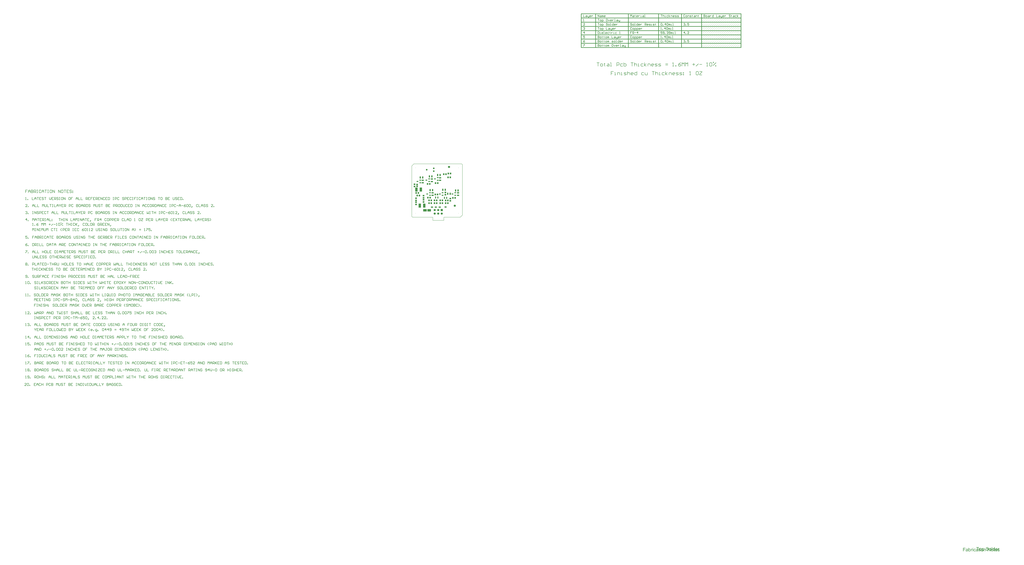
<source format=gts>
G04 Layer_Color=8388736*
%FSLAX25Y25*%
%MOIN*%
G70*
G01*
G75*
%ADD24C,0.01000*%
%ADD28C,0.01500*%
%ADD30C,0.00100*%
%ADD31C,0.00500*%
%ADD51R,0.05000X0.03000*%
%ADD52R,0.02900X0.05700*%
%ADD53R,0.02584X0.05700*%
%ADD54R,0.10249X0.06902*%
%ADD55R,0.04658X0.04422*%
%ADD56R,0.04340X0.04537*%
%ADD57R,0.03553X0.06309*%
%ADD58R,0.02372X0.01880*%
%ADD59O,0.02962X0.01584*%
%ADD60O,0.02372X0.01880*%
%ADD61R,0.04537X0.04340*%
%ADD62R,0.06899X0.11624*%
%ADD63C,0.05937*%
%ADD64R,0.04540X0.03162*%
%ADD65R,0.06309X0.03553*%
%ADD66R,0.02765X0.03750*%
%ADD67C,0.04737*%
%ADD68C,0.01200*%
%ADD69R,0.05954X0.05954*%
%ADD70C,0.05954*%
G36*
X1594077Y-941828D02*
X1592891D01*
Y-940481D01*
X1594077D01*
Y-941828D01*
D02*
G37*
G36*
X1667548Y-940985D02*
X1667709Y-941014D01*
X1667884Y-941073D01*
X1668089Y-941131D01*
X1668309Y-941234D01*
X1668543Y-941366D01*
X1668119Y-942449D01*
X1668104Y-942434D01*
X1668045Y-942405D01*
X1667958Y-942361D01*
X1667855Y-942317D01*
X1667723Y-942273D01*
X1667577Y-942229D01*
X1667416Y-942200D01*
X1667255Y-942185D01*
X1667196D01*
X1667123Y-942200D01*
X1667021Y-942215D01*
X1666918Y-942244D01*
X1666801Y-942288D01*
X1666684Y-942346D01*
X1666567Y-942420D01*
X1666552Y-942434D01*
X1666523Y-942464D01*
X1666464Y-942522D01*
X1666406Y-942595D01*
X1666333Y-942683D01*
X1666259Y-942800D01*
X1666201Y-942932D01*
X1666186Y-942970D01*
X1666209D01*
X1666370Y-942985D01*
X1666560Y-943000D01*
X1666794Y-943029D01*
X1667028Y-943073D01*
X1667277Y-943131D01*
X1667512Y-943219D01*
X1667526D01*
X1667541Y-943234D01*
X1667614Y-943263D01*
X1667731Y-943322D01*
X1667863Y-943380D01*
X1668009Y-943483D01*
X1668170Y-943585D01*
X1668317Y-943717D01*
X1668434Y-943863D01*
X1668448Y-943878D01*
X1668478Y-943937D01*
X1668536Y-944024D01*
X1668609Y-944141D01*
X1668668Y-944288D01*
X1668741Y-944478D01*
X1668800Y-944683D01*
X1668858Y-944917D01*
X1667702Y-945078D01*
Y-945049D01*
X1667687Y-944991D01*
X1667658Y-944888D01*
X1667614Y-944771D01*
X1667555Y-944639D01*
X1667468Y-944508D01*
X1667365Y-944361D01*
X1667233Y-944244D01*
X1667219Y-944229D01*
X1667160Y-944200D01*
X1667072Y-944141D01*
X1666955Y-944083D01*
X1666809Y-944039D01*
X1666619Y-943981D01*
X1666413Y-943951D01*
X1666165Y-943937D01*
X1666033D01*
X1665980Y-943942D01*
X1665967Y-944176D01*
X1665952Y-944455D01*
Y-945783D01*
X1666004Y-945796D01*
X1666135Y-945840D01*
X1666296Y-945884D01*
X1666311D01*
X1666355Y-945898D01*
X1666413Y-945913D01*
X1666501Y-945942D01*
X1666604Y-945971D01*
X1666721Y-946001D01*
X1666985Y-946074D01*
X1667277Y-946162D01*
X1667570Y-946264D01*
X1667834Y-946352D01*
X1667951Y-946396D01*
X1668053Y-946440D01*
X1668082Y-946455D01*
X1668141Y-946484D01*
X1668229Y-946528D01*
X1668331Y-946586D01*
X1668463Y-946674D01*
X1668595Y-946791D01*
X1668712Y-946908D01*
X1668829Y-947055D01*
X1668844Y-947069D01*
X1668873Y-947128D01*
X1668917Y-947216D01*
X1668975Y-947333D01*
X1669034Y-947479D01*
X1669078Y-947655D01*
X1669107Y-947845D01*
X1669122Y-948065D01*
Y-948094D01*
Y-948168D01*
X1669107Y-948285D01*
X1669078Y-948416D01*
X1669034Y-948592D01*
X1668975Y-948782D01*
X1668888Y-948973D01*
X1668771Y-949178D01*
X1668756Y-949207D01*
X1668712Y-949265D01*
X1668624Y-949353D01*
X1668507Y-949471D01*
X1668375Y-949602D01*
X1668200Y-949734D01*
X1667995Y-949866D01*
X1667760Y-949983D01*
X1667731Y-949998D01*
X1667643Y-950027D01*
X1667512Y-950071D01*
X1667336Y-950115D01*
X1667116Y-950173D01*
X1666867Y-950217D01*
X1666589Y-950246D01*
X1666296Y-950261D01*
X1666165D01*
X1666077Y-950246D01*
X1665960D01*
X1665828Y-950232D01*
X1665520Y-950188D01*
X1665184Y-950129D01*
X1664847Y-950027D01*
X1664510Y-949895D01*
X1664364Y-949807D01*
X1664218Y-949705D01*
X1664203D01*
X1664188Y-949675D01*
X1664100Y-949602D01*
X1663983Y-949471D01*
X1663837Y-949280D01*
X1663691Y-949046D01*
X1663544Y-948753D01*
X1663412Y-948416D01*
X1663325Y-948021D01*
X1664496Y-947831D01*
Y-947845D01*
Y-947860D01*
X1664510Y-947948D01*
X1664554Y-948080D01*
X1664598Y-948241D01*
X1664671Y-948416D01*
X1664759Y-948592D01*
X1664891Y-948768D01*
X1665037Y-948929D01*
X1665052Y-948943D01*
X1665125Y-948987D01*
X1665228Y-949046D01*
X1665359Y-949104D01*
X1665550Y-949178D01*
X1665755Y-949236D01*
X1666018Y-949280D01*
X1666296Y-949295D01*
X1666428D01*
X1666575Y-949280D01*
X1666750Y-949251D01*
X1666955Y-949222D01*
X1667160Y-949163D01*
X1667351Y-949075D01*
X1667512Y-948973D01*
X1667526Y-948958D01*
X1667570Y-948914D01*
X1667643Y-948841D01*
X1667716Y-948753D01*
X1667775Y-948636D01*
X1667848Y-948490D01*
X1667892Y-948343D01*
X1667907Y-948182D01*
Y-948168D01*
Y-948109D01*
X1667892Y-948050D01*
X1667863Y-947948D01*
X1667819Y-947860D01*
X1667760Y-947743D01*
X1667673Y-947641D01*
X1667555Y-947553D01*
X1667541Y-947538D01*
X1667497Y-947523D01*
X1667424Y-947494D01*
X1667307Y-947435D01*
X1667146Y-947392D01*
X1666941Y-947318D01*
X1666809Y-947274D01*
X1666677Y-947245D01*
X1666516Y-947201D01*
X1666340Y-947157D01*
X1666326D01*
X1666282Y-947143D01*
X1666223Y-947128D01*
X1666135Y-947099D01*
X1666018Y-947069D01*
X1665952Y-947053D01*
Y-948100D01*
X1664766D01*
Y-946682D01*
X1664745Y-946674D01*
X1664627Y-946630D01*
X1664525Y-946586D01*
X1664510Y-946572D01*
X1664437Y-946542D01*
X1664349Y-946484D01*
X1664247Y-946411D01*
X1664115Y-946323D01*
X1663998Y-946206D01*
X1663866Y-946074D01*
X1663764Y-945928D01*
X1663749Y-945913D01*
X1663720Y-945854D01*
X1663691Y-945767D01*
X1663647Y-945649D01*
X1663588Y-945518D01*
X1663559Y-945357D01*
X1663529Y-945181D01*
X1663515Y-944991D01*
Y-944976D01*
Y-944917D01*
X1663529Y-944815D01*
X1663544Y-944713D01*
X1663559Y-944581D01*
X1663603Y-944434D01*
X1663647Y-944273D01*
X1663720Y-944127D01*
X1663734Y-944112D01*
X1663764Y-944054D01*
X1663808Y-943981D01*
X1663881Y-943893D01*
X1663954Y-943790D01*
X1664057Y-943688D01*
X1664174Y-943571D01*
X1664305Y-943468D01*
X1664320Y-943453D01*
X1664364Y-943439D01*
X1664422Y-943395D01*
X1664510Y-943351D01*
X1664613Y-943292D01*
X1664745Y-943234D01*
X1664766Y-943225D01*
Y-941131D01*
X1665835D01*
Y-942171D01*
X1665849Y-942156D01*
X1665908Y-942068D01*
X1665981Y-941937D01*
X1666069Y-941790D01*
X1666186Y-941629D01*
X1666318Y-941468D01*
X1666435Y-941322D01*
X1666567Y-941219D01*
X1666582Y-941205D01*
X1666625Y-941175D01*
X1666699Y-941146D01*
X1666801Y-941087D01*
X1666904Y-941043D01*
X1667035Y-941014D01*
X1667182Y-940985D01*
X1667328Y-940970D01*
X1667431D01*
X1667548Y-940985D01*
D02*
G37*
G36*
X1610598Y-939609D02*
X1607436D01*
Y-943423D01*
X1607561Y-943497D01*
X1607678Y-943600D01*
X1607795Y-943717D01*
X1607810Y-943732D01*
X1607839Y-943775D01*
X1607883Y-943834D01*
X1607941Y-943937D01*
X1608000Y-944054D01*
X1608059Y-944185D01*
X1608117Y-944347D01*
X1608161Y-944522D01*
Y-944537D01*
X1608176Y-944581D01*
X1608190Y-944654D01*
X1608205Y-944771D01*
Y-944917D01*
X1608220Y-945108D01*
X1608234Y-945327D01*
Y-945605D01*
Y-947187D01*
Y-947201D01*
Y-947260D01*
Y-947348D01*
Y-947450D01*
Y-947582D01*
Y-947728D01*
X1608249Y-948065D01*
Y-948431D01*
X1608263Y-948768D01*
X1608278Y-948929D01*
Y-949061D01*
X1608293Y-949178D01*
X1608307Y-949280D01*
Y-949295D01*
X1608322Y-949353D01*
X1608337Y-949441D01*
X1608366Y-949544D01*
X1608410Y-949661D01*
X1608468Y-949807D01*
X1608600Y-950100D01*
X1607370D01*
X1607356Y-950085D01*
X1607341Y-950041D01*
X1607312Y-949954D01*
X1607268Y-949851D01*
X1607224Y-949719D01*
X1607195Y-949573D01*
X1607165Y-949412D01*
X1607136Y-949222D01*
X1607107Y-949251D01*
X1607019Y-949309D01*
X1606902Y-949412D01*
X1606726Y-949529D01*
X1606536Y-949675D01*
X1606316Y-949807D01*
X1606097Y-949924D01*
X1605862Y-950027D01*
X1605833Y-950041D01*
X1605760Y-950056D01*
X1605643Y-950100D01*
X1605482Y-950144D01*
X1605277Y-950188D01*
X1605057Y-950217D01*
X1604823Y-950246D01*
X1604560Y-950261D01*
X1604457D01*
X1604369Y-950246D01*
X1604281D01*
X1604164Y-950232D01*
X1603915Y-950188D01*
X1603623Y-950129D01*
X1603344Y-950027D01*
X1603052Y-949895D01*
X1602803Y-949705D01*
X1602773Y-949675D01*
X1602700Y-949602D01*
X1602612Y-949485D01*
X1602495Y-949309D01*
X1602378Y-949104D01*
X1602290Y-948870D01*
X1602217Y-948577D01*
X1602188Y-948270D01*
Y-948241D01*
Y-948182D01*
X1602202Y-948080D01*
X1602217Y-947963D01*
X1602246Y-947816D01*
X1602276Y-947655D01*
X1602334Y-947494D01*
X1602407Y-947333D01*
X1602422Y-947318D01*
X1602451Y-947260D01*
X1602495Y-947187D01*
X1602568Y-947084D01*
X1602656Y-946982D01*
X1602773Y-946865D01*
X1602891Y-946762D01*
X1603022Y-946660D01*
X1603037Y-946645D01*
X1603095Y-946616D01*
X1603169Y-946572D01*
X1603271Y-946513D01*
X1603403Y-946440D01*
X1603535Y-946381D01*
X1603696Y-946323D01*
X1603871Y-946264D01*
X1603886D01*
X1603945Y-946250D01*
X1604018Y-946235D01*
X1604135Y-946206D01*
X1604281Y-946177D01*
X1604472Y-946147D01*
X1604677Y-946118D01*
X1604926Y-946089D01*
X1604940D01*
X1604984Y-946074D01*
X1605057D01*
X1605160Y-946059D01*
X1605277Y-946045D01*
X1605409Y-946030D01*
X1605731Y-945971D01*
X1606067Y-945913D01*
X1606162Y-945897D01*
Y-944076D01*
X1605950Y-944010D01*
X1605672Y-943966D01*
X1605365Y-943951D01*
X1605233D01*
X1605087Y-943966D01*
X1604896Y-943981D01*
X1604691Y-944024D01*
X1604501Y-944068D01*
X1604296Y-944141D01*
X1604135Y-944244D01*
X1604120Y-944259D01*
X1604076Y-944303D01*
X1604003Y-944376D01*
X1603915Y-944478D01*
X1603813Y-944625D01*
X1603725Y-944800D01*
X1603623Y-945020D01*
X1603549Y-945269D01*
X1602393Y-945108D01*
Y-945093D01*
X1602407Y-945078D01*
X1602422Y-944991D01*
X1602466Y-944859D01*
X1602510Y-944683D01*
X1602583Y-944493D01*
X1602671Y-944303D01*
X1602773Y-944098D01*
X1602905Y-943922D01*
X1602920Y-943907D01*
X1602978Y-943849D01*
X1603052Y-943761D01*
X1603169Y-943658D01*
X1603315Y-943556D01*
X1603505Y-943439D01*
X1603710Y-943322D01*
X1603945Y-943219D01*
X1603959D01*
X1603974Y-943205D01*
X1604018Y-943190D01*
X1604062Y-943175D01*
X1604208Y-943146D01*
X1604399Y-943087D01*
X1604633Y-943044D01*
X1604896Y-943014D01*
X1605204Y-942985D01*
X1605526Y-942970D01*
X1605672D01*
X1605833Y-942985D01*
X1606038Y-943000D01*
X1606162Y-943015D01*
Y-939609D01*
X1603000D01*
Y-938482D01*
X1610598D01*
Y-939609D01*
D02*
G37*
G36*
X1614983Y-941004D02*
X1615078Y-941014D01*
X1615239Y-941043D01*
X1615415Y-941087D01*
X1615781Y-941205D01*
X1615971Y-941278D01*
X1616176Y-941366D01*
X1616366Y-941483D01*
X1616557Y-941615D01*
X1616747Y-941761D01*
X1616923Y-941922D01*
X1616937Y-941937D01*
X1616967Y-941966D01*
X1617010Y-942024D01*
X1617069Y-942098D01*
X1617142Y-942185D01*
X1617215Y-942303D01*
X1617303Y-942449D01*
X1617391Y-942595D01*
X1617464Y-942771D01*
X1617552Y-942976D01*
X1617625Y-943181D01*
X1617699Y-943415D01*
X1617723Y-943517D01*
X1617750Y-943497D01*
X1617867Y-943424D01*
X1618014Y-943351D01*
X1618160Y-943292D01*
X1618321Y-943219D01*
X1618702Y-943087D01*
X1619126Y-943000D01*
X1619221Y-942994D01*
Y-941131D01*
X1620304D01*
Y-942039D01*
X1620319Y-942010D01*
X1620363Y-941951D01*
X1620451Y-941863D01*
X1620553Y-941746D01*
X1620671Y-941615D01*
X1620817Y-941483D01*
X1620978Y-941351D01*
X1621154Y-941249D01*
X1621183Y-941234D01*
X1621241Y-941205D01*
X1621344Y-941161D01*
X1621476Y-941102D01*
X1621651Y-941058D01*
X1621842Y-941014D01*
X1622061Y-940985D01*
X1622310Y-940970D01*
X1622457D01*
X1622632Y-941000D01*
X1622837Y-941029D01*
X1623086Y-941087D01*
X1623350Y-941161D01*
X1623613Y-941278D01*
X1623877Y-941439D01*
X1623891D01*
X1623906Y-941453D01*
X1623994Y-941527D01*
X1624111Y-941629D01*
X1624272Y-941776D01*
X1624433Y-941951D01*
X1624609Y-942185D01*
X1624770Y-942434D01*
X1624916Y-942742D01*
Y-942756D01*
X1624931Y-942786D01*
X1624945Y-942830D01*
X1624975Y-942888D01*
X1625004Y-942961D01*
X1625033Y-943064D01*
X1625051Y-943131D01*
X1625304D01*
Y-944127D01*
X1625319Y-944112D01*
X1625334Y-944083D01*
X1625378Y-944024D01*
X1625451Y-943951D01*
X1625524Y-943863D01*
X1625627Y-943761D01*
X1625729Y-943658D01*
X1625861Y-943541D01*
X1626022Y-943439D01*
X1626183Y-943336D01*
X1626358Y-943234D01*
X1626563Y-943146D01*
X1626768Y-943073D01*
X1627003Y-943014D01*
X1627251Y-942985D01*
X1627515Y-942970D01*
X1627617D01*
X1627749Y-942985D01*
X1627896Y-943000D01*
X1628071Y-943029D01*
X1628276Y-943073D01*
X1628467Y-943131D01*
X1628672Y-943205D01*
X1628701Y-943219D01*
X1628759Y-943248D01*
X1628847Y-943292D01*
X1628964Y-943366D01*
X1629096Y-943453D01*
X1629228Y-943556D01*
X1629360Y-943673D01*
X1629462Y-943805D01*
X1629477Y-943819D01*
X1629506Y-943863D01*
X1629550Y-943951D01*
X1629609Y-944054D01*
X1629667Y-944171D01*
X1629726Y-944317D01*
X1629784Y-944493D01*
X1629828Y-944669D01*
Y-944683D01*
X1629843Y-944727D01*
X1629857Y-944815D01*
X1629872Y-944932D01*
Y-945093D01*
X1629887Y-945298D01*
X1629901Y-945532D01*
Y-945825D01*
Y-950100D01*
X1628716D01*
Y-945869D01*
Y-945854D01*
Y-945840D01*
Y-945752D01*
Y-945620D01*
X1628701Y-945459D01*
X1628686Y-945298D01*
X1628657Y-945108D01*
X1628613Y-944947D01*
X1628569Y-944800D01*
Y-944786D01*
X1628540Y-944742D01*
X1628511Y-944669D01*
X1628467Y-944595D01*
X1628393Y-944493D01*
X1628306Y-944405D01*
X1628203Y-944303D01*
X1628086Y-944215D01*
X1628071Y-944200D01*
X1628027Y-944185D01*
X1627954Y-944141D01*
X1627852Y-944098D01*
X1627735Y-944068D01*
X1627588Y-944024D01*
X1627442Y-944010D01*
X1627266Y-943995D01*
X1627134D01*
X1627003Y-944024D01*
X1626812Y-944054D01*
X1626607Y-944112D01*
X1626402Y-944200D01*
X1626168Y-944317D01*
X1625963Y-944478D01*
X1625934Y-944508D01*
X1625875Y-944581D01*
X1625788Y-944698D01*
X1625744Y-944786D01*
X1625700Y-944888D01*
X1625641Y-945005D01*
X1625597Y-945137D01*
X1625553Y-945283D01*
X1625509Y-945444D01*
X1625465Y-945635D01*
X1625451Y-945840D01*
X1625422Y-946059D01*
Y-946294D01*
Y-950100D01*
X1624236D01*
Y-947418D01*
X1624023Y-947617D01*
X1623759Y-947807D01*
X1623745D01*
X1623730Y-947822D01*
X1623686Y-947851D01*
X1623628Y-947880D01*
X1623481Y-947954D01*
X1623291Y-948027D01*
X1623057Y-948115D01*
X1622808Y-948188D01*
X1622615Y-948226D01*
X1622581Y-948343D01*
X1622450Y-948651D01*
Y-948665D01*
X1622435Y-948680D01*
X1622376Y-948782D01*
X1622274Y-948914D01*
X1622142Y-949090D01*
X1621981Y-949280D01*
X1621776Y-949471D01*
X1621542Y-949661D01*
X1621264Y-949837D01*
X1621249D01*
X1621235Y-949851D01*
X1621191Y-949880D01*
X1621132Y-949895D01*
X1620971Y-949968D01*
X1620766Y-950041D01*
X1620517Y-950129D01*
X1620407Y-950152D01*
Y-950764D01*
X1619221D01*
Y-950231D01*
X1619082Y-950217D01*
X1618921Y-950188D01*
X1618746Y-950144D01*
X1618380Y-950027D01*
X1618175Y-949954D01*
X1617984Y-949866D01*
X1617779Y-949763D01*
X1617589Y-949632D01*
X1617399Y-949485D01*
X1617223Y-949324D01*
X1617208Y-949309D01*
X1617179Y-949280D01*
X1617135Y-949222D01*
X1617091Y-949148D01*
X1617018Y-949046D01*
X1616945Y-948929D01*
X1616857Y-948797D01*
X1616784Y-948636D01*
X1616696Y-948446D01*
X1616608Y-948255D01*
X1616535Y-948021D01*
X1616476Y-947787D01*
X1616458Y-947705D01*
X1616249Y-947836D01*
X1616235D01*
X1616220Y-947851D01*
X1616176Y-947880D01*
X1616117Y-947895D01*
X1615956Y-947968D01*
X1615751Y-948041D01*
X1615503Y-948129D01*
X1615224Y-948188D01*
X1614983Y-948234D01*
Y-950100D01*
X1613797D01*
Y-948160D01*
X1613731Y-948144D01*
X1613365Y-948027D01*
X1613160Y-947954D01*
X1612970Y-947866D01*
X1612765Y-947763D01*
X1612575Y-947631D01*
X1612384Y-947485D01*
X1612209Y-947324D01*
X1612194Y-947309D01*
X1612165Y-947280D01*
X1612121Y-947222D01*
X1612077Y-947148D01*
X1612004Y-947046D01*
X1611930Y-946929D01*
X1611843Y-946797D01*
X1611769Y-946636D01*
X1611682Y-946446D01*
X1611594Y-946255D01*
X1611521Y-946021D01*
X1611462Y-945787D01*
X1611440Y-945690D01*
Y-948138D01*
Y-948153D01*
Y-948211D01*
Y-948299D01*
X1611455Y-948402D01*
X1611470Y-948621D01*
X1611484Y-948709D01*
X1611499Y-948782D01*
X1611514Y-948812D01*
X1611543Y-948870D01*
X1611601Y-948943D01*
X1611689Y-949017D01*
X1611719Y-949031D01*
X1611792Y-949046D01*
X1611923Y-949075D01*
X1612099Y-949090D01*
X1612246D01*
X1612319Y-949075D01*
X1612407D01*
X1612626Y-949046D01*
X1612787Y-950085D01*
X1612758D01*
X1612699Y-950100D01*
X1612612Y-950115D01*
X1612480Y-950129D01*
X1612348Y-950159D01*
X1612202Y-950173D01*
X1611894Y-950188D01*
X1611792D01*
X1611675Y-950173D01*
X1611528Y-950159D01*
X1611367Y-950144D01*
X1611191Y-950100D01*
X1611030Y-950056D01*
X1610884Y-949998D01*
X1610869Y-949983D01*
X1610825Y-949954D01*
X1610767Y-949910D01*
X1610694Y-949851D01*
X1610606Y-949778D01*
X1610533Y-949690D01*
X1610445Y-949588D01*
X1610386Y-949471D01*
Y-949456D01*
X1610372Y-949397D01*
X1610342Y-949309D01*
X1610328Y-949163D01*
X1610298Y-948973D01*
X1610284Y-948870D01*
X1610269Y-948738D01*
Y-948592D01*
X1610254Y-948431D01*
Y-948255D01*
Y-948065D01*
Y-944054D01*
X1609376D01*
Y-943131D01*
X1610254D01*
Y-941418D01*
X1611440Y-940701D01*
Y-943131D01*
X1611558D01*
X1611579Y-943064D01*
X1611667Y-942830D01*
X1611769Y-942595D01*
X1611886Y-942361D01*
X1612033Y-942142D01*
X1612194Y-941937D01*
X1612384Y-941746D01*
X1612399Y-941732D01*
X1612428Y-941717D01*
X1612472Y-941673D01*
X1612545Y-941629D01*
X1612633Y-941571D01*
X1612736Y-941497D01*
X1612853Y-941424D01*
X1612999Y-941351D01*
X1613145Y-941292D01*
X1613307Y-941219D01*
X1613687Y-941087D01*
X1613797Y-941065D01*
Y-940481D01*
X1614983D01*
Y-941004D01*
D02*
G37*
G36*
X1591193Y-942985D02*
X1591354Y-943014D01*
X1591530Y-943073D01*
X1591735Y-943131D01*
X1591955Y-943234D01*
X1592189Y-943366D01*
X1591764Y-944449D01*
X1591749Y-944434D01*
X1591691Y-944405D01*
X1591603Y-944361D01*
X1591501Y-944317D01*
X1591369Y-944273D01*
X1591222Y-944229D01*
X1591061Y-944200D01*
X1590900Y-944185D01*
X1590842D01*
X1590769Y-944200D01*
X1590666Y-944215D01*
X1590564Y-944244D01*
X1590447Y-944288D01*
X1590329Y-944347D01*
X1590212Y-944420D01*
X1590198Y-944434D01*
X1590168Y-944464D01*
X1590110Y-944522D01*
X1590051Y-944595D01*
X1589978Y-944683D01*
X1589905Y-944800D01*
X1589846Y-944932D01*
X1589788Y-945078D01*
X1589773Y-945108D01*
X1589758Y-945181D01*
X1589729Y-945313D01*
X1589700Y-945488D01*
X1589656Y-945693D01*
X1589627Y-945928D01*
X1589612Y-946177D01*
X1589597Y-946455D01*
Y-950100D01*
X1588412D01*
Y-943131D01*
X1589480D01*
Y-944171D01*
X1589495Y-944156D01*
X1589554Y-944068D01*
X1589627Y-943937D01*
X1589715Y-943790D01*
X1589832Y-943629D01*
X1589963Y-943468D01*
X1590081Y-943322D01*
X1590212Y-943219D01*
X1590227Y-943205D01*
X1590271Y-943175D01*
X1590344Y-943146D01*
X1590447Y-943087D01*
X1590549Y-943044D01*
X1590681Y-943014D01*
X1590827Y-942985D01*
X1590974Y-942970D01*
X1591076D01*
X1591193Y-942985D01*
D02*
G37*
G36*
X1598865D02*
X1598967D01*
X1599069Y-943000D01*
X1599333Y-943044D01*
X1599626Y-943117D01*
X1599948Y-943219D01*
X1600255Y-943366D01*
X1600533Y-943556D01*
X1600548D01*
X1600563Y-943585D01*
X1600651Y-943658D01*
X1600768Y-943790D01*
X1600914Y-943966D01*
X1601075Y-944200D01*
X1601222Y-944478D01*
X1601353Y-944815D01*
X1601456Y-945181D01*
X1600314Y-945357D01*
Y-945342D01*
X1600299Y-945327D01*
X1600285Y-945240D01*
X1600241Y-945122D01*
X1600182Y-944961D01*
X1600094Y-944786D01*
X1599992Y-944610D01*
X1599875Y-944449D01*
X1599728Y-944303D01*
X1599714Y-944288D01*
X1599655Y-944244D01*
X1599567Y-944185D01*
X1599450Y-944112D01*
X1599304Y-944054D01*
X1599143Y-943995D01*
X1598938Y-943951D01*
X1598733Y-943937D01*
X1598645D01*
X1598586Y-943951D01*
X1598425Y-943966D01*
X1598220Y-944010D01*
X1597986Y-944098D01*
X1597752Y-944215D01*
X1597503Y-944361D01*
X1597386Y-944464D01*
X1597283Y-944581D01*
X1597254Y-944610D01*
X1597239Y-944654D01*
X1597196Y-944698D01*
X1597152Y-944771D01*
X1597108Y-944859D01*
X1597064Y-944961D01*
X1597020Y-945078D01*
X1596961Y-945210D01*
X1596917Y-945357D01*
X1596873Y-945532D01*
X1596830Y-945708D01*
X1596786Y-945913D01*
X1596771Y-946133D01*
X1596742Y-946367D01*
Y-946616D01*
Y-946630D01*
Y-946674D01*
Y-946747D01*
X1596756Y-946850D01*
Y-946967D01*
X1596771Y-947099D01*
X1596815Y-947392D01*
X1596873Y-947728D01*
X1596961Y-948080D01*
X1597093Y-948387D01*
X1597181Y-948534D01*
X1597269Y-948665D01*
X1597298Y-948695D01*
X1597371Y-948768D01*
X1597488Y-948870D01*
X1597649Y-948973D01*
X1597840Y-949090D01*
X1598089Y-949192D01*
X1598352Y-949265D01*
X1598499Y-949280D01*
X1598660Y-949295D01*
X1598777D01*
X1598909Y-949265D01*
X1599069Y-949236D01*
X1599245Y-949192D01*
X1599450Y-949119D01*
X1599640Y-949017D01*
X1599816Y-948870D01*
X1599831Y-948856D01*
X1599889Y-948782D01*
X1599977Y-948695D01*
X1600065Y-948548D01*
X1600167Y-948358D01*
X1600270Y-948138D01*
X1600358Y-947860D01*
X1600416Y-947553D01*
X1601573Y-947714D01*
Y-947728D01*
X1601558Y-947772D01*
X1601544Y-947831D01*
X1601529Y-947904D01*
X1601500Y-948007D01*
X1601471Y-948124D01*
X1601383Y-948402D01*
X1601251Y-948695D01*
X1601075Y-949017D01*
X1600856Y-949309D01*
X1600592Y-949588D01*
X1600577D01*
X1600563Y-949617D01*
X1600519Y-949646D01*
X1600460Y-949690D01*
X1600373Y-949749D01*
X1600285Y-949807D01*
X1600065Y-949924D01*
X1599787Y-950041D01*
X1599450Y-950159D01*
X1599084Y-950232D01*
X1598879Y-950246D01*
X1598674Y-950261D01*
X1598542D01*
X1598440Y-950246D01*
X1598323Y-950232D01*
X1598176Y-950217D01*
X1598030Y-950188D01*
X1597854Y-950144D01*
X1597488Y-950041D01*
X1597298Y-949954D01*
X1597108Y-949866D01*
X1596917Y-949763D01*
X1596742Y-949646D01*
X1596566Y-949500D01*
X1596390Y-949339D01*
X1596376Y-949324D01*
X1596346Y-949295D01*
X1596317Y-949236D01*
X1596259Y-949163D01*
X1596185Y-949061D01*
X1596112Y-948943D01*
X1596039Y-948812D01*
X1595966Y-948651D01*
X1595878Y-948475D01*
X1595805Y-948270D01*
X1595732Y-948050D01*
X1595658Y-947801D01*
X1595600Y-947553D01*
X1595571Y-947260D01*
X1595541Y-946967D01*
X1595527Y-946645D01*
Y-946630D01*
Y-946601D01*
Y-946528D01*
Y-946455D01*
X1595541Y-946352D01*
Y-946250D01*
X1595571Y-945971D01*
X1595615Y-945664D01*
X1595688Y-945342D01*
X1595776Y-944991D01*
X1595893Y-944669D01*
Y-944654D01*
X1595907Y-944625D01*
X1595937Y-944581D01*
X1595966Y-944522D01*
X1596054Y-944376D01*
X1596171Y-944185D01*
X1596332Y-943981D01*
X1596522Y-943775D01*
X1596756Y-943571D01*
X1597020Y-943395D01*
X1597035D01*
X1597049Y-943380D01*
X1597093Y-943351D01*
X1597152Y-943322D01*
X1597313Y-943263D01*
X1597518Y-943175D01*
X1597752Y-943102D01*
X1598045Y-943029D01*
X1598352Y-942985D01*
X1598674Y-942970D01*
X1598791D01*
X1598865Y-942985D01*
D02*
G37*
G36*
X1634169Y-938335D02*
X1634271D01*
X1634520Y-938364D01*
X1634813Y-938408D01*
X1635135Y-938467D01*
X1635457Y-938555D01*
X1635764Y-938672D01*
X1635779D01*
X1635794Y-938686D01*
X1635838Y-938701D01*
X1635896Y-938730D01*
X1636043Y-938818D01*
X1636233Y-938921D01*
X1636438Y-939067D01*
X1636643Y-939243D01*
X1636848Y-939448D01*
X1637023Y-939682D01*
X1637038Y-939711D01*
X1637097Y-939799D01*
X1637170Y-939946D01*
X1637243Y-940121D01*
X1637331Y-940341D01*
X1637419Y-940604D01*
X1637477Y-940882D01*
X1637506Y-941190D01*
X1637353Y-941201D01*
X1639037Y-943713D01*
X1639073Y-943532D01*
X1639132Y-943298D01*
X1639205Y-943064D01*
X1639293Y-942830D01*
X1639395Y-942595D01*
X1639512Y-942361D01*
X1639659Y-942142D01*
X1639820Y-941937D01*
X1640010Y-941746D01*
X1640025Y-941732D01*
X1640054Y-941717D01*
X1640098Y-941673D01*
X1640171Y-941629D01*
X1640259Y-941571D01*
X1640361Y-941497D01*
X1640478Y-941424D01*
X1640625Y-941351D01*
X1640771Y-941292D01*
X1640932Y-941219D01*
X1641313Y-941087D01*
X1641737Y-941000D01*
X1641935Y-940987D01*
Y-940481D01*
X1643151D01*
Y-941123D01*
X1643406Y-941205D01*
X1643597Y-941278D01*
X1643802Y-941366D01*
X1643992Y-941483D01*
X1644182Y-941615D01*
X1644373Y-941761D01*
X1644548Y-941922D01*
X1644563Y-941937D01*
X1644592Y-941966D01*
X1644636Y-942024D01*
X1644695Y-942098D01*
X1644768Y-942185D01*
X1644841Y-942303D01*
X1644929Y-942449D01*
X1645017Y-942595D01*
X1645090Y-942771D01*
X1645178Y-942976D01*
X1645251Y-943181D01*
X1645324Y-943415D01*
X1645383Y-943664D01*
X1645427Y-943942D01*
X1645443Y-944094D01*
X1645566Y-943937D01*
X1645757Y-943746D01*
X1645771Y-943732D01*
X1645800Y-943717D01*
X1645844Y-943673D01*
X1645918Y-943629D01*
X1646005Y-943571D01*
X1646108Y-943497D01*
X1646225Y-943424D01*
X1646371Y-943351D01*
X1646518Y-943292D01*
X1646679Y-943219D01*
X1646832Y-943166D01*
Y-938482D01*
X1648018D01*
Y-942970D01*
X1648084D01*
X1648187Y-942985D01*
X1648318Y-943000D01*
X1648450Y-943014D01*
X1648611Y-943044D01*
X1648787Y-943087D01*
X1649153Y-943205D01*
X1649343Y-943278D01*
X1649548Y-943366D01*
X1649561Y-943373D01*
X1649628Y-943064D01*
X1649746Y-942742D01*
Y-942727D01*
X1649760Y-942698D01*
X1649789Y-942654D01*
X1649819Y-942595D01*
X1649892Y-942449D01*
X1650009Y-942259D01*
X1650155Y-942039D01*
X1650331Y-941819D01*
X1650536Y-941615D01*
X1650785Y-941424D01*
X1650800D01*
X1650814Y-941409D01*
X1650902Y-941351D01*
X1651048Y-941278D01*
X1651239Y-941190D01*
X1651473Y-941117D01*
X1651737Y-941043D01*
X1652029Y-940985D01*
X1652337Y-940970D01*
X1652439D01*
X1652556Y-940985D01*
X1652717Y-941000D01*
X1652879Y-941043D01*
X1653069Y-941087D01*
X1653238Y-941152D01*
X1653984Y-940701D01*
Y-941626D01*
X1654006Y-941644D01*
X1654137Y-941790D01*
X1654255Y-941937D01*
Y-938482D01*
X1655441D01*
Y-948100D01*
X1654342D01*
Y-947236D01*
X1654328Y-947251D01*
X1654313Y-947280D01*
X1654269Y-947324D01*
X1654211Y-947397D01*
X1654152Y-947470D01*
X1654064Y-947558D01*
X1653984Y-947627D01*
Y-948138D01*
Y-948153D01*
Y-948211D01*
Y-948299D01*
X1653999Y-948402D01*
X1654013Y-948621D01*
X1654028Y-948709D01*
X1654043Y-948782D01*
X1654057Y-948812D01*
X1654087Y-948870D01*
X1654145Y-948943D01*
X1654233Y-949017D01*
X1654262Y-949031D01*
X1654336Y-949046D01*
X1654467Y-949075D01*
X1654643Y-949090D01*
X1654789D01*
X1654863Y-949075D01*
X1654950D01*
X1655170Y-949046D01*
X1655331Y-950085D01*
X1655302D01*
X1655243Y-950100D01*
X1655155Y-950115D01*
X1655024Y-950129D01*
X1654892Y-950159D01*
X1654745Y-950173D01*
X1654438Y-950188D01*
X1654336D01*
X1654218Y-950173D01*
X1654072Y-950159D01*
X1653911Y-950144D01*
X1653735Y-950100D01*
X1653574Y-950056D01*
X1653428Y-949998D01*
X1653413Y-949983D01*
X1653369Y-949954D01*
X1653311Y-949910D01*
X1653238Y-949851D01*
X1653150Y-949778D01*
X1653077Y-949690D01*
X1652989Y-949588D01*
X1652930Y-949471D01*
Y-949456D01*
X1652915Y-949397D01*
X1652886Y-949309D01*
X1652872Y-949163D01*
X1652842Y-948973D01*
X1652828Y-948870D01*
X1652813Y-948738D01*
Y-948592D01*
X1652798Y-948431D01*
Y-948255D01*
Y-948224D01*
X1652630Y-948246D01*
X1652395Y-948261D01*
X1652308D01*
X1652249Y-948246D01*
X1652088Y-948232D01*
X1651898Y-948203D01*
X1651649Y-948144D01*
X1651400Y-948071D01*
X1651122Y-947954D01*
X1651057Y-947918D01*
X1651041Y-947992D01*
X1650939Y-948343D01*
X1650807Y-948651D01*
Y-948665D01*
X1650793Y-948680D01*
X1650734Y-948782D01*
X1650632Y-948914D01*
X1650500Y-949090D01*
X1650339Y-949280D01*
X1650134Y-949471D01*
X1649900Y-949661D01*
X1649621Y-949837D01*
X1649607D01*
X1649592Y-949851D01*
X1649548Y-949880D01*
X1649490Y-949895D01*
X1649329Y-949968D01*
X1649124Y-950041D01*
X1648875Y-950129D01*
X1648597Y-950188D01*
X1648289Y-950246D01*
X1647952Y-950261D01*
X1647806D01*
X1647704Y-950246D01*
X1647586Y-950232D01*
X1647440Y-950217D01*
X1647279Y-950188D01*
X1647103Y-950144D01*
X1646737Y-950027D01*
X1646532Y-949954D01*
X1646342Y-949866D01*
X1646137Y-949763D01*
X1645947Y-949632D01*
X1645757Y-949485D01*
X1645581Y-949324D01*
X1645566Y-949309D01*
X1645537Y-949280D01*
X1645493Y-949222D01*
X1645449Y-949148D01*
X1645376Y-949046D01*
X1645303Y-948929D01*
X1645215Y-948797D01*
X1645142Y-948636D01*
X1645054Y-948446D01*
X1644966Y-948255D01*
X1644893Y-948021D01*
X1644834Y-947787D01*
X1644776Y-947523D01*
X1644732Y-947245D01*
X1644721Y-947128D01*
X1644592Y-947280D01*
X1644387Y-947470D01*
X1644153Y-947661D01*
X1643875Y-947836D01*
X1643860D01*
X1643846Y-947851D01*
X1643802Y-947880D01*
X1643743Y-947895D01*
X1643582Y-947968D01*
X1643377Y-948041D01*
X1643151Y-948121D01*
Y-950100D01*
X1641848D01*
X1640194Y-947627D01*
X1640010Y-947485D01*
X1639834Y-947324D01*
X1639820Y-947309D01*
X1639790Y-947280D01*
X1639746Y-947222D01*
X1639702Y-947148D01*
X1639629Y-947046D01*
X1639556Y-946929D01*
X1639468Y-946797D01*
X1639395Y-946636D01*
X1639307Y-946446D01*
X1639219Y-946255D01*
X1639169Y-946093D01*
X1636797Y-942546D01*
Y-943433D01*
X1636833Y-943459D01*
X1637038Y-943635D01*
X1637228Y-943825D01*
X1637389Y-944030D01*
X1637404Y-944059D01*
X1637448Y-944133D01*
X1637521Y-944250D01*
X1637594Y-944425D01*
X1637667Y-944616D01*
X1637741Y-944850D01*
X1637785Y-945113D01*
X1637799Y-945392D01*
Y-945406D01*
Y-945421D01*
Y-945465D01*
Y-945523D01*
X1637770Y-945670D01*
X1637741Y-945860D01*
X1637697Y-946080D01*
X1637609Y-946329D01*
X1637506Y-946592D01*
X1637360Y-946841D01*
X1637345Y-946870D01*
X1637272Y-946958D01*
X1637184Y-947075D01*
X1637038Y-947222D01*
X1636862Y-947397D01*
X1636797Y-947450D01*
Y-950100D01*
X1635582D01*
Y-948061D01*
X1635545Y-948071D01*
X1635281Y-948144D01*
X1634959Y-948203D01*
X1634622Y-948246D01*
X1634242Y-948261D01*
X1634022D01*
X1633920Y-948246D01*
X1633788D01*
X1633641Y-948232D01*
X1633480Y-948217D01*
X1633144Y-948173D01*
X1632778Y-948100D01*
X1632412Y-948012D01*
X1632060Y-947895D01*
X1632046D01*
X1632017Y-947880D01*
X1631973Y-947851D01*
X1631914Y-947822D01*
X1631753Y-947734D01*
X1631563Y-947602D01*
X1631328Y-947441D01*
X1631109Y-947251D01*
X1630875Y-947017D01*
X1630670Y-946753D01*
Y-946739D01*
X1630655Y-946724D01*
X1630626Y-946680D01*
X1630596Y-946621D01*
X1630552Y-946548D01*
X1630509Y-946460D01*
X1630421Y-946241D01*
X1630333Y-945992D01*
X1630245Y-945684D01*
X1630186Y-945362D01*
X1630157Y-945011D01*
X1631358Y-944909D01*
Y-944923D01*
Y-944938D01*
X1631372Y-945026D01*
X1631402Y-945157D01*
X1631431Y-945333D01*
X1631489Y-945523D01*
X1631548Y-945728D01*
X1631636Y-945919D01*
X1631738Y-946109D01*
X1631753Y-946124D01*
X1631797Y-946182D01*
X1631870Y-946270D01*
X1631987Y-946373D01*
X1632119Y-946490D01*
X1632280Y-946621D01*
X1632485Y-946739D01*
X1632705Y-946856D01*
X1632719D01*
X1632734Y-946870D01*
X1632822Y-946900D01*
X1632953Y-946943D01*
X1633144Y-946987D01*
X1633349Y-947046D01*
X1633612Y-947090D01*
X1633890Y-947119D01*
X1634183Y-947134D01*
X1634300D01*
X1634447Y-947119D01*
X1634608Y-947104D01*
X1634813Y-947090D01*
X1635018Y-947046D01*
X1635237Y-947002D01*
X1635457Y-946929D01*
X1635486Y-946914D01*
X1635545Y-946885D01*
X1635582Y-946869D01*
Y-944207D01*
X1635442Y-944147D01*
X1635428Y-944133D01*
X1635369Y-944118D01*
X1635252Y-944089D01*
X1635179Y-944059D01*
X1635091Y-944030D01*
X1634974Y-944001D01*
X1634857Y-943972D01*
X1634710Y-943928D01*
X1634564Y-943884D01*
X1634388Y-943840D01*
X1634183Y-943796D01*
X1633964Y-943737D01*
X1633729Y-943679D01*
X1633715D01*
X1633671Y-943664D01*
X1633598Y-943649D01*
X1633510Y-943620D01*
X1633407Y-943591D01*
X1633290Y-943562D01*
X1633012Y-943488D01*
X1632705Y-943386D01*
X1632397Y-943283D01*
X1632119Y-943181D01*
X1631987Y-943137D01*
X1631885Y-943079D01*
X1631870D01*
X1631855Y-943064D01*
X1631768Y-943005D01*
X1631651Y-942932D01*
X1631504Y-942830D01*
X1631328Y-942698D01*
X1631167Y-942551D01*
X1631006Y-942376D01*
X1630860Y-942185D01*
X1630845Y-942156D01*
X1630801Y-942083D01*
X1630757Y-941980D01*
X1630699Y-941834D01*
X1630626Y-941658D01*
X1630582Y-941453D01*
X1630538Y-941219D01*
X1630523Y-940985D01*
Y-940970D01*
Y-940956D01*
Y-940912D01*
Y-940853D01*
X1630552Y-940721D01*
X1630582Y-940546D01*
X1630626Y-940326D01*
X1630699Y-940107D01*
X1630801Y-939858D01*
X1630933Y-939623D01*
Y-939609D01*
X1630948Y-939594D01*
X1631006Y-939521D01*
X1631109Y-939404D01*
X1631241Y-939257D01*
X1631402Y-939111D01*
X1631607Y-938950D01*
X1631855Y-938789D01*
X1632134Y-938657D01*
X1632148D01*
X1632163Y-938643D01*
X1632207Y-938628D01*
X1632280Y-938599D01*
X1632353Y-938584D01*
X1632441Y-938555D01*
X1632646Y-938482D01*
X1632910Y-938423D01*
X1633202Y-938379D01*
X1633539Y-938335D01*
X1633890Y-938321D01*
X1634066D01*
X1634169Y-938335D01*
D02*
G37*
G36*
X1594077Y-950100D02*
X1592891D01*
Y-943131D01*
X1594077D01*
Y-950100D01*
D02*
G37*
G36*
X1576729Y-942985D02*
X1576934Y-943000D01*
X1577168Y-943029D01*
X1577417Y-943058D01*
X1577651Y-943117D01*
X1577871Y-943190D01*
X1577900Y-943205D01*
X1577959Y-943219D01*
X1578061Y-943278D01*
X1578178Y-943336D01*
X1578310Y-943410D01*
X1578456Y-943497D01*
X1578574Y-943600D01*
X1578691Y-943717D01*
X1578705Y-943732D01*
X1578735Y-943775D01*
X1578778Y-943834D01*
X1578837Y-943937D01*
X1578896Y-944054D01*
X1578954Y-944185D01*
X1579013Y-944347D01*
X1579057Y-944522D01*
Y-944537D01*
X1579071Y-944581D01*
X1579086Y-944654D01*
X1579101Y-944771D01*
Y-944917D01*
X1579115Y-945108D01*
X1579130Y-945327D01*
Y-945605D01*
Y-947187D01*
Y-947201D01*
Y-947260D01*
Y-947348D01*
Y-947450D01*
Y-947582D01*
Y-947728D01*
X1579144Y-948065D01*
Y-948431D01*
X1579159Y-948768D01*
X1579174Y-948929D01*
Y-949061D01*
X1579188Y-949178D01*
X1579203Y-949280D01*
Y-949295D01*
X1579218Y-949353D01*
X1579232Y-949441D01*
X1579262Y-949544D01*
X1579305Y-949661D01*
X1579364Y-949807D01*
X1579496Y-950100D01*
X1578266D01*
X1578251Y-950085D01*
X1578237Y-950041D01*
X1578207Y-949954D01*
X1578164Y-949851D01*
X1578120Y-949719D01*
X1578090Y-949573D01*
X1578061Y-949412D01*
X1578032Y-949222D01*
X1578003Y-949251D01*
X1577915Y-949309D01*
X1577798Y-949412D01*
X1577622Y-949529D01*
X1577432Y-949675D01*
X1577212Y-949807D01*
X1576992Y-949924D01*
X1576758Y-950027D01*
X1576729Y-950041D01*
X1576656Y-950056D01*
X1576539Y-950100D01*
X1576377Y-950144D01*
X1576173Y-950188D01*
X1575953Y-950217D01*
X1575719Y-950246D01*
X1575455Y-950261D01*
X1575353D01*
X1575265Y-950246D01*
X1575177D01*
X1575060Y-950232D01*
X1574811Y-950188D01*
X1574518Y-950129D01*
X1574240Y-950027D01*
X1573947Y-949895D01*
X1573698Y-949705D01*
X1573669Y-949675D01*
X1573596Y-949602D01*
X1573508Y-949485D01*
X1573391Y-949309D01*
X1573274Y-949104D01*
X1573186Y-948870D01*
X1573113Y-948577D01*
X1573083Y-948270D01*
Y-948241D01*
Y-948182D01*
X1573098Y-948080D01*
X1573113Y-947963D01*
X1573142Y-947816D01*
X1573171Y-947655D01*
X1573230Y-947494D01*
X1573303Y-947333D01*
X1573318Y-947318D01*
X1573347Y-947260D01*
X1573391Y-947187D01*
X1573464Y-947084D01*
X1573552Y-946982D01*
X1573669Y-946865D01*
X1573786Y-946762D01*
X1573918Y-946660D01*
X1573933Y-946645D01*
X1573991Y-946616D01*
X1574064Y-946572D01*
X1574167Y-946513D01*
X1574299Y-946440D01*
X1574430Y-946381D01*
X1574591Y-946323D01*
X1574767Y-946264D01*
X1574782D01*
X1574840Y-946250D01*
X1574914Y-946235D01*
X1575031Y-946206D01*
X1575177Y-946177D01*
X1575367Y-946147D01*
X1575572Y-946118D01*
X1575821Y-946089D01*
X1575836D01*
X1575880Y-946074D01*
X1575953D01*
X1576055Y-946059D01*
X1576173Y-946045D01*
X1576304Y-946030D01*
X1576626Y-945971D01*
X1576963Y-945913D01*
X1577314Y-945854D01*
X1577651Y-945767D01*
X1577798Y-945723D01*
X1577929Y-945679D01*
Y-945664D01*
Y-945635D01*
X1577944Y-945547D01*
Y-945444D01*
Y-945401D01*
Y-945371D01*
Y-945357D01*
Y-945342D01*
Y-945254D01*
X1577929Y-945122D01*
X1577900Y-944976D01*
X1577856Y-944815D01*
X1577798Y-944639D01*
X1577724Y-944493D01*
X1577607Y-944361D01*
X1577593Y-944347D01*
X1577519Y-944303D01*
X1577417Y-944229D01*
X1577271Y-944156D01*
X1577080Y-944083D01*
X1576846Y-944010D01*
X1576568Y-943966D01*
X1576260Y-943951D01*
X1576129D01*
X1575982Y-943966D01*
X1575792Y-943981D01*
X1575587Y-944024D01*
X1575397Y-944068D01*
X1575192Y-944141D01*
X1575031Y-944244D01*
X1575016Y-944259D01*
X1574972Y-944303D01*
X1574899Y-944376D01*
X1574811Y-944478D01*
X1574709Y-944625D01*
X1574621Y-944800D01*
X1574518Y-945020D01*
X1574445Y-945269D01*
X1573289Y-945108D01*
Y-945093D01*
X1573303Y-945078D01*
X1573318Y-944991D01*
X1573362Y-944859D01*
X1573406Y-944683D01*
X1573479Y-944493D01*
X1573567Y-944303D01*
X1573669Y-944098D01*
X1573801Y-943922D01*
X1573816Y-943907D01*
X1573874Y-943849D01*
X1573947Y-943761D01*
X1574064Y-943658D01*
X1574211Y-943556D01*
X1574401Y-943439D01*
X1574606Y-943322D01*
X1574840Y-943219D01*
X1574855D01*
X1574870Y-943205D01*
X1574914Y-943190D01*
X1574957Y-943175D01*
X1575104Y-943146D01*
X1575294Y-943087D01*
X1575528Y-943044D01*
X1575792Y-943014D01*
X1576099Y-942985D01*
X1576421Y-942970D01*
X1576568D01*
X1576729Y-942985D01*
D02*
G37*
G36*
X1571986Y-941609D02*
X1566774D01*
Y-944610D01*
X1571283D01*
Y-945737D01*
X1566774D01*
Y-950100D01*
X1565500D01*
Y-940481D01*
X1571986D01*
Y-941609D01*
D02*
G37*
G36*
X1660389Y-940985D02*
X1660506Y-941000D01*
X1660652Y-941014D01*
X1660799Y-941043D01*
X1660974Y-941087D01*
X1661326Y-941205D01*
X1661516Y-941278D01*
X1661706Y-941380D01*
X1661897Y-941483D01*
X1662087Y-941615D01*
X1662263Y-941761D01*
X1662438Y-941937D01*
X1662453Y-941951D01*
X1662482Y-941980D01*
X1662526Y-942039D01*
X1662585Y-942112D01*
X1662643Y-942215D01*
X1662717Y-942332D01*
X1662804Y-942464D01*
X1662892Y-942625D01*
X1662965Y-942815D01*
X1663053Y-943005D01*
X1663127Y-943225D01*
X1663200Y-943474D01*
X1663244Y-943723D01*
X1663288Y-944001D01*
X1663317Y-944294D01*
X1663331Y-944616D01*
Y-944630D01*
Y-944689D01*
Y-944791D01*
X1663317Y-944923D01*
X1662042D01*
X1662080Y-945005D01*
X1662153Y-945225D01*
X1662226Y-945474D01*
X1662270Y-945723D01*
X1662294Y-945875D01*
X1663288Y-946006D01*
Y-946021D01*
X1663273Y-946050D01*
X1663258Y-946109D01*
X1663229Y-946182D01*
X1663200Y-946270D01*
X1663156Y-946373D01*
X1663039Y-946621D01*
X1662892Y-946885D01*
X1662717Y-947163D01*
X1662482Y-947441D01*
X1662219Y-947675D01*
X1662204D01*
X1662189Y-947705D01*
X1662146Y-947734D01*
X1662072Y-947763D01*
X1661999Y-947807D01*
X1661911Y-947866D01*
X1661809Y-947910D01*
X1661757Y-947933D01*
X1662314Y-948007D01*
Y-948021D01*
X1662300Y-948050D01*
X1662285Y-948109D01*
X1662256Y-948182D01*
X1662226Y-948270D01*
X1662183Y-948372D01*
X1662065Y-948621D01*
X1661919Y-948885D01*
X1661743Y-949163D01*
X1661509Y-949441D01*
X1661246Y-949675D01*
X1661231D01*
X1661216Y-949705D01*
X1661172Y-949734D01*
X1661099Y-949763D01*
X1661026Y-949807D01*
X1660938Y-949866D01*
X1660836Y-949910D01*
X1660704Y-949968D01*
X1660426Y-950071D01*
X1660074Y-950173D01*
X1659694Y-950232D01*
X1659255Y-950261D01*
X1659108D01*
X1659006Y-950246D01*
X1658874Y-950232D01*
X1658727Y-950217D01*
X1658566Y-950188D01*
X1658376Y-950144D01*
X1657995Y-950027D01*
X1657791Y-949954D01*
X1657600Y-949866D01*
X1657395Y-949763D01*
X1657205Y-949632D01*
X1657015Y-949485D01*
X1656839Y-949324D01*
X1656824Y-949309D01*
X1656795Y-949280D01*
X1656751Y-949222D01*
X1656707Y-949148D01*
X1656634Y-949061D01*
X1656561Y-948943D01*
X1656473Y-948797D01*
X1656400Y-948636D01*
X1656312Y-948460D01*
X1656224Y-948270D01*
X1656151Y-948050D01*
X1656092Y-947816D01*
X1656034Y-947567D01*
X1655990Y-947289D01*
X1655961Y-946996D01*
X1655946Y-946689D01*
Y-946674D01*
Y-946616D01*
Y-946513D01*
X1655961Y-946396D01*
X1655975Y-946250D01*
X1655990Y-946074D01*
X1656019Y-945884D01*
X1656063Y-945679D01*
X1656166Y-945240D01*
X1656239Y-945020D01*
X1656327Y-944786D01*
X1656429Y-944566D01*
X1656546Y-944347D01*
X1656678Y-944141D01*
X1656839Y-943951D01*
X1656854Y-943937D01*
X1656883Y-943907D01*
X1656927Y-943863D01*
X1657000Y-943790D01*
X1657015Y-943778D01*
X1657036Y-943679D01*
X1657139Y-943239D01*
X1657212Y-943020D01*
X1657300Y-942786D01*
X1657402Y-942566D01*
X1657519Y-942346D01*
X1657651Y-942142D01*
X1657812Y-941951D01*
X1657827Y-941937D01*
X1657856Y-941907D01*
X1657900Y-941863D01*
X1657973Y-941790D01*
X1658061Y-941717D01*
X1658178Y-941644D01*
X1658295Y-941556D01*
X1658442Y-941453D01*
X1658603Y-941366D01*
X1658778Y-941278D01*
X1658969Y-941205D01*
X1659188Y-941117D01*
X1659408Y-941058D01*
X1659642Y-941014D01*
X1659891Y-940985D01*
X1660155Y-940970D01*
X1660286D01*
X1660389Y-940985D01*
D02*
G37*
G36*
X1582116Y-943907D02*
X1582131Y-943893D01*
X1582146Y-943863D01*
X1582190Y-943819D01*
X1582248Y-943761D01*
X1582321Y-943688D01*
X1582409Y-943614D01*
X1582629Y-943439D01*
X1582892Y-943263D01*
X1583229Y-943117D01*
X1583405Y-943058D01*
X1583595Y-943014D01*
X1583800Y-942985D01*
X1584005Y-942970D01*
X1584122D01*
X1584239Y-942985D01*
X1584400Y-943000D01*
X1584591Y-943029D01*
X1584795Y-943087D01*
X1585001Y-943146D01*
X1585220Y-943234D01*
X1585249Y-943248D01*
X1585323Y-943278D01*
X1585425Y-943336D01*
X1585557Y-943424D01*
X1585703Y-943527D01*
X1585850Y-943658D01*
X1586011Y-943805D01*
X1586157Y-943966D01*
X1586172Y-943981D01*
X1586216Y-944054D01*
X1586289Y-944156D01*
X1586377Y-944288D01*
X1586465Y-944449D01*
X1586567Y-944639D01*
X1586655Y-944859D01*
X1586743Y-945108D01*
X1586757Y-945137D01*
X1586772Y-945225D01*
X1586816Y-945357D01*
X1586860Y-945532D01*
X1586889Y-945737D01*
X1586933Y-945971D01*
X1586948Y-946235D01*
X1586962Y-946513D01*
Y-946528D01*
Y-946586D01*
Y-946689D01*
X1586948Y-946806D01*
X1586933Y-946967D01*
X1586918Y-947128D01*
X1586889Y-947333D01*
X1586845Y-947538D01*
X1586743Y-947977D01*
X1586669Y-948211D01*
X1586582Y-948446D01*
X1586479Y-948680D01*
X1586362Y-948899D01*
X1586230Y-949104D01*
X1586069Y-949295D01*
X1586055Y-949309D01*
X1586025Y-949339D01*
X1585981Y-949383D01*
X1585908Y-949441D01*
X1585835Y-949514D01*
X1585732Y-949602D01*
X1585615Y-949690D01*
X1585469Y-949778D01*
X1585161Y-949954D01*
X1584810Y-950115D01*
X1584605Y-950173D01*
X1584400Y-950217D01*
X1584181Y-950246D01*
X1583946Y-950261D01*
X1583829D01*
X1583741Y-950246D01*
X1583639Y-950232D01*
X1583522Y-950202D01*
X1583244Y-950129D01*
X1583097Y-950085D01*
X1582936Y-950012D01*
X1582775Y-949924D01*
X1582614Y-949822D01*
X1582468Y-949705D01*
X1582307Y-949573D01*
X1582160Y-949412D01*
X1582029Y-949236D01*
Y-950100D01*
X1580931D01*
Y-940481D01*
X1582116D01*
Y-943907D01*
D02*
G37*
%LPC*%
G36*
X1664766Y-944470D02*
X1664759Y-944478D01*
X1664715Y-944595D01*
X1664671Y-944713D01*
X1664657Y-944844D01*
Y-944859D01*
Y-944888D01*
X1664671Y-944932D01*
Y-944991D01*
X1664715Y-945122D01*
X1664766Y-945224D01*
Y-944470D01*
D02*
G37*
G36*
X1606162Y-946854D02*
X1606126Y-946865D01*
X1605950Y-946908D01*
X1605760Y-946938D01*
X1605555Y-946982D01*
X1605335Y-947011D01*
X1605101Y-947055D01*
X1605072D01*
X1604984Y-947069D01*
X1604852Y-947099D01*
X1604691Y-947128D01*
X1604355Y-947201D01*
X1604193Y-947245D01*
X1604062Y-947289D01*
X1604047D01*
X1604018Y-947318D01*
X1603959Y-947348D01*
X1603901Y-947392D01*
X1603754Y-947509D01*
X1603608Y-947684D01*
Y-947699D01*
X1603579Y-947728D01*
X1603564Y-947772D01*
X1603535Y-947845D01*
X1603476Y-948021D01*
X1603461Y-948124D01*
X1603447Y-948241D01*
Y-948255D01*
Y-948314D01*
X1603461Y-948402D01*
X1603491Y-948519D01*
X1603535Y-948636D01*
X1603593Y-948768D01*
X1603681Y-948899D01*
X1603798Y-949031D01*
X1603813Y-949046D01*
X1603871Y-949075D01*
X1603945Y-949134D01*
X1604062Y-949178D01*
X1604208Y-949236D01*
X1604399Y-949295D01*
X1604603Y-949324D01*
X1604852Y-949339D01*
X1604969D01*
X1605087Y-949324D01*
X1605262Y-949295D01*
X1605438Y-949265D01*
X1605643Y-949222D01*
X1605848Y-949148D01*
X1606053Y-949046D01*
X1606082Y-949031D01*
X1606141Y-948987D01*
X1606243Y-948929D01*
X1606360Y-948826D01*
X1606477Y-948724D01*
X1606609Y-948577D01*
X1606741Y-948416D01*
X1606843Y-948226D01*
X1606858Y-948211D01*
X1606873Y-948153D01*
X1606890Y-948100D01*
X1606162D01*
Y-946854D01*
D02*
G37*
G36*
X1622339Y-941893D02*
X1622135D01*
X1622076Y-941907D01*
X1621944Y-941937D01*
X1621754Y-941980D01*
X1621549Y-942068D01*
X1621329Y-942200D01*
X1621212Y-942273D01*
X1621095Y-942376D01*
X1620978Y-942478D01*
X1620875Y-942610D01*
Y-942625D01*
X1620846Y-942639D01*
X1620817Y-942683D01*
X1620788Y-942742D01*
X1620744Y-942815D01*
X1620700Y-942903D01*
X1620641Y-943005D01*
X1620597Y-943122D01*
X1620591Y-943139D01*
X1620795Y-943205D01*
X1620986Y-943278D01*
X1621191Y-943366D01*
X1621381Y-943483D01*
X1621571Y-943614D01*
X1621762Y-943761D01*
X1621937Y-943922D01*
X1621952Y-943937D01*
X1621981Y-943966D01*
X1622025Y-944024D01*
X1622084Y-944098D01*
X1622157Y-944185D01*
X1622230Y-944303D01*
X1622318Y-944449D01*
X1622406Y-944595D01*
X1622479Y-944771D01*
X1622567Y-944976D01*
X1622640Y-945181D01*
X1622713Y-945415D01*
X1622772Y-945664D01*
X1622816Y-945942D01*
X1622845Y-946220D01*
X1622860Y-946528D01*
Y-946542D01*
Y-946586D01*
Y-946660D01*
Y-946747D01*
X1622845Y-946865D01*
Y-946996D01*
X1622832Y-947129D01*
X1623042Y-947017D01*
X1623262Y-946856D01*
X1623379Y-946753D01*
X1623481Y-946636D01*
Y-946621D01*
X1623511Y-946607D01*
X1623540Y-946563D01*
X1623569Y-946504D01*
X1623613Y-946431D01*
X1623657Y-946343D01*
X1623716Y-946241D01*
X1623774Y-946124D01*
X1623818Y-945992D01*
X1623877Y-945831D01*
X1623921Y-945670D01*
X1623965Y-945479D01*
X1623994Y-945275D01*
X1624023Y-945055D01*
X1624052Y-944821D01*
Y-944572D01*
Y-944557D01*
Y-944513D01*
Y-944440D01*
X1624038Y-944352D01*
Y-944235D01*
X1624023Y-944103D01*
X1623979Y-943810D01*
X1623921Y-943488D01*
X1623818Y-943152D01*
X1623686Y-942844D01*
X1623598Y-942698D01*
X1623496Y-942566D01*
Y-942551D01*
X1623467Y-942537D01*
X1623393Y-942464D01*
X1623291Y-942346D01*
X1623130Y-942229D01*
X1622940Y-942112D01*
X1622720Y-941995D01*
X1622471Y-941922D01*
X1622339Y-941893D01*
D02*
G37*
G36*
X1620342Y-944130D02*
X1620334Y-944191D01*
X1620304Y-944411D01*
Y-944660D01*
Y-944674D01*
Y-944718D01*
Y-944791D01*
X1620319Y-944879D01*
Y-944996D01*
X1620334Y-945113D01*
X1620378Y-945406D01*
X1620436Y-945743D01*
X1620524Y-946065D01*
X1620656Y-946373D01*
X1620744Y-946519D01*
X1620831Y-946651D01*
X1620861Y-946680D01*
X1620934Y-946753D01*
X1621051Y-946856D01*
X1621198Y-946973D01*
X1621388Y-947090D01*
X1621600Y-947183D01*
X1621615Y-947069D01*
X1621644Y-946835D01*
Y-946586D01*
Y-946572D01*
Y-946528D01*
Y-946469D01*
X1621630Y-946367D01*
Y-946264D01*
X1621615Y-946147D01*
X1621571Y-945854D01*
X1621498Y-945547D01*
X1621395Y-945210D01*
X1621249Y-944903D01*
X1621044Y-944625D01*
Y-944610D01*
X1621015Y-944595D01*
X1620942Y-944522D01*
X1620810Y-944405D01*
X1620649Y-944288D01*
X1620429Y-944171D01*
X1620342Y-944130D01*
D02*
G37*
G36*
X1614741Y-941951D02*
X1614492D01*
X1614434Y-941966D01*
X1614273Y-941980D01*
X1614068Y-942039D01*
X1613834Y-942112D01*
X1613585Y-942229D01*
X1613336Y-942405D01*
X1613219Y-942507D01*
X1613102Y-942625D01*
X1613072Y-942654D01*
X1613043Y-942698D01*
X1613014Y-942742D01*
X1612970Y-942815D01*
X1612926Y-942903D01*
X1612867Y-943005D01*
X1612823Y-943122D01*
X1612765Y-943254D01*
X1612706Y-943401D01*
X1612662Y-943562D01*
X1612626Y-943719D01*
Y-944054D01*
X1612574D01*
X1612560Y-944162D01*
X1612531Y-944381D01*
Y-944630D01*
Y-944645D01*
Y-944689D01*
Y-944762D01*
X1612545Y-944850D01*
Y-944952D01*
X1612560Y-945084D01*
X1612604Y-945377D01*
X1612677Y-945699D01*
X1612765Y-946036D01*
X1612911Y-946358D01*
X1612999Y-946504D01*
X1613102Y-946636D01*
X1613131Y-946665D01*
X1613204Y-946739D01*
X1613336Y-946841D01*
X1613511Y-946958D01*
X1613717Y-947090D01*
X1613797Y-947121D01*
Y-943131D01*
X1614983D01*
Y-947238D01*
X1615093Y-947207D01*
X1615327Y-947134D01*
X1615576Y-947017D01*
X1615810Y-946856D01*
X1615927Y-946753D01*
X1616044Y-946636D01*
Y-946621D01*
X1616073Y-946607D01*
X1616103Y-946563D01*
X1616132Y-946504D01*
X1616176Y-946431D01*
X1616235Y-946343D01*
X1616278Y-946241D01*
X1616337Y-946124D01*
X1616375Y-946038D01*
X1616389Y-945957D01*
X1616418Y-945752D01*
X1616462Y-945532D01*
X1616520Y-945298D01*
X1616594Y-945064D01*
X1616605Y-945033D01*
X1616630Y-944835D01*
Y-944586D01*
Y-944572D01*
Y-944528D01*
Y-944469D01*
X1616615Y-944367D01*
Y-944264D01*
X1616601Y-944147D01*
X1616557Y-943854D01*
X1616483Y-943547D01*
X1616381Y-943210D01*
X1616235Y-942903D01*
X1616030Y-942625D01*
Y-942610D01*
X1616000Y-942595D01*
X1615927Y-942522D01*
X1615795Y-942405D01*
X1615634Y-942288D01*
X1615415Y-942171D01*
X1615166Y-942054D01*
X1614888Y-941980D01*
X1614741Y-941951D01*
D02*
G37*
G36*
X1620407Y-947397D02*
Y-949103D01*
X1620590Y-949017D01*
X1620825Y-948856D01*
X1620942Y-948753D01*
X1621059Y-948636D01*
Y-948621D01*
X1621088Y-948607D01*
X1621117Y-948563D01*
X1621147Y-948504D01*
X1621191Y-948431D01*
X1621249Y-948343D01*
X1621293Y-948241D01*
X1621352Y-948124D01*
X1621360Y-948105D01*
X1621344Y-948100D01*
X1621168Y-948027D01*
X1621154Y-948012D01*
X1621095Y-947983D01*
X1621007Y-947924D01*
X1620905Y-947851D01*
X1620773Y-947763D01*
X1620656Y-947661D01*
X1620524Y-947529D01*
X1620407Y-947397D01*
D02*
G37*
G36*
X1619221Y-943999D02*
X1619082Y-944039D01*
X1618848Y-944112D01*
X1618599Y-944229D01*
X1618350Y-944405D01*
X1618233Y-944508D01*
X1618116Y-944625D01*
X1618087Y-944654D01*
X1618058Y-944698D01*
X1618028Y-944742D01*
X1617984Y-944815D01*
X1617941Y-944903D01*
X1617882Y-945005D01*
X1617838Y-945122D01*
X1617812Y-945180D01*
X1617801Y-945304D01*
X1617743Y-945640D01*
X1617669Y-945992D01*
X1617567Y-946343D01*
X1617545Y-946394D01*
Y-946630D01*
Y-946645D01*
Y-946689D01*
Y-946762D01*
X1617560Y-946850D01*
Y-946952D01*
X1617575Y-947084D01*
X1617618Y-947377D01*
X1617692Y-947699D01*
X1617779Y-948036D01*
X1617926Y-948358D01*
X1618014Y-948504D01*
X1618116Y-948636D01*
X1618145Y-948665D01*
X1618219Y-948738D01*
X1618350Y-948841D01*
X1618526Y-948958D01*
X1618731Y-949090D01*
X1618995Y-949192D01*
X1619221Y-949252D01*
Y-943999D01*
D02*
G37*
G36*
X1633949Y-939448D02*
X1633759D01*
X1633671Y-939462D01*
X1633554D01*
X1633305Y-939506D01*
X1633027Y-939550D01*
X1632748Y-939623D01*
X1632485Y-939726D01*
X1632368Y-939799D01*
X1632265Y-939872D01*
X1632251Y-939887D01*
X1632192Y-939946D01*
X1632104Y-940033D01*
X1632017Y-940165D01*
X1631914Y-940312D01*
X1631841Y-940487D01*
X1631782Y-940678D01*
X1631753Y-940897D01*
Y-940926D01*
Y-940985D01*
X1631768Y-941087D01*
X1631797Y-941205D01*
X1631841Y-941336D01*
X1631914Y-941483D01*
X1632002Y-941615D01*
X1632119Y-941746D01*
X1632134Y-941761D01*
X1632207Y-941805D01*
X1632251Y-941834D01*
X1632309Y-941878D01*
X1632397Y-941907D01*
X1632500Y-941951D01*
X1632617Y-942010D01*
X1632748Y-942068D01*
X1632895Y-942112D01*
X1633071Y-942171D01*
X1633275Y-942244D01*
X1633495Y-942303D01*
X1633744Y-942361D01*
X1634022Y-942434D01*
X1634037D01*
X1634095Y-942449D01*
X1634169Y-942464D01*
X1634271Y-942493D01*
X1634403Y-942522D01*
X1634549Y-942566D01*
X1634871Y-942639D01*
X1635223Y-942742D01*
X1635574Y-942844D01*
X1635582Y-942846D01*
Y-940481D01*
X1636052D01*
X1635969Y-940326D01*
X1635808Y-940107D01*
X1635618Y-939916D01*
X1635589Y-939902D01*
X1635515Y-939843D01*
X1635384Y-939770D01*
X1635208Y-939682D01*
X1634974Y-939594D01*
X1634681Y-939521D01*
X1634344Y-939462D01*
X1633949Y-939448D01*
D02*
G37*
G36*
X1653984Y-942867D02*
Y-943131D01*
X1654095D01*
X1654006Y-942903D01*
X1653984Y-942867D01*
D02*
G37*
G36*
X1654316Y-944054D02*
X1653984D01*
Y-946438D01*
X1654006Y-946402D01*
X1654050Y-946299D01*
X1654108Y-946182D01*
X1654152Y-946065D01*
X1654196Y-945919D01*
X1654240Y-945758D01*
X1654284Y-945582D01*
X1654328Y-945392D01*
X1654342Y-945187D01*
X1654372Y-944967D01*
Y-944733D01*
Y-944718D01*
Y-944674D01*
Y-944601D01*
X1654357Y-944499D01*
Y-944381D01*
X1654342Y-944250D01*
X1654316Y-944054D01*
D02*
G37*
G36*
X1643151Y-942230D02*
Y-947041D01*
X1643201Y-947017D01*
X1643436Y-946856D01*
X1643553Y-946753D01*
X1643670Y-946636D01*
Y-946621D01*
X1643699Y-946607D01*
X1643728Y-946563D01*
X1643758Y-946504D01*
X1643802Y-946431D01*
X1643860Y-946343D01*
X1643904Y-946241D01*
X1643963Y-946124D01*
X1644021Y-945992D01*
X1644065Y-945845D01*
X1644124Y-945670D01*
X1644168Y-945479D01*
X1644197Y-945289D01*
X1644226Y-945070D01*
X1644255Y-944835D01*
Y-944586D01*
Y-944572D01*
Y-944528D01*
Y-944469D01*
X1644241Y-944367D01*
Y-944264D01*
X1644226Y-944147D01*
X1644182Y-943854D01*
X1644109Y-943547D01*
X1644007Y-943210D01*
X1643860Y-942903D01*
X1643655Y-942625D01*
Y-942610D01*
X1643626Y-942595D01*
X1643553Y-942522D01*
X1643421Y-942405D01*
X1643260Y-942288D01*
X1643151Y-942230D01*
D02*
G37*
G36*
X1641935Y-941977D02*
X1641899Y-941980D01*
X1641693Y-942039D01*
X1641459Y-942112D01*
X1641210Y-942229D01*
X1640961Y-942405D01*
X1640844Y-942507D01*
X1640727Y-942625D01*
X1640698Y-942654D01*
X1640669Y-942698D01*
X1640639Y-942742D01*
X1640595Y-942815D01*
X1640552Y-942903D01*
X1640493Y-943005D01*
X1640449Y-943122D01*
X1640391Y-943254D01*
X1640332Y-943401D01*
X1640288Y-943562D01*
X1640244Y-943752D01*
X1640215Y-943942D01*
X1640186Y-944162D01*
X1640156Y-944381D01*
Y-944630D01*
Y-944645D01*
Y-944689D01*
Y-944762D01*
X1640171Y-944850D01*
Y-944952D01*
X1640186Y-945084D01*
X1640229Y-945377D01*
X1640269Y-945551D01*
X1641270Y-947044D01*
X1641342Y-947090D01*
X1641606Y-947192D01*
X1641884Y-947266D01*
X1641935Y-947270D01*
Y-941977D01*
D02*
G37*
G36*
X1652600Y-941951D02*
X1652381D01*
X1652322Y-941966D01*
X1652176Y-941980D01*
X1652000Y-942024D01*
X1651795Y-942112D01*
X1651575Y-942229D01*
X1651356Y-942376D01*
X1651253Y-942478D01*
X1651151Y-942595D01*
X1651122Y-942625D01*
X1651107Y-942669D01*
X1651063Y-942712D01*
X1651034Y-942786D01*
X1650990Y-942873D01*
X1650931Y-942976D01*
X1650887Y-943093D01*
X1650843Y-943225D01*
X1650785Y-943371D01*
X1650741Y-943547D01*
X1650712Y-943723D01*
X1650668Y-943928D01*
X1650653Y-944147D01*
X1650626Y-944366D01*
X1650676Y-944449D01*
X1650763Y-944595D01*
X1650837Y-944771D01*
X1650924Y-944976D01*
X1650998Y-945181D01*
X1651071Y-945415D01*
X1651129Y-945664D01*
X1651173Y-945942D01*
X1651203Y-946220D01*
X1651217Y-946528D01*
Y-946542D01*
Y-946586D01*
Y-946660D01*
Y-946673D01*
X1651283Y-946739D01*
X1651400Y-946841D01*
X1651561Y-946958D01*
X1651751Y-947090D01*
X1651971Y-947192D01*
X1652234Y-947266D01*
X1652366Y-947280D01*
X1652513Y-947295D01*
X1652586D01*
X1652644Y-947280D01*
X1652791Y-947266D01*
X1652798Y-947264D01*
Y-944054D01*
X1651920D01*
Y-943131D01*
X1652798D01*
Y-941995D01*
X1652747Y-941980D01*
X1652600Y-941951D01*
D02*
G37*
G36*
X1648113Y-943951D02*
X1648018D01*
Y-948100D01*
X1646832D01*
Y-944317D01*
X1646708Y-944405D01*
X1646591Y-944508D01*
X1646474Y-944625D01*
X1646445Y-944654D01*
X1646415Y-944698D01*
X1646386Y-944742D01*
X1646342Y-944815D01*
X1646298Y-944903D01*
X1646240Y-945005D01*
X1646196Y-945122D01*
X1646137Y-945254D01*
X1646079Y-945401D01*
X1646035Y-945562D01*
X1645991Y-945752D01*
X1645961Y-945942D01*
X1645932Y-946162D01*
X1645903Y-946381D01*
Y-946630D01*
Y-946645D01*
Y-946689D01*
Y-946762D01*
X1645918Y-946850D01*
Y-946952D01*
X1645932Y-947084D01*
X1645976Y-947377D01*
X1646049Y-947699D01*
X1646137Y-948036D01*
X1646284Y-948358D01*
X1646371Y-948504D01*
X1646474Y-948636D01*
X1646503Y-948665D01*
X1646576Y-948738D01*
X1646708Y-948841D01*
X1646884Y-948958D01*
X1647089Y-949090D01*
X1647352Y-949192D01*
X1647630Y-949265D01*
X1647791Y-949280D01*
X1647952Y-949295D01*
X1648040D01*
X1648099Y-949280D01*
X1648260Y-949265D01*
X1648465Y-949207D01*
X1648699Y-949134D01*
X1648948Y-949017D01*
X1649182Y-948856D01*
X1649299Y-948753D01*
X1649417Y-948636D01*
Y-948621D01*
X1649446Y-948607D01*
X1649475Y-948563D01*
X1649504Y-948504D01*
X1649548Y-948431D01*
X1649607Y-948343D01*
X1649651Y-948241D01*
X1649709Y-948124D01*
X1649768Y-947992D01*
X1649812Y-947845D01*
X1649870Y-947670D01*
X1649914Y-947479D01*
X1649944Y-947289D01*
X1649973Y-947069D01*
X1649995Y-946895D01*
X1649950Y-946826D01*
X1649789Y-946533D01*
Y-946519D01*
X1649775Y-946490D01*
X1649760Y-946446D01*
X1649731Y-946387D01*
X1649702Y-946314D01*
X1649672Y-946211D01*
X1649599Y-945977D01*
X1649526Y-945699D01*
X1649467Y-945377D01*
X1649423Y-945026D01*
X1649409Y-944634D01*
X1649402Y-944625D01*
Y-944610D01*
X1649373Y-944595D01*
X1649299Y-944522D01*
X1649168Y-944405D01*
X1649007Y-944288D01*
X1648787Y-944171D01*
X1648538Y-944054D01*
X1648260Y-943981D01*
X1648113Y-943951D01*
D02*
G37*
G36*
X1577929Y-946601D02*
X1577900Y-946616D01*
X1577856Y-946630D01*
X1577812Y-946645D01*
X1577739Y-946674D01*
X1577651Y-946689D01*
X1577563Y-946718D01*
X1577446Y-946762D01*
X1577314Y-946791D01*
X1577168Y-946821D01*
X1577022Y-946865D01*
X1576846Y-946908D01*
X1576656Y-946938D01*
X1576451Y-946982D01*
X1576231Y-947011D01*
X1575997Y-947055D01*
X1575968D01*
X1575880Y-947069D01*
X1575748Y-947099D01*
X1575587Y-947128D01*
X1575250Y-947201D01*
X1575089Y-947245D01*
X1574957Y-947289D01*
X1574943D01*
X1574914Y-947318D01*
X1574855Y-947348D01*
X1574796Y-947392D01*
X1574650Y-947509D01*
X1574504Y-947684D01*
Y-947699D01*
X1574474Y-947728D01*
X1574460Y-947772D01*
X1574430Y-947845D01*
X1574372Y-948021D01*
X1574357Y-948124D01*
X1574343Y-948241D01*
Y-948255D01*
Y-948314D01*
X1574357Y-948402D01*
X1574387Y-948519D01*
X1574430Y-948636D01*
X1574489Y-948768D01*
X1574577Y-948899D01*
X1574694Y-949031D01*
X1574709Y-949046D01*
X1574767Y-949075D01*
X1574840Y-949134D01*
X1574957Y-949178D01*
X1575104Y-949236D01*
X1575294Y-949295D01*
X1575499Y-949324D01*
X1575748Y-949339D01*
X1575865D01*
X1575982Y-949324D01*
X1576158Y-949295D01*
X1576334Y-949265D01*
X1576539Y-949222D01*
X1576744Y-949148D01*
X1576949Y-949046D01*
X1576978Y-949031D01*
X1577036Y-948987D01*
X1577139Y-948929D01*
X1577256Y-948826D01*
X1577373Y-948724D01*
X1577505Y-948577D01*
X1577637Y-948416D01*
X1577739Y-948226D01*
X1577754Y-948211D01*
X1577768Y-948153D01*
X1577798Y-948065D01*
X1577841Y-947933D01*
X1577871Y-947758D01*
X1577900Y-947553D01*
X1577915Y-947318D01*
X1577929Y-947040D01*
Y-946601D01*
D02*
G37*
G36*
X1660169Y-941937D02*
X1660096D01*
X1660037Y-941951D01*
X1659876Y-941966D01*
X1659686Y-942010D01*
X1659467Y-942068D01*
X1659247Y-942171D01*
X1659013Y-942303D01*
X1658793Y-942493D01*
X1658764Y-942522D01*
X1658705Y-942595D01*
X1658617Y-942712D01*
X1658515Y-942888D01*
X1658429Y-943060D01*
X1658435Y-943058D01*
X1658669Y-943014D01*
X1658918Y-942985D01*
X1659181Y-942970D01*
X1659313D01*
X1659416Y-942985D01*
X1659533Y-943000D01*
X1659679Y-943014D01*
X1659826Y-943044D01*
X1660001Y-943087D01*
X1660353Y-943205D01*
X1660543Y-943278D01*
X1660733Y-943380D01*
X1660924Y-943483D01*
X1661114Y-943614D01*
X1661289Y-943761D01*
X1661465Y-943937D01*
X1661480Y-943951D01*
X1661485Y-943957D01*
X1662087D01*
Y-943942D01*
Y-943913D01*
X1662072Y-943869D01*
Y-943810D01*
X1662043Y-943649D01*
X1661999Y-943459D01*
X1661941Y-943254D01*
X1661853Y-943035D01*
X1661765Y-942815D01*
X1661633Y-942639D01*
Y-942625D01*
X1661604Y-942610D01*
X1661531Y-942522D01*
X1661399Y-942420D01*
X1661238Y-942288D01*
X1661018Y-942156D01*
X1660769Y-942039D01*
X1660491Y-941966D01*
X1660330Y-941951D01*
X1660169Y-941937D01*
D02*
G37*
G36*
X1659196Y-943937D02*
X1659123D01*
X1659064Y-943951D01*
X1659002Y-943957D01*
X1659419D01*
X1659357Y-943951D01*
X1659196Y-943937D01*
D02*
G37*
G36*
X1660835Y-944923D02*
X1658134D01*
Y-944938D01*
Y-944967D01*
X1658149Y-945040D01*
Y-945113D01*
X1658163Y-945216D01*
X1658178Y-945318D01*
X1658237Y-945582D01*
X1658325Y-945860D01*
X1658358Y-945957D01*
X1661114D01*
Y-945942D01*
Y-945913D01*
X1661099Y-945869D01*
Y-945811D01*
X1661070Y-945649D01*
X1661026Y-945459D01*
X1660967Y-945254D01*
X1660880Y-945035D01*
X1660835Y-944923D01*
D02*
G37*
G36*
X1661375Y-946923D02*
X1659073D01*
X1659174Y-946987D01*
X1659393Y-947104D01*
X1659642Y-947207D01*
X1659920Y-947266D01*
X1660228Y-947295D01*
X1660345D01*
X1660462Y-947280D01*
X1660608Y-947251D01*
X1660784Y-947207D01*
X1660974Y-947148D01*
X1661165Y-947075D01*
X1661340Y-946958D01*
X1661355Y-946943D01*
X1661375Y-946923D01*
D02*
G37*
G36*
X1657522D02*
X1657161D01*
Y-946938D01*
Y-946967D01*
X1657176Y-947040D01*
Y-947113D01*
X1657190Y-947216D01*
X1657205Y-947318D01*
X1657264Y-947582D01*
X1657351Y-947860D01*
X1657454Y-948153D01*
X1657615Y-948446D01*
X1657805Y-948695D01*
X1657834Y-948724D01*
X1657908Y-948782D01*
X1658039Y-948885D01*
X1658200Y-948987D01*
X1658420Y-949104D01*
X1658669Y-949207D01*
X1658947Y-949265D01*
X1659255Y-949295D01*
X1659372D01*
X1659489Y-949280D01*
X1659635Y-949251D01*
X1659811Y-949207D01*
X1660001Y-949148D01*
X1660192Y-949075D01*
X1660367Y-948958D01*
X1660382Y-948943D01*
X1660440Y-948885D01*
X1660528Y-948812D01*
X1660631Y-948680D01*
X1660748Y-948534D01*
X1660865Y-948343D01*
X1660942Y-948190D01*
X1660667Y-948232D01*
X1660228Y-948261D01*
X1660081D01*
X1659979Y-948246D01*
X1659847Y-948232D01*
X1659701Y-948217D01*
X1659540Y-948188D01*
X1659349Y-948144D01*
X1658969Y-948027D01*
X1658764Y-947954D01*
X1658573Y-947866D01*
X1658368Y-947763D01*
X1658178Y-947631D01*
X1657988Y-947485D01*
X1657812Y-947324D01*
X1657797Y-947309D01*
X1657768Y-947280D01*
X1657724Y-947222D01*
X1657680Y-947148D01*
X1657607Y-947061D01*
X1657534Y-946943D01*
X1657522Y-946923D01*
D02*
G37*
G36*
X1584034Y-943937D02*
X1583815D01*
X1583756Y-943951D01*
X1583610Y-943966D01*
X1583434Y-944024D01*
X1583229Y-944098D01*
X1582995Y-944229D01*
X1582775Y-944390D01*
X1582658Y-944508D01*
X1582556Y-944625D01*
Y-944639D01*
X1582526Y-944654D01*
X1582512Y-944698D01*
X1582468Y-944756D01*
X1582424Y-944815D01*
X1582380Y-944903D01*
X1582336Y-945005D01*
X1582277Y-945122D01*
X1582219Y-945254D01*
X1582175Y-945401D01*
X1582131Y-945562D01*
X1582087Y-945723D01*
X1582029Y-946118D01*
X1581999Y-946572D01*
Y-946586D01*
Y-946630D01*
Y-946689D01*
Y-946777D01*
X1582014Y-946879D01*
Y-946996D01*
X1582043Y-947274D01*
X1582087Y-947567D01*
X1582146Y-947875D01*
X1582219Y-948153D01*
X1582277Y-948270D01*
X1582336Y-948387D01*
Y-948402D01*
X1582365Y-948431D01*
X1582395Y-948475D01*
X1582438Y-948534D01*
X1582556Y-948680D01*
X1582731Y-948841D01*
X1582951Y-949002D01*
X1583214Y-949148D01*
X1583346Y-949207D01*
X1583507Y-949251D01*
X1583668Y-949280D01*
X1583844Y-949295D01*
X1583917D01*
X1583976Y-949280D01*
X1584122Y-949265D01*
X1584298Y-949207D01*
X1584517Y-949134D01*
X1584737Y-949017D01*
X1584957Y-948841D01*
X1585074Y-948738D01*
X1585176Y-948621D01*
Y-948607D01*
X1585205Y-948592D01*
X1585235Y-948548D01*
X1585264Y-948490D01*
X1585308Y-948431D01*
X1585352Y-948343D01*
X1585410Y-948241D01*
X1585469Y-948124D01*
X1585513Y-947977D01*
X1585571Y-947831D01*
X1585615Y-947670D01*
X1585659Y-947494D01*
X1585689Y-947289D01*
X1585718Y-947084D01*
X1585747Y-946865D01*
Y-946616D01*
Y-946601D01*
Y-946557D01*
Y-946484D01*
X1585732Y-946396D01*
Y-946279D01*
X1585718Y-946147D01*
X1585674Y-945854D01*
X1585615Y-945518D01*
X1585513Y-945196D01*
X1585381Y-944874D01*
X1585308Y-944727D01*
X1585205Y-944595D01*
Y-944581D01*
X1585176Y-944566D01*
X1585103Y-944493D01*
X1585001Y-944390D01*
X1584839Y-944259D01*
X1584649Y-944141D01*
X1584415Y-944039D01*
X1584166Y-943966D01*
X1584034Y-943937D01*
D02*
G37*
%LPD*%
D24*
X-1093521Y-10286D02*
Y-3288D01*
X-1097020Y-6787D01*
X-1092354D01*
X-1090022Y-10286D02*
Y-9120D01*
X-1088856D01*
Y-10286D01*
X-1090022D01*
X-1077193D02*
Y-3288D01*
X-1074860Y-5621D01*
X-1072528Y-3288D01*
Y-10286D01*
X-1070195D02*
Y-5621D01*
X-1067862Y-3288D01*
X-1065530Y-5621D01*
Y-10286D01*
Y-6787D01*
X-1070195D01*
X-1063197Y-3288D02*
X-1058532D01*
X-1060865D01*
Y-10286D01*
X-1051534Y-3288D02*
X-1056199D01*
Y-10286D01*
X-1051534D01*
X-1056199Y-6787D02*
X-1053867D01*
X-1049202Y-10286D02*
Y-3288D01*
X-1045703D01*
X-1044537Y-4454D01*
Y-6787D01*
X-1045703Y-7953D01*
X-1049202D01*
X-1046869D02*
X-1044537Y-10286D01*
X-1042204Y-3288D02*
X-1039872D01*
X-1041038D01*
Y-10286D01*
X-1042204D01*
X-1039872D01*
X-1036373D02*
Y-5621D01*
X-1034040Y-3288D01*
X-1031707Y-5621D01*
Y-10286D01*
Y-6787D01*
X-1036373D01*
X-1029375Y-3288D02*
Y-10286D01*
X-1024710D01*
X-1022377Y-5621D02*
X-1021211D01*
Y-6787D01*
X-1022377D01*
Y-5621D01*
Y-9120D02*
X-1021211D01*
Y-10286D01*
X-1022377D01*
Y-9120D01*
X-1002550Y-3288D02*
X-997885D01*
X-1000218D01*
Y-10286D01*
X-995552Y-3288D02*
Y-10286D01*
Y-6787D01*
X-990887D01*
Y-3288D01*
Y-10286D01*
X-988555Y-3288D02*
X-986222D01*
X-987388D01*
Y-10286D01*
X-988555D01*
X-986222D01*
X-982723D02*
Y-3288D01*
X-978058Y-10286D01*
Y-3288D01*
X-968728D02*
Y-10286D01*
X-964063D01*
X-961730D02*
Y-5621D01*
X-959398Y-3288D01*
X-957065Y-5621D01*
Y-10286D01*
Y-6787D01*
X-961730D01*
X-954732Y-10286D02*
Y-3288D01*
X-952400Y-5621D01*
X-950067Y-3288D01*
Y-10286D01*
X-947735Y-3288D02*
X-945402D01*
X-946568D01*
Y-10286D01*
X-947735D01*
X-945402D01*
X-941903D02*
Y-3288D01*
X-937238Y-10286D01*
Y-3288D01*
X-934905Y-10286D02*
Y-5621D01*
X-932573Y-3288D01*
X-930240Y-5621D01*
Y-10286D01*
Y-6787D01*
X-934905D01*
X-927908Y-3288D02*
X-923242D01*
X-925575D01*
Y-10286D01*
X-916245Y-3288D02*
X-920910D01*
Y-10286D01*
X-916245D01*
X-920910Y-6787D02*
X-918577D01*
X-912746Y-11452D02*
X-911580Y-10286D01*
Y-9120D01*
X-912746D01*
Y-10286D01*
X-911580D01*
X-912746Y-11452D01*
X-913912Y-12618D01*
X-895251Y-3288D02*
X-899917D01*
Y-6787D01*
X-897584D01*
X-899917D01*
Y-10286D01*
X-892919D02*
Y-3288D01*
X-889420D01*
X-888254Y-4454D01*
Y-6787D01*
X-889420Y-7953D01*
X-892919D01*
X-890586D02*
X-888254Y-10286D01*
X-882422D02*
Y-3288D01*
X-885921Y-6787D01*
X-881256D01*
X-867260Y-4454D02*
X-868427Y-3288D01*
X-870759D01*
X-871926Y-4454D01*
Y-9120D01*
X-870759Y-10286D01*
X-868427D01*
X-867260Y-9120D01*
X-861429Y-3288D02*
X-863762D01*
X-864928Y-4454D01*
Y-9120D01*
X-863762Y-10286D01*
X-861429D01*
X-860263Y-9120D01*
Y-4454D01*
X-861429Y-3288D01*
X-857930Y-10286D02*
Y-3288D01*
X-854431D01*
X-853265Y-4454D01*
Y-6787D01*
X-854431Y-7953D01*
X-857930D01*
X-850933Y-10286D02*
Y-3288D01*
X-847434D01*
X-846267Y-4454D01*
Y-6787D01*
X-847434Y-7953D01*
X-850933D01*
X-839270Y-3288D02*
X-843935D01*
Y-10286D01*
X-839270D01*
X-843935Y-6787D02*
X-841602D01*
X-836937Y-10286D02*
Y-3288D01*
X-833438D01*
X-832272Y-4454D01*
Y-6787D01*
X-833438Y-7953D01*
X-836937D01*
X-834604D02*
X-832272Y-10286D01*
X-818276Y-4454D02*
X-819443Y-3288D01*
X-821775D01*
X-822941Y-4454D01*
Y-9120D01*
X-821775Y-10286D01*
X-819443D01*
X-818276Y-9120D01*
X-815944Y-3288D02*
Y-10286D01*
X-811279D01*
X-808946D02*
Y-5621D01*
X-806614Y-3288D01*
X-804281Y-5621D01*
Y-10286D01*
Y-6787D01*
X-808946D01*
X-801948Y-3288D02*
Y-10286D01*
X-798449D01*
X-797283Y-9120D01*
Y-4454D01*
X-798449Y-3288D01*
X-801948D01*
X-787953Y-10286D02*
X-785620D01*
X-786787D01*
Y-3288D01*
X-787953Y-4454D01*
X-771625Y-3288D02*
X-773957D01*
X-775124Y-4454D01*
Y-9120D01*
X-773957Y-10286D01*
X-771625D01*
X-770459Y-9120D01*
Y-4454D01*
X-771625Y-3288D01*
X-768126D02*
X-763461D01*
Y-4454D01*
X-768126Y-9120D01*
Y-10286D01*
X-763461D01*
X-754130D02*
Y-3288D01*
X-750632D01*
X-749465Y-4454D01*
Y-6787D01*
X-750632Y-7953D01*
X-754130D01*
X-742467Y-3288D02*
X-747133D01*
Y-10286D01*
X-742467D01*
X-747133Y-6787D02*
X-744800D01*
X-740135Y-10286D02*
Y-3288D01*
X-736636D01*
X-735470Y-4454D01*
Y-6787D01*
X-736636Y-7953D01*
X-740135D01*
X-737802D02*
X-735470Y-10286D01*
X-726139Y-3288D02*
Y-10286D01*
X-721474D01*
X-719142D02*
Y-5621D01*
X-716809Y-3288D01*
X-714477Y-5621D01*
Y-10286D01*
Y-6787D01*
X-719142D01*
X-712144Y-3288D02*
Y-4454D01*
X-709811Y-6787D01*
X-707479Y-4454D01*
Y-3288D01*
X-709811Y-6787D02*
Y-10286D01*
X-700481Y-3288D02*
X-705146D01*
Y-10286D01*
X-700481D01*
X-705146Y-6787D02*
X-702814D01*
X-698148Y-10286D02*
Y-3288D01*
X-694650D01*
X-693483Y-4454D01*
Y-6787D01*
X-694650Y-7953D01*
X-698148D01*
X-695816D02*
X-693483Y-10286D01*
X-681820D02*
X-684153Y-7953D01*
Y-5621D01*
X-681820Y-3288D01*
X-673656D02*
X-678322D01*
Y-10286D01*
X-673656D01*
X-678322Y-6787D02*
X-675989D01*
X-671324Y-3288D02*
X-666659Y-10286D01*
Y-3288D02*
X-671324Y-10286D01*
X-664326Y-3288D02*
X-659661D01*
X-661994D01*
Y-10286D01*
X-652663Y-3288D02*
X-657328D01*
Y-10286D01*
X-652663D01*
X-657328Y-6787D02*
X-654996D01*
X-650331Y-10286D02*
Y-3288D01*
X-646832D01*
X-645665Y-4454D01*
Y-6787D01*
X-646832Y-7953D01*
X-650331D01*
X-647998D02*
X-645665Y-10286D01*
X-643333D02*
Y-3288D01*
X-638668Y-10286D01*
Y-3288D01*
X-636335Y-10286D02*
Y-5621D01*
X-634002Y-3288D01*
X-631670Y-5621D01*
Y-10286D01*
Y-6787D01*
X-636335D01*
X-629337Y-3288D02*
Y-10286D01*
X-624672D01*
X-615342Y-3288D02*
Y-10286D01*
X-610677D01*
X-608344D02*
Y-5621D01*
X-606012Y-3288D01*
X-603679Y-5621D01*
Y-10286D01*
Y-6787D01*
X-608344D01*
X-601346Y-3288D02*
Y-4454D01*
X-599014Y-6787D01*
X-596681Y-4454D01*
Y-3288D01*
X-599014Y-6787D02*
Y-10286D01*
X-589683Y-3288D02*
X-594349D01*
Y-10286D01*
X-589683D01*
X-594349Y-6787D02*
X-592016D01*
X-587351Y-10286D02*
Y-3288D01*
X-583852D01*
X-582686Y-4454D01*
Y-6787D01*
X-583852Y-7953D01*
X-587351D01*
X-585018D02*
X-582686Y-10286D01*
X-575688Y-4454D02*
X-576854Y-3288D01*
X-579187D01*
X-580353Y-4454D01*
Y-5621D01*
X-579187Y-6787D01*
X-576854D01*
X-575688Y-7953D01*
Y-9120D01*
X-576854Y-10286D01*
X-579187D01*
X-580353Y-9120D01*
X-573355Y-10286D02*
X-571023Y-7953D01*
Y-5621D01*
X-573355Y-3288D01*
X-1097020Y49707D02*
X-1094687D01*
X-1095853D01*
Y56705D01*
X-1097020Y55538D01*
X-1091188Y49707D02*
Y50873D01*
X-1090022D01*
Y49707D01*
X-1091188D01*
X-1078359Y56705D02*
Y49707D01*
X-1073694D01*
X-1071361D02*
Y54372D01*
X-1069029Y56705D01*
X-1066696Y54372D01*
Y49707D01*
Y53206D01*
X-1071361D01*
X-1064364Y56705D02*
X-1059698D01*
X-1062031D01*
Y49707D01*
X-1052701Y56705D02*
X-1057366D01*
Y49707D01*
X-1052701D01*
X-1057366Y53206D02*
X-1055033D01*
X-1045703Y55538D02*
X-1046869Y56705D01*
X-1049202D01*
X-1050368Y55538D01*
Y54372D01*
X-1049202Y53206D01*
X-1046869D01*
X-1045703Y52040D01*
Y50873D01*
X-1046869Y49707D01*
X-1049202D01*
X-1050368Y50873D01*
X-1043370Y56705D02*
X-1038705D01*
X-1041038D01*
Y49707D01*
X-1029375Y56705D02*
Y52040D01*
X-1027042Y49707D01*
X-1024710Y52040D01*
Y56705D01*
X-1017712D02*
X-1022377D01*
Y49707D01*
X-1017712D01*
X-1022377Y53206D02*
X-1020045D01*
X-1015379Y49707D02*
Y56705D01*
X-1011880D01*
X-1010714Y55538D01*
Y53206D01*
X-1011880Y52040D01*
X-1015379D01*
X-1013047D02*
X-1010714Y49707D01*
X-1003716Y55538D02*
X-1004883Y56705D01*
X-1007215D01*
X-1008382Y55538D01*
Y54372D01*
X-1007215Y53206D01*
X-1004883D01*
X-1003716Y52040D01*
Y50873D01*
X-1004883Y49707D01*
X-1007215D01*
X-1008382Y50873D01*
X-1001384Y56705D02*
X-999051D01*
X-1000218D01*
Y49707D01*
X-1001384D01*
X-999051D01*
X-992054Y56705D02*
X-994386D01*
X-995552Y55538D01*
Y50873D01*
X-994386Y49707D01*
X-992054D01*
X-990887Y50873D01*
Y55538D01*
X-992054Y56705D01*
X-988555Y49707D02*
Y56705D01*
X-983890Y49707D01*
Y56705D01*
X-971060D02*
X-973393D01*
X-974559Y55538D01*
Y50873D01*
X-973393Y49707D01*
X-971060D01*
X-969894Y50873D01*
Y55538D01*
X-971060Y56705D01*
X-962896D02*
X-967562D01*
Y53206D01*
X-965229D01*
X-967562D01*
Y49707D01*
X-953566D02*
Y54372D01*
X-951233Y56705D01*
X-948901Y54372D01*
Y49707D01*
Y53206D01*
X-953566D01*
X-946568Y56705D02*
Y49707D01*
X-941903D01*
X-939571Y56705D02*
Y49707D01*
X-934905D01*
X-925575D02*
Y56705D01*
X-922076D01*
X-920910Y55538D01*
Y53206D01*
X-922076Y52040D01*
X-925575D01*
X-923242D02*
X-920910Y49707D01*
X-913912Y56705D02*
X-918577D01*
Y49707D01*
X-913912D01*
X-918577Y53206D02*
X-916245D01*
X-906914Y56705D02*
X-911580D01*
Y53206D01*
X-909247D01*
X-911580D01*
Y49707D01*
X-899917Y56705D02*
X-904582D01*
Y49707D01*
X-899917D01*
X-904582Y53206D02*
X-902249D01*
X-897584Y49707D02*
Y56705D01*
X-894085D01*
X-892919Y55538D01*
Y53206D01*
X-894085Y52040D01*
X-897584D01*
X-895251D02*
X-892919Y49707D01*
X-885921Y56705D02*
X-890586D01*
Y49707D01*
X-885921D01*
X-890586Y53206D02*
X-888254D01*
X-883589Y49707D02*
Y56705D01*
X-878924Y49707D01*
Y56705D01*
X-871926Y55538D02*
X-873092Y56705D01*
X-875425D01*
X-876591Y55538D01*
Y50873D01*
X-875425Y49707D01*
X-873092D01*
X-871926Y50873D01*
X-864928Y56705D02*
X-869593D01*
Y49707D01*
X-864928D01*
X-869593Y53206D02*
X-867260D01*
X-862595Y56705D02*
Y49707D01*
X-859097D01*
X-857930Y50873D01*
Y55538D01*
X-859097Y56705D01*
X-862595D01*
X-848600D02*
X-846267D01*
X-847434D01*
Y49707D01*
X-848600D01*
X-846267D01*
X-842768D02*
Y56705D01*
X-839270D01*
X-838103Y55538D01*
Y53206D01*
X-839270Y52040D01*
X-842768D01*
X-831106Y55538D02*
X-832272Y56705D01*
X-834604D01*
X-835771Y55538D01*
Y50873D01*
X-834604Y49707D01*
X-832272D01*
X-831106Y50873D01*
X-817110Y55538D02*
X-818276Y56705D01*
X-820609D01*
X-821775Y55538D01*
Y54372D01*
X-820609Y53206D01*
X-818276D01*
X-817110Y52040D01*
Y50873D01*
X-818276Y49707D01*
X-820609D01*
X-821775Y50873D01*
X-814777Y49707D02*
Y56705D01*
X-811279D01*
X-810112Y55538D01*
Y53206D01*
X-811279Y52040D01*
X-814777D01*
X-803115Y56705D02*
X-807780D01*
Y49707D01*
X-803115D01*
X-807780Y53206D02*
X-805447D01*
X-796117Y55538D02*
X-797283Y56705D01*
X-799616D01*
X-800782Y55538D01*
Y50873D01*
X-799616Y49707D01*
X-797283D01*
X-796117Y50873D01*
X-793784Y56705D02*
X-791452D01*
X-792618D01*
Y49707D01*
X-793784D01*
X-791452D01*
X-783288Y56705D02*
X-787953D01*
Y53206D01*
X-785620D01*
X-787953D01*
Y49707D01*
X-780955Y56705D02*
X-778622D01*
X-779789D01*
Y49707D01*
X-780955D01*
X-778622D01*
X-770459Y55538D02*
X-771625Y56705D01*
X-773957D01*
X-775124Y55538D01*
Y50873D01*
X-773957Y49707D01*
X-771625D01*
X-770459Y50873D01*
X-768126Y49707D02*
Y54372D01*
X-765793Y56705D01*
X-763461Y54372D01*
Y49707D01*
Y53206D01*
X-768126D01*
X-761128Y56705D02*
X-756463D01*
X-758796D01*
Y49707D01*
X-754130Y56705D02*
X-751798D01*
X-752964D01*
Y49707D01*
X-754130D01*
X-751798D01*
X-744800Y56705D02*
X-747133D01*
X-748299Y55538D01*
Y50873D01*
X-747133Y49707D01*
X-744800D01*
X-743634Y50873D01*
Y55538D01*
X-744800Y56705D01*
X-741301Y49707D02*
Y56705D01*
X-736636Y49707D01*
Y56705D01*
X-729638Y55538D02*
X-730805Y56705D01*
X-733137D01*
X-734304Y55538D01*
Y54372D01*
X-733137Y53206D01*
X-730805D01*
X-729638Y52040D01*
Y50873D01*
X-730805Y49707D01*
X-733137D01*
X-734304Y50873D01*
X-720308Y56705D02*
X-715643D01*
X-717975D01*
Y49707D01*
X-709811Y56705D02*
X-712144D01*
X-713310Y55538D01*
Y50873D01*
X-712144Y49707D01*
X-709811D01*
X-708645Y50873D01*
Y55538D01*
X-709811Y56705D01*
X-699315D02*
Y49707D01*
X-695816D01*
X-694650Y50873D01*
Y52040D01*
X-695816Y53206D01*
X-699315D01*
X-695816D01*
X-694650Y54372D01*
Y55538D01*
X-695816Y56705D01*
X-699315D01*
X-687652D02*
X-692317D01*
Y49707D01*
X-687652D01*
X-692317Y53206D02*
X-689985D01*
X-678322Y56705D02*
Y50873D01*
X-677155Y49707D01*
X-674823D01*
X-673656Y50873D01*
Y56705D01*
X-666659Y55538D02*
X-667825Y56705D01*
X-670157D01*
X-671324Y55538D01*
Y54372D01*
X-670157Y53206D01*
X-667825D01*
X-666659Y52040D01*
Y50873D01*
X-667825Y49707D01*
X-670157D01*
X-671324Y50873D01*
X-659661Y56705D02*
X-664326D01*
Y49707D01*
X-659661D01*
X-664326Y53206D02*
X-661994D01*
X-657328Y56705D02*
Y49707D01*
X-653829D01*
X-652663Y50873D01*
Y55538D01*
X-653829Y56705D01*
X-657328D01*
X-650331Y49707D02*
Y50873D01*
X-649164D01*
Y49707D01*
X-650331D01*
X-1092354Y-74288D02*
X-1094687Y-75454D01*
X-1097020Y-77787D01*
Y-80120D01*
X-1095853Y-81286D01*
X-1093521D01*
X-1092354Y-80120D01*
Y-78953D01*
X-1093521Y-77787D01*
X-1097020D01*
X-1090022Y-81286D02*
Y-80120D01*
X-1088856D01*
Y-81286D01*
X-1090022D01*
X-1077193Y-74288D02*
Y-81286D01*
X-1073694D01*
X-1072528Y-80120D01*
Y-75454D01*
X-1073694Y-74288D01*
X-1077193D01*
X-1070195Y-81286D02*
Y-74288D01*
X-1066696D01*
X-1065530Y-75454D01*
Y-77787D01*
X-1066696Y-78953D01*
X-1070195D01*
X-1067862D02*
X-1065530Y-81286D01*
X-1063197Y-74288D02*
X-1060865D01*
X-1062031D01*
Y-81286D01*
X-1063197D01*
X-1060865D01*
X-1057366Y-74288D02*
Y-81286D01*
X-1052701D01*
X-1050368Y-74288D02*
Y-81286D01*
X-1045703D01*
X-1036373Y-74288D02*
Y-81286D01*
X-1032874D01*
X-1031707Y-80120D01*
Y-75454D01*
X-1032874Y-74288D01*
X-1036373D01*
X-1029375Y-81286D02*
Y-76621D01*
X-1027042Y-74288D01*
X-1024710Y-76621D01*
Y-81286D01*
Y-77787D01*
X-1029375D01*
X-1022377Y-74288D02*
X-1017712D01*
X-1020045D01*
Y-81286D01*
X-1015379D02*
Y-76621D01*
X-1013047Y-74288D01*
X-1010714Y-76621D01*
Y-81286D01*
Y-77787D01*
X-1015379D01*
X-1001384Y-81286D02*
Y-76621D01*
X-999051Y-74288D01*
X-996719Y-76621D01*
Y-81286D01*
Y-77787D01*
X-1001384D01*
X-994386Y-81286D02*
Y-74288D01*
X-990887D01*
X-989721Y-75454D01*
Y-77787D01*
X-990887Y-78953D01*
X-994386D01*
X-992054D02*
X-989721Y-81286D01*
X-982723Y-74288D02*
X-987388D01*
Y-81286D01*
X-982723D01*
X-987388Y-77787D02*
X-985056D01*
X-968728Y-75454D02*
X-969894Y-74288D01*
X-972227D01*
X-973393Y-75454D01*
Y-80120D01*
X-972227Y-81286D01*
X-969894D01*
X-968728Y-80120D01*
X-962896Y-74288D02*
X-965229D01*
X-966395Y-75454D01*
Y-80120D01*
X-965229Y-81286D01*
X-962896D01*
X-961730Y-80120D01*
Y-75454D01*
X-962896Y-74288D01*
X-959398Y-81286D02*
Y-74288D01*
X-954732Y-81286D01*
Y-74288D01*
X-952400D02*
X-947735D01*
X-950067D01*
Y-81286D01*
X-945402D02*
Y-76621D01*
X-943069Y-74288D01*
X-940737Y-76621D01*
Y-81286D01*
Y-77787D01*
X-945402D01*
X-938404Y-74288D02*
X-936072D01*
X-937238D01*
Y-81286D01*
X-938404D01*
X-936072D01*
X-932573D02*
Y-74288D01*
X-927908Y-81286D01*
Y-74288D01*
X-920910D02*
X-925575D01*
Y-81286D01*
X-920910D01*
X-925575Y-77787D02*
X-923242D01*
X-918577Y-74288D02*
Y-81286D01*
X-915078D01*
X-913912Y-80120D01*
Y-75454D01*
X-915078Y-74288D01*
X-918577D01*
X-904582D02*
X-902249D01*
X-903415D01*
Y-81286D01*
X-904582D01*
X-902249D01*
X-898750D02*
Y-74288D01*
X-894085Y-81286D01*
Y-74288D01*
X-884755D02*
X-880090D01*
X-882422D01*
Y-81286D01*
X-877757Y-74288D02*
Y-81286D01*
Y-77787D01*
X-873092D01*
Y-74288D01*
Y-81286D01*
X-866094Y-74288D02*
X-870759D01*
Y-81286D01*
X-866094D01*
X-870759Y-77787D02*
X-868427D01*
X-852099Y-74288D02*
X-856764D01*
Y-77787D01*
X-854431D01*
X-856764D01*
Y-81286D01*
X-849766D02*
Y-76621D01*
X-847434Y-74288D01*
X-845101Y-76621D01*
Y-81286D01*
Y-77787D01*
X-849766D01*
X-842768Y-74288D02*
Y-81286D01*
X-839270D01*
X-838103Y-80120D01*
Y-78953D01*
X-839270Y-77787D01*
X-842768D01*
X-839270D01*
X-838103Y-76621D01*
Y-75454D01*
X-839270Y-74288D01*
X-842768D01*
X-835771Y-81286D02*
Y-74288D01*
X-832272D01*
X-831106Y-75454D01*
Y-77787D01*
X-832272Y-78953D01*
X-835771D01*
X-833438D02*
X-831106Y-81286D01*
X-828773Y-74288D02*
X-826440D01*
X-827607D01*
Y-81286D01*
X-828773D01*
X-826440D01*
X-818276Y-75454D02*
X-819443Y-74288D01*
X-821775D01*
X-822941Y-75454D01*
Y-80120D01*
X-821775Y-81286D01*
X-819443D01*
X-818276Y-80120D01*
X-815944Y-81286D02*
Y-76621D01*
X-813611Y-74288D01*
X-811279Y-76621D01*
Y-81286D01*
Y-77787D01*
X-815944D01*
X-808946Y-74288D02*
X-804281D01*
X-806614D01*
Y-81286D01*
X-801948Y-74288D02*
X-799616D01*
X-800782D01*
Y-81286D01*
X-801948D01*
X-799616D01*
X-792618Y-74288D02*
X-794951D01*
X-796117Y-75454D01*
Y-80120D01*
X-794951Y-81286D01*
X-792618D01*
X-791452Y-80120D01*
Y-75454D01*
X-792618Y-74288D01*
X-789119Y-81286D02*
Y-74288D01*
X-784454Y-81286D01*
Y-74288D01*
X-770459D02*
X-775124D01*
Y-77787D01*
X-772791D01*
X-775124D01*
Y-81286D01*
X-764627Y-74288D02*
X-766960D01*
X-768126Y-75454D01*
Y-80120D01*
X-766960Y-81286D01*
X-764627D01*
X-763461Y-80120D01*
Y-75454D01*
X-764627Y-74288D01*
X-761128D02*
Y-81286D01*
X-756463D01*
X-754130Y-74288D02*
Y-81286D01*
X-750632D01*
X-749465Y-80120D01*
Y-75454D01*
X-750632Y-74288D01*
X-754130D01*
X-742467D02*
X-747133D01*
Y-81286D01*
X-742467D01*
X-747133Y-77787D02*
X-744800D01*
X-740135Y-81286D02*
Y-74288D01*
X-736636D01*
X-735470Y-75454D01*
Y-77787D01*
X-736636Y-78953D01*
X-740135D01*
X-737802D02*
X-735470Y-81286D01*
X-733137D02*
Y-80120D01*
X-731971D01*
Y-81286D01*
X-733137D01*
X-1097020Y-170619D02*
X-1095853Y-171786D01*
X-1093521D01*
X-1092354Y-170619D01*
Y-165954D01*
X-1093521Y-164788D01*
X-1095853D01*
X-1097020Y-165954D01*
Y-167121D01*
X-1095853Y-168287D01*
X-1092354D01*
X-1090022Y-171786D02*
Y-170619D01*
X-1088856D01*
Y-171786D01*
X-1090022D01*
X-1072528Y-165954D02*
X-1073694Y-164788D01*
X-1076027D01*
X-1077193Y-165954D01*
Y-167121D01*
X-1076027Y-168287D01*
X-1073694D01*
X-1072528Y-169453D01*
Y-170619D01*
X-1073694Y-171786D01*
X-1076027D01*
X-1077193Y-170619D01*
X-1070195Y-164788D02*
Y-170619D01*
X-1069029Y-171786D01*
X-1066696D01*
X-1065530Y-170619D01*
Y-164788D01*
X-1063197Y-171786D02*
Y-164788D01*
X-1059698D01*
X-1058532Y-165954D01*
Y-168287D01*
X-1059698Y-169453D01*
X-1063197D01*
X-1060865D02*
X-1058532Y-171786D01*
X-1051534Y-164788D02*
X-1056199D01*
Y-168287D01*
X-1053867D01*
X-1056199D01*
Y-171786D01*
X-1049202D02*
Y-167121D01*
X-1046869Y-164788D01*
X-1044537Y-167121D01*
Y-171786D01*
Y-168287D01*
X-1049202D01*
X-1037539Y-165954D02*
X-1038705Y-164788D01*
X-1041038D01*
X-1042204Y-165954D01*
Y-170619D01*
X-1041038Y-171786D01*
X-1038705D01*
X-1037539Y-170619D01*
X-1030541Y-164788D02*
X-1035206D01*
Y-171786D01*
X-1030541D01*
X-1035206Y-168287D02*
X-1032874D01*
X-1016546Y-164788D02*
X-1021211D01*
Y-168287D01*
X-1018878D01*
X-1021211D01*
Y-171786D01*
X-1014213Y-164788D02*
X-1011880D01*
X-1013047D01*
Y-171786D01*
X-1014213D01*
X-1011880D01*
X-1008382D02*
Y-164788D01*
X-1003716Y-171786D01*
Y-164788D01*
X-1001384D02*
X-999051D01*
X-1000218D01*
Y-171786D01*
X-1001384D01*
X-999051D01*
X-990887Y-165954D02*
X-992054Y-164788D01*
X-994386D01*
X-995552Y-165954D01*
Y-167121D01*
X-994386Y-168287D01*
X-992054D01*
X-990887Y-169453D01*
Y-170619D01*
X-992054Y-171786D01*
X-994386D01*
X-995552Y-170619D01*
X-988555Y-164788D02*
Y-171786D01*
Y-168287D01*
X-983890D01*
Y-164788D01*
Y-171786D01*
X-974559D02*
Y-164788D01*
X-971060D01*
X-969894Y-165954D01*
Y-168287D01*
X-971060Y-169453D01*
X-974559D01*
X-967562Y-171786D02*
Y-164788D01*
X-964063D01*
X-962896Y-165954D01*
Y-168287D01*
X-964063Y-169453D01*
X-967562D01*
X-965229D02*
X-962896Y-171786D01*
X-957065Y-164788D02*
X-959398D01*
X-960564Y-165954D01*
Y-170619D01*
X-959398Y-171786D01*
X-957065D01*
X-955899Y-170619D01*
Y-165954D01*
X-957065Y-164788D01*
X-948901Y-165954D02*
X-950067Y-164788D01*
X-952400D01*
X-953566Y-165954D01*
Y-170619D01*
X-952400Y-171786D01*
X-950067D01*
X-948901Y-170619D01*
X-941903Y-164788D02*
X-946568D01*
Y-171786D01*
X-941903D01*
X-946568Y-168287D02*
X-944236D01*
X-934905Y-165954D02*
X-936072Y-164788D01*
X-938404D01*
X-939571Y-165954D01*
Y-167121D01*
X-938404Y-168287D01*
X-936072D01*
X-934905Y-169453D01*
Y-170619D01*
X-936072Y-171786D01*
X-938404D01*
X-939571Y-170619D01*
X-927908Y-165954D02*
X-929074Y-164788D01*
X-931406D01*
X-932573Y-165954D01*
Y-167121D01*
X-931406Y-168287D01*
X-929074D01*
X-927908Y-169453D01*
Y-170619D01*
X-929074Y-171786D01*
X-931406D01*
X-932573Y-170619D01*
X-918577Y-171786D02*
Y-164788D01*
X-916245Y-167121D01*
X-913912Y-164788D01*
Y-171786D01*
X-911580Y-164788D02*
Y-170619D01*
X-910413Y-171786D01*
X-908081D01*
X-906914Y-170619D01*
Y-164788D01*
X-899917Y-165954D02*
X-901083Y-164788D01*
X-903415D01*
X-904582Y-165954D01*
Y-167121D01*
X-903415Y-168287D01*
X-901083D01*
X-899917Y-169453D01*
Y-170619D01*
X-901083Y-171786D01*
X-903415D01*
X-904582Y-170619D01*
X-897584Y-164788D02*
X-892919D01*
X-895251D01*
Y-171786D01*
X-883589Y-164788D02*
Y-171786D01*
X-880090D01*
X-878924Y-170619D01*
Y-169453D01*
X-880090Y-168287D01*
X-883589D01*
X-880090D01*
X-878924Y-167121D01*
Y-165954D01*
X-880090Y-164788D01*
X-883589D01*
X-871926D02*
X-876591D01*
Y-171786D01*
X-871926D01*
X-876591Y-168287D02*
X-874258D01*
X-862595Y-164788D02*
Y-171786D01*
Y-168287D01*
X-857930D01*
Y-164788D01*
Y-171786D01*
X-855598D02*
Y-167121D01*
X-853265Y-164788D01*
X-850933Y-167121D01*
Y-171786D01*
Y-168287D01*
X-855598D01*
X-848600Y-164788D02*
Y-171786D01*
X-843935D01*
X-834604Y-164788D02*
Y-171786D01*
X-829939D01*
X-822941Y-164788D02*
X-827607D01*
Y-171786D01*
X-822941D01*
X-827607Y-168287D02*
X-825274D01*
X-820609Y-171786D02*
Y-167121D01*
X-818276Y-164788D01*
X-815944Y-167121D01*
Y-171786D01*
Y-168287D01*
X-820609D01*
X-813611Y-164788D02*
Y-171786D01*
X-810112D01*
X-808946Y-170619D01*
Y-165954D01*
X-810112Y-164788D01*
X-813611D01*
X-806614Y-168287D02*
X-801948D01*
X-794951Y-164788D02*
X-799616D01*
Y-168287D01*
X-797283D01*
X-799616D01*
Y-171786D01*
X-792618D02*
Y-164788D01*
X-789119D01*
X-787953Y-165954D01*
Y-168287D01*
X-789119Y-169453D01*
X-792618D01*
X-790285D02*
X-787953Y-171786D01*
X-780955Y-164788D02*
X-785620D01*
Y-171786D01*
X-780955D01*
X-785620Y-168287D02*
X-783288D01*
X-773957Y-164788D02*
X-778622D01*
Y-171786D01*
X-773957D01*
X-778622Y-168287D02*
X-776290D01*
X-1072020Y-238093D02*
Y-231095D01*
X-1069687Y-233428D01*
X-1067354Y-231095D01*
Y-238093D01*
X-1060357Y-231095D02*
X-1065022D01*
Y-238093D01*
X-1060357D01*
X-1065022Y-234594D02*
X-1062689D01*
X-1053359Y-231095D02*
X-1058024D01*
Y-238093D01*
X-1053359D01*
X-1058024Y-234594D02*
X-1055692D01*
X-1051027Y-231095D02*
X-1046361D01*
X-1048694D01*
Y-238093D01*
X-1044029Y-231095D02*
X-1041696D01*
X-1042862D01*
Y-238093D01*
X-1044029D01*
X-1041696D01*
X-1038197D02*
Y-231095D01*
X-1033532Y-238093D01*
Y-231095D01*
X-1026534Y-232261D02*
X-1027701Y-231095D01*
X-1030033D01*
X-1031199Y-232261D01*
Y-236927D01*
X-1030033Y-238093D01*
X-1027701D01*
X-1026534Y-236927D01*
Y-234594D01*
X-1028867D01*
X-1017204Y-231095D02*
X-1014872D01*
X-1016038D01*
Y-238093D01*
X-1017204D01*
X-1014872D01*
X-1011373D02*
Y-231095D01*
X-1007874D01*
X-1006707Y-232261D01*
Y-234594D01*
X-1007874Y-235760D01*
X-1011373D01*
X-999710Y-232261D02*
X-1000876Y-231095D01*
X-1003209D01*
X-1004375Y-232261D01*
Y-236927D01*
X-1003209Y-238093D01*
X-1000876D01*
X-999710Y-236927D01*
X-997377Y-234594D02*
X-992712D01*
X-985714Y-232261D02*
X-986880Y-231095D01*
X-989213D01*
X-990379Y-232261D01*
Y-233428D01*
X-989213Y-234594D01*
X-986880D01*
X-985714Y-235760D01*
Y-236927D01*
X-986880Y-238093D01*
X-989213D01*
X-990379Y-236927D01*
X-983382Y-238093D02*
Y-231095D01*
X-981049Y-233428D01*
X-978716Y-231095D01*
Y-238093D01*
X-976384Y-234594D02*
X-971719D01*
X-969386Y-232261D02*
X-968220Y-231095D01*
X-965887D01*
X-964721Y-232261D01*
Y-233428D01*
X-965887Y-234594D01*
X-964721Y-235760D01*
Y-236927D01*
X-965887Y-238093D01*
X-968220D01*
X-969386Y-236927D01*
Y-235760D01*
X-968220Y-234594D01*
X-969386Y-233428D01*
Y-232261D01*
X-968220Y-234594D02*
X-965887D01*
X-958890Y-238093D02*
Y-231095D01*
X-962388Y-234594D01*
X-957723D01*
X-955391Y-232261D02*
X-954224Y-231095D01*
X-951892D01*
X-950725Y-232261D01*
Y-236927D01*
X-951892Y-238093D01*
X-954224D01*
X-955391Y-236927D01*
Y-232261D01*
X-947227Y-239259D02*
X-946060Y-238093D01*
Y-236927D01*
X-947227D01*
Y-238093D01*
X-946060D01*
X-947227Y-239259D01*
X-948393Y-240425D01*
X-929732Y-232261D02*
X-930899Y-231095D01*
X-933231D01*
X-934398Y-232261D01*
Y-236927D01*
X-933231Y-238093D01*
X-930899D01*
X-929732Y-236927D01*
X-927400Y-231095D02*
Y-238093D01*
X-922735D01*
X-920402D02*
Y-233428D01*
X-918069Y-231095D01*
X-915737Y-233428D01*
Y-238093D01*
Y-234594D01*
X-920402D01*
X-908739Y-232261D02*
X-909905Y-231095D01*
X-912238D01*
X-913404Y-232261D01*
Y-233428D01*
X-912238Y-234594D01*
X-909905D01*
X-908739Y-235760D01*
Y-236927D01*
X-909905Y-238093D01*
X-912238D01*
X-913404Y-236927D01*
X-901741Y-232261D02*
X-902908Y-231095D01*
X-905240D01*
X-906406Y-232261D01*
Y-233428D01*
X-905240Y-234594D01*
X-902908D01*
X-901741Y-235760D01*
Y-236927D01*
X-902908Y-238093D01*
X-905240D01*
X-906406Y-236927D01*
X-887746Y-238093D02*
X-892411D01*
X-887746Y-233428D01*
Y-232261D01*
X-888912Y-231095D01*
X-891245D01*
X-892411Y-232261D01*
X-884247Y-239259D02*
X-883081Y-238093D01*
Y-236927D01*
X-884247D01*
Y-238093D01*
X-883081D01*
X-884247Y-239259D01*
X-885413Y-240425D01*
X-871418Y-231095D02*
Y-238093D01*
Y-234594D01*
X-866753D01*
Y-231095D01*
Y-238093D01*
X-864420Y-231095D02*
X-862088D01*
X-863254D01*
Y-238093D01*
X-864420D01*
X-862088D01*
X-853924Y-232261D02*
X-855090Y-231095D01*
X-857422D01*
X-858589Y-232261D01*
Y-236927D01*
X-857422Y-238093D01*
X-855090D01*
X-853924Y-236927D01*
Y-234594D01*
X-856256D01*
X-851591Y-231095D02*
Y-238093D01*
Y-234594D01*
X-846926D01*
Y-231095D01*
Y-238093D01*
X-837595D02*
Y-231095D01*
X-834097D01*
X-832930Y-232261D01*
Y-234594D01*
X-834097Y-235760D01*
X-837595D01*
X-825933Y-231095D02*
X-830598D01*
Y-238093D01*
X-825933D01*
X-830598Y-234594D02*
X-828265D01*
X-823600Y-238093D02*
Y-231095D01*
X-820101D01*
X-818935Y-232261D01*
Y-234594D01*
X-820101Y-235760D01*
X-823600D01*
X-821267D02*
X-818935Y-238093D01*
X-811937Y-231095D02*
X-816602D01*
Y-234594D01*
X-814270D01*
X-816602D01*
Y-238093D01*
X-806106Y-231095D02*
X-808438D01*
X-809604Y-232261D01*
Y-236927D01*
X-808438Y-238093D01*
X-806106D01*
X-804939Y-236927D01*
Y-232261D01*
X-806106Y-231095D01*
X-802607Y-238093D02*
Y-231095D01*
X-799108D01*
X-797941Y-232261D01*
Y-234594D01*
X-799108Y-235760D01*
X-802607D01*
X-800274D02*
X-797941Y-238093D01*
X-795609D02*
Y-231095D01*
X-793276Y-233428D01*
X-790944Y-231095D01*
Y-238093D01*
X-788611D02*
Y-233428D01*
X-786279Y-231095D01*
X-783946Y-233428D01*
Y-238093D01*
Y-234594D01*
X-788611D01*
X-781613Y-238093D02*
Y-231095D01*
X-776948Y-238093D01*
Y-231095D01*
X-769951Y-232261D02*
X-771117Y-231095D01*
X-773449D01*
X-774616Y-232261D01*
Y-236927D01*
X-773449Y-238093D01*
X-771117D01*
X-769951Y-236927D01*
X-762953Y-231095D02*
X-767618D01*
Y-238093D01*
X-762953D01*
X-767618Y-234594D02*
X-765285D01*
X-748957Y-232261D02*
X-750124Y-231095D01*
X-752456D01*
X-753622Y-232261D01*
Y-233428D01*
X-752456Y-234594D01*
X-750124D01*
X-748957Y-235760D01*
Y-236927D01*
X-750124Y-238093D01*
X-752456D01*
X-753622Y-236927D01*
X-746625Y-238093D02*
Y-231095D01*
X-743126D01*
X-741960Y-232261D01*
Y-234594D01*
X-743126Y-235760D01*
X-746625D01*
X-734962Y-231095D02*
X-739627D01*
Y-238093D01*
X-734962D01*
X-739627Y-234594D02*
X-737294D01*
X-727964Y-232261D02*
X-729130Y-231095D01*
X-731463D01*
X-732629Y-232261D01*
Y-236927D01*
X-731463Y-238093D01*
X-729130D01*
X-727964Y-236927D01*
X-725632Y-231095D02*
X-723299D01*
X-724465D01*
Y-238093D01*
X-725632D01*
X-723299D01*
X-715135Y-231095D02*
X-719800D01*
Y-234594D01*
X-717467D01*
X-719800D01*
Y-238093D01*
X-712802Y-231095D02*
X-710470D01*
X-711636D01*
Y-238093D01*
X-712802D01*
X-710470D01*
X-702306Y-232261D02*
X-703472Y-231095D01*
X-705805D01*
X-706971Y-232261D01*
Y-236927D01*
X-705805Y-238093D01*
X-703472D01*
X-702306Y-236927D01*
X-699973Y-238093D02*
Y-233428D01*
X-697641Y-231095D01*
X-695308Y-233428D01*
Y-238093D01*
Y-234594D01*
X-699973D01*
X-692975Y-231095D02*
X-688310D01*
X-690643D01*
Y-238093D01*
X-685978Y-231095D02*
X-683645D01*
X-684811D01*
Y-238093D01*
X-685978D01*
X-683645D01*
X-676647Y-231095D02*
X-678980D01*
X-680146Y-232261D01*
Y-236927D01*
X-678980Y-238093D01*
X-676647D01*
X-675481Y-236927D01*
Y-232261D01*
X-676647Y-231095D01*
X-673148Y-238093D02*
Y-231095D01*
X-668483Y-238093D01*
Y-231095D01*
X-661486Y-232261D02*
X-662652Y-231095D01*
X-664985D01*
X-666151Y-232261D01*
Y-233428D01*
X-664985Y-234594D01*
X-662652D01*
X-661486Y-235760D01*
Y-236927D01*
X-662652Y-238093D01*
X-664985D01*
X-666151Y-236927D01*
X-659153Y-238093D02*
Y-236927D01*
X-657987D01*
Y-238093D01*
X-659153D01*
X-1066755Y-198461D02*
X-1067921Y-197295D01*
X-1070253D01*
X-1071420Y-198461D01*
Y-199628D01*
X-1070253Y-200794D01*
X-1067921D01*
X-1066755Y-201960D01*
Y-203127D01*
X-1067921Y-204293D01*
X-1070253D01*
X-1071420Y-203127D01*
X-1064422Y-197295D02*
X-1062089D01*
X-1063256D01*
Y-204293D01*
X-1064422D01*
X-1062089D01*
X-1058591Y-197295D02*
Y-204293D01*
X-1053925D01*
X-1051593Y-197295D02*
Y-204293D01*
Y-201960D01*
X-1046928Y-197295D01*
X-1050426Y-200794D01*
X-1046928Y-204293D01*
X-1039930Y-198461D02*
X-1041096Y-197295D01*
X-1043429D01*
X-1044595Y-198461D01*
Y-199628D01*
X-1043429Y-200794D01*
X-1041096D01*
X-1039930Y-201960D01*
Y-203127D01*
X-1041096Y-204293D01*
X-1043429D01*
X-1044595Y-203127D01*
X-1032932Y-198461D02*
X-1034098Y-197295D01*
X-1036431D01*
X-1037597Y-198461D01*
Y-203127D01*
X-1036431Y-204293D01*
X-1034098D01*
X-1032932Y-203127D01*
X-1030599Y-204293D02*
Y-197295D01*
X-1027101D01*
X-1025934Y-198461D01*
Y-200794D01*
X-1027101Y-201960D01*
X-1030599D01*
X-1028267D02*
X-1025934Y-204293D01*
X-1018937Y-197295D02*
X-1023602D01*
Y-204293D01*
X-1018937D01*
X-1023602Y-200794D02*
X-1021269D01*
X-1011939Y-197295D02*
X-1016604D01*
Y-204293D01*
X-1011939D01*
X-1016604Y-200794D02*
X-1014272D01*
X-1009606Y-204293D02*
Y-197295D01*
X-1004941Y-204293D01*
Y-197295D01*
X-995611Y-204293D02*
Y-197295D01*
X-993278Y-199628D01*
X-990946Y-197295D01*
Y-204293D01*
X-988613D02*
Y-199628D01*
X-986281Y-197295D01*
X-983948Y-199628D01*
Y-204293D01*
Y-200794D01*
X-988613D01*
X-981615Y-197295D02*
Y-198461D01*
X-979283Y-200794D01*
X-976950Y-198461D01*
Y-197295D01*
X-979283Y-200794D02*
Y-204293D01*
X-967620Y-197295D02*
Y-204293D01*
X-964121D01*
X-962955Y-203127D01*
Y-201960D01*
X-964121Y-200794D01*
X-967620D01*
X-964121D01*
X-962955Y-199628D01*
Y-198461D01*
X-964121Y-197295D01*
X-967620D01*
X-955957D02*
X-960622D01*
Y-204293D01*
X-955957D01*
X-960622Y-200794D02*
X-958290D01*
X-946627Y-197295D02*
X-941961D01*
X-944294D01*
Y-204293D01*
X-939629D02*
Y-197295D01*
X-936130D01*
X-934964Y-198461D01*
Y-200794D01*
X-936130Y-201960D01*
X-939629D01*
X-937296D02*
X-934964Y-204293D01*
X-932631Y-197295D02*
X-930299D01*
X-931465D01*
Y-204293D01*
X-932631D01*
X-930299D01*
X-926800D02*
Y-197295D01*
X-924467Y-199628D01*
X-922135Y-197295D01*
Y-204293D01*
X-919802D02*
Y-197295D01*
X-917469Y-199628D01*
X-915137Y-197295D01*
Y-204293D01*
X-908139Y-197295D02*
X-912804D01*
Y-204293D01*
X-908139D01*
X-912804Y-200794D02*
X-910472D01*
X-905807Y-197295D02*
Y-204293D01*
X-902308D01*
X-901141Y-203127D01*
Y-198461D01*
X-902308Y-197295D01*
X-905807D01*
X-888312D02*
X-890645D01*
X-891811Y-198461D01*
Y-203127D01*
X-890645Y-204293D01*
X-888312D01*
X-887146Y-203127D01*
Y-198461D01*
X-888312Y-197295D01*
X-880148D02*
X-884813D01*
Y-200794D01*
X-882481D01*
X-884813D01*
Y-204293D01*
X-873150Y-197295D02*
X-877816D01*
Y-200794D01*
X-875483D01*
X-877816D01*
Y-204293D01*
X-863820D02*
Y-199628D01*
X-861487Y-197295D01*
X-859155Y-199628D01*
Y-204293D01*
Y-200794D01*
X-863820D01*
X-856822Y-204293D02*
Y-197295D01*
X-852157Y-204293D01*
Y-197295D01*
X-849825D02*
Y-198461D01*
X-847492Y-200794D01*
X-845159Y-198461D01*
Y-197295D01*
X-847492Y-200794D02*
Y-204293D01*
X-831164Y-198461D02*
X-832330Y-197295D01*
X-834663D01*
X-835829Y-198461D01*
Y-199628D01*
X-834663Y-200794D01*
X-832330D01*
X-831164Y-201960D01*
Y-203127D01*
X-832330Y-204293D01*
X-834663D01*
X-835829Y-203127D01*
X-825333Y-197295D02*
X-827665D01*
X-828831Y-198461D01*
Y-203127D01*
X-827665Y-204293D01*
X-825333D01*
X-824166Y-203127D01*
Y-198461D01*
X-825333Y-197295D01*
X-821834D02*
Y-204293D01*
X-817169D01*
X-814836Y-197295D02*
Y-204293D01*
X-811337D01*
X-810171Y-203127D01*
Y-198461D01*
X-811337Y-197295D01*
X-814836D01*
X-803173D02*
X-807838D01*
Y-204293D01*
X-803173D01*
X-807838Y-200794D02*
X-805506D01*
X-800840Y-204293D02*
Y-197295D01*
X-797341D01*
X-796175Y-198461D01*
Y-200794D01*
X-797341Y-201960D01*
X-800840D01*
X-798508D02*
X-796175Y-204293D01*
X-789178Y-197295D02*
X-793843D01*
Y-204293D01*
X-789178D01*
X-793843Y-200794D02*
X-791510D01*
X-786845Y-197295D02*
Y-204293D01*
X-783346D01*
X-782180Y-203127D01*
Y-198461D01*
X-783346Y-197295D01*
X-786845D01*
X-768184D02*
X-772849D01*
Y-204293D01*
X-768184D01*
X-772849Y-200794D02*
X-770517D01*
X-765852Y-204293D02*
Y-197295D01*
X-761187Y-204293D01*
Y-197295D01*
X-758854D02*
X-754189D01*
X-756521D01*
Y-204293D01*
X-751856Y-197295D02*
X-749524D01*
X-750690D01*
Y-204293D01*
X-751856D01*
X-749524D01*
X-746025Y-197295D02*
X-741360D01*
X-743692D01*
Y-204293D01*
X-739027Y-197295D02*
Y-198461D01*
X-736694Y-200794D01*
X-734362Y-198461D01*
Y-197295D01*
X-736694Y-200794D02*
Y-204293D01*
X-732029D02*
Y-203127D01*
X-730863D01*
Y-204293D01*
X-732029D01*
X-1097020Y-397293D02*
X-1094687D01*
X-1095853D01*
Y-390295D01*
X-1097020Y-391461D01*
X-1086523Y-390295D02*
X-1088856Y-391461D01*
X-1091188Y-393794D01*
Y-396127D01*
X-1090022Y-397293D01*
X-1087689D01*
X-1086523Y-396127D01*
Y-394960D01*
X-1087689Y-393794D01*
X-1091188D01*
X-1084190Y-397293D02*
Y-396127D01*
X-1083024D01*
Y-397293D01*
X-1084190D01*
X-1066696Y-390295D02*
X-1071361D01*
Y-393794D01*
X-1069029D01*
X-1071361D01*
Y-397293D01*
X-1064364Y-390295D02*
X-1062031D01*
X-1063197D01*
Y-397293D01*
X-1064364D01*
X-1062031D01*
X-1058532Y-390295D02*
Y-397293D01*
X-1055033D01*
X-1053867Y-396127D01*
Y-391461D01*
X-1055033Y-390295D01*
X-1058532D01*
X-1051534D02*
Y-396127D01*
X-1050368Y-397293D01*
X-1048036D01*
X-1046869Y-396127D01*
Y-390295D01*
X-1039872Y-391461D02*
X-1041038Y-390295D01*
X-1043370D01*
X-1044537Y-391461D01*
Y-396127D01*
X-1043370Y-397293D01*
X-1041038D01*
X-1039872Y-396127D01*
X-1037539Y-390295D02*
X-1035206D01*
X-1036373D01*
Y-397293D01*
X-1037539D01*
X-1035206D01*
X-1031707D02*
Y-392628D01*
X-1029375Y-390295D01*
X-1027042Y-392628D01*
Y-397293D01*
Y-393794D01*
X-1031707D01*
X-1024710Y-390295D02*
Y-397293D01*
X-1020045D01*
X-1013047Y-391461D02*
X-1014213Y-390295D01*
X-1016546D01*
X-1017712Y-391461D01*
Y-392628D01*
X-1016546Y-393794D01*
X-1014213D01*
X-1013047Y-394960D01*
Y-396127D01*
X-1014213Y-397293D01*
X-1016546D01*
X-1017712Y-396127D01*
X-1003716Y-397293D02*
Y-390295D01*
X-1001384Y-392628D01*
X-999051Y-390295D01*
Y-397293D01*
X-996719Y-390295D02*
Y-396127D01*
X-995552Y-397293D01*
X-993220D01*
X-992054Y-396127D01*
Y-390295D01*
X-985056Y-391461D02*
X-986222Y-390295D01*
X-988555D01*
X-989721Y-391461D01*
Y-392628D01*
X-988555Y-393794D01*
X-986222D01*
X-985056Y-394960D01*
Y-396127D01*
X-986222Y-397293D01*
X-988555D01*
X-989721Y-396127D01*
X-982723Y-390295D02*
X-978058D01*
X-980391D01*
Y-397293D01*
X-968728Y-390295D02*
Y-397293D01*
X-965229D01*
X-964063Y-396127D01*
Y-394960D01*
X-965229Y-393794D01*
X-968728D01*
X-965229D01*
X-964063Y-392628D01*
Y-391461D01*
X-965229Y-390295D01*
X-968728D01*
X-957065D02*
X-961730D01*
Y-397293D01*
X-957065D01*
X-961730Y-393794D02*
X-959398D01*
X-943069Y-390295D02*
X-947735D01*
Y-393794D01*
X-945402D01*
X-947735D01*
Y-397293D01*
X-940737D02*
Y-390295D01*
X-937238D01*
X-936072Y-391461D01*
Y-393794D01*
X-937238Y-394960D01*
X-940737D01*
X-938404D02*
X-936072Y-397293D01*
X-929074Y-390295D02*
X-933739D01*
Y-397293D01*
X-929074D01*
X-933739Y-393794D02*
X-931406D01*
X-922076Y-390295D02*
X-926741D01*
Y-397293D01*
X-922076D01*
X-926741Y-393794D02*
X-924409D01*
X-909247Y-390295D02*
X-911580D01*
X-912746Y-391461D01*
Y-396127D01*
X-911580Y-397293D01*
X-909247D01*
X-908081Y-396127D01*
Y-391461D01*
X-909247Y-390295D01*
X-901083D02*
X-905748D01*
Y-393794D01*
X-903415D01*
X-905748D01*
Y-397293D01*
X-891753D02*
Y-392628D01*
X-889420Y-390295D01*
X-887088Y-392628D01*
Y-397293D01*
Y-393794D01*
X-891753D01*
X-884755Y-397293D02*
Y-390295D01*
X-880090Y-397293D01*
Y-390295D01*
X-877757D02*
Y-391461D01*
X-875425Y-393794D01*
X-873092Y-391461D01*
Y-390295D01*
X-875425Y-393794D02*
Y-397293D01*
X-863762D02*
Y-390295D01*
X-861429Y-392628D01*
X-859097Y-390295D01*
Y-397293D01*
X-856764D02*
Y-392628D01*
X-854431Y-390295D01*
X-852099Y-392628D01*
Y-397293D01*
Y-393794D01*
X-856764D01*
X-849766Y-397293D02*
Y-390295D01*
X-846267D01*
X-845101Y-391461D01*
Y-393794D01*
X-846267Y-394960D01*
X-849766D01*
X-847434D02*
X-845101Y-397293D01*
X-842768Y-390295D02*
Y-397293D01*
Y-394960D01*
X-838103Y-390295D01*
X-841602Y-393794D01*
X-838103Y-397293D01*
X-835771Y-390295D02*
X-833438D01*
X-834604D01*
Y-397293D01*
X-835771D01*
X-833438D01*
X-829939D02*
Y-390295D01*
X-825274Y-397293D01*
Y-390295D01*
X-818276Y-391461D02*
X-819443Y-390295D01*
X-821775D01*
X-822941Y-391461D01*
Y-396127D01*
X-821775Y-397293D01*
X-819443D01*
X-818276Y-396127D01*
Y-393794D01*
X-820609D01*
X-811279Y-391461D02*
X-812445Y-390295D01*
X-814777D01*
X-815944Y-391461D01*
Y-392628D01*
X-814777Y-393794D01*
X-812445D01*
X-811279Y-394960D01*
Y-396127D01*
X-812445Y-397293D01*
X-814777D01*
X-815944Y-396127D01*
X-808946Y-397293D02*
Y-396127D01*
X-807780D01*
Y-397293D01*
X-808946D01*
X-1097020Y-363793D02*
X-1094687D01*
X-1095853D01*
Y-356795D01*
X-1097020Y-357962D01*
X-1086523Y-356795D02*
X-1091188D01*
Y-360294D01*
X-1088856Y-359128D01*
X-1087689D01*
X-1086523Y-360294D01*
Y-362627D01*
X-1087689Y-363793D01*
X-1090022D01*
X-1091188Y-362627D01*
X-1084190Y-363793D02*
Y-362627D01*
X-1083024D01*
Y-363793D01*
X-1084190D01*
X-1071361D02*
Y-356795D01*
X-1067862D01*
X-1066696Y-357962D01*
Y-360294D01*
X-1067862Y-361460D01*
X-1071361D01*
X-1064364Y-363793D02*
Y-359128D01*
X-1062031Y-356795D01*
X-1059698Y-359128D01*
Y-363793D01*
Y-360294D01*
X-1064364D01*
X-1057366Y-356795D02*
Y-363793D01*
X-1053867D01*
X-1052701Y-362627D01*
Y-357962D01*
X-1053867Y-356795D01*
X-1057366D01*
X-1045703Y-357962D02*
X-1046869Y-356795D01*
X-1049202D01*
X-1050368Y-357962D01*
Y-359128D01*
X-1049202Y-360294D01*
X-1046869D01*
X-1045703Y-361460D01*
Y-362627D01*
X-1046869Y-363793D01*
X-1049202D01*
X-1050368Y-362627D01*
X-1036373Y-363793D02*
Y-356795D01*
X-1034040Y-359128D01*
X-1031707Y-356795D01*
Y-363793D01*
X-1029375Y-356795D02*
Y-362627D01*
X-1028209Y-363793D01*
X-1025876D01*
X-1024710Y-362627D01*
Y-356795D01*
X-1017712Y-357962D02*
X-1018878Y-356795D01*
X-1021211D01*
X-1022377Y-357962D01*
Y-359128D01*
X-1021211Y-360294D01*
X-1018878D01*
X-1017712Y-361460D01*
Y-362627D01*
X-1018878Y-363793D01*
X-1021211D01*
X-1022377Y-362627D01*
X-1015379Y-356795D02*
X-1010714D01*
X-1013047D01*
Y-363793D01*
X-1001384Y-356795D02*
Y-363793D01*
X-997885D01*
X-996719Y-362627D01*
Y-361460D01*
X-997885Y-360294D01*
X-1001384D01*
X-997885D01*
X-996719Y-359128D01*
Y-357962D01*
X-997885Y-356795D01*
X-1001384D01*
X-989721D02*
X-994386D01*
Y-363793D01*
X-989721D01*
X-994386Y-360294D02*
X-992054D01*
X-975725Y-356795D02*
X-980391D01*
Y-360294D01*
X-978058D01*
X-980391D01*
Y-363793D01*
X-973393Y-356795D02*
X-971060D01*
X-972227D01*
Y-363793D01*
X-973393D01*
X-971060D01*
X-967562D02*
Y-356795D01*
X-962896Y-363793D01*
Y-356795D01*
X-960564D02*
X-958231D01*
X-959398D01*
Y-363793D01*
X-960564D01*
X-958231D01*
X-950067Y-357962D02*
X-951233Y-356795D01*
X-953566D01*
X-954732Y-357962D01*
Y-359128D01*
X-953566Y-360294D01*
X-951233D01*
X-950067Y-361460D01*
Y-362627D01*
X-951233Y-363793D01*
X-953566D01*
X-954732Y-362627D01*
X-947735Y-356795D02*
Y-363793D01*
Y-360294D01*
X-943069D01*
Y-356795D01*
Y-363793D01*
X-936072Y-356795D02*
X-940737D01*
Y-363793D01*
X-936072D01*
X-940737Y-360294D02*
X-938404D01*
X-933739Y-356795D02*
Y-363793D01*
X-930240D01*
X-929074Y-362627D01*
Y-357962D01*
X-930240Y-356795D01*
X-933739D01*
X-919744D02*
X-915078D01*
X-917411D01*
Y-363793D01*
X-909247Y-356795D02*
X-911580D01*
X-912746Y-357962D01*
Y-362627D01*
X-911580Y-363793D01*
X-909247D01*
X-908081Y-362627D01*
Y-357962D01*
X-909247Y-356795D01*
X-898750D02*
Y-363793D01*
X-896418Y-361460D01*
X-894085Y-363793D01*
Y-356795D01*
X-891753D02*
X-889420D01*
X-890586D01*
Y-363793D01*
X-891753D01*
X-889420D01*
X-885921Y-356795D02*
X-881256D01*
X-883589D01*
Y-363793D01*
X-878924Y-356795D02*
Y-363793D01*
Y-360294D01*
X-874258D01*
Y-356795D01*
Y-363793D01*
X-871926Y-356795D02*
X-869593D01*
X-870759D01*
Y-363793D01*
X-871926D01*
X-869593D01*
X-866094D02*
Y-356795D01*
X-861429Y-363793D01*
Y-356795D01*
X-852099Y-360294D02*
X-847434D01*
X-849766Y-357962D02*
Y-362627D01*
X-845101Y-363793D02*
X-840436Y-359128D01*
X-838103Y-360294D02*
X-833438D01*
X-831106Y-357962D02*
X-829939Y-356795D01*
X-827607D01*
X-826440Y-357962D01*
Y-362627D01*
X-827607Y-363793D01*
X-829939D01*
X-831106Y-362627D01*
Y-357962D01*
X-824108Y-363793D02*
Y-362627D01*
X-822941D01*
Y-363793D01*
X-824108D01*
X-818276Y-357962D02*
X-817110Y-356795D01*
X-814777D01*
X-813611Y-357962D01*
Y-362627D01*
X-814777Y-363793D01*
X-817110D01*
X-818276Y-362627D01*
Y-357962D01*
X-811279D02*
X-810112Y-356795D01*
X-807780D01*
X-806614Y-357962D01*
Y-362627D01*
X-807780Y-363793D01*
X-810112D01*
X-811279Y-362627D01*
Y-357962D01*
X-804281Y-363793D02*
X-801948D01*
X-803115D01*
Y-356795D01*
X-804281Y-357962D01*
X-793784Y-356795D02*
X-798449D01*
Y-360294D01*
X-796117Y-359128D01*
X-794951D01*
X-793784Y-360294D01*
Y-362627D01*
X-794951Y-363793D01*
X-797283D01*
X-798449Y-362627D01*
X-784454Y-356795D02*
X-782121D01*
X-783288D01*
Y-363793D01*
X-784454D01*
X-782121D01*
X-778622D02*
Y-356795D01*
X-773957Y-363793D01*
Y-356795D01*
X-766960Y-357962D02*
X-768126Y-356795D01*
X-770459D01*
X-771625Y-357962D01*
Y-362627D01*
X-770459Y-363793D01*
X-768126D01*
X-766960Y-362627D01*
X-764627Y-356795D02*
Y-363793D01*
Y-360294D01*
X-759962D01*
Y-356795D01*
Y-363793D01*
X-752964Y-356795D02*
X-757629D01*
Y-363793D01*
X-752964D01*
X-757629Y-360294D02*
X-755297D01*
X-745966Y-357962D02*
X-747133Y-356795D01*
X-749465D01*
X-750632Y-357962D01*
Y-359128D01*
X-749465Y-360294D01*
X-747133D01*
X-745966Y-361460D01*
Y-362627D01*
X-747133Y-363793D01*
X-749465D01*
X-750632Y-362627D01*
X-733137Y-356795D02*
X-735470D01*
X-736636Y-357962D01*
Y-362627D01*
X-735470Y-363793D01*
X-733137D01*
X-731971Y-362627D01*
Y-357962D01*
X-733137Y-356795D01*
X-724973D02*
X-729638D01*
Y-360294D01*
X-727306D01*
X-729638D01*
Y-363793D01*
X-715643Y-356795D02*
X-710978D01*
X-713310D01*
Y-363793D01*
X-708645Y-356795D02*
Y-363793D01*
Y-360294D01*
X-703980D01*
Y-356795D01*
Y-363793D01*
X-696982Y-356795D02*
X-701647D01*
Y-363793D01*
X-696982D01*
X-701647Y-360294D02*
X-699315D01*
X-687652Y-363793D02*
Y-356795D01*
X-685319Y-359128D01*
X-682987Y-356795D01*
Y-363793D01*
X-680654Y-356795D02*
X-678322D01*
X-679488D01*
Y-363793D01*
X-680654D01*
X-678322D01*
X-674823D02*
Y-356795D01*
X-670157Y-363793D01*
Y-356795D01*
X-664326D02*
X-666659D01*
X-667825Y-357962D01*
Y-362627D01*
X-666659Y-363793D01*
X-664326D01*
X-663160Y-362627D01*
Y-357962D01*
X-664326Y-356795D01*
X-660827Y-363793D02*
Y-356795D01*
X-657328D01*
X-656162Y-357962D01*
Y-360294D01*
X-657328Y-361460D01*
X-660827D01*
X-658495D02*
X-656162Y-363793D01*
X-646832Y-356795D02*
Y-363793D01*
X-643333D01*
X-642167Y-362627D01*
Y-357962D01*
X-643333Y-356795D01*
X-646832D01*
X-639834D02*
X-637501D01*
X-638668D01*
Y-363793D01*
X-639834D01*
X-637501D01*
X-634002D02*
Y-356795D01*
X-631670Y-359128D01*
X-629337Y-356795D01*
Y-363793D01*
X-622340Y-356795D02*
X-627005D01*
Y-363793D01*
X-622340D01*
X-627005Y-360294D02*
X-624672D01*
X-620007Y-363793D02*
Y-356795D01*
X-615342Y-363793D01*
Y-356795D01*
X-608344Y-357962D02*
X-609511Y-356795D01*
X-611843D01*
X-613009Y-357962D01*
Y-359128D01*
X-611843Y-360294D01*
X-609511D01*
X-608344Y-361460D01*
Y-362627D01*
X-609511Y-363793D01*
X-611843D01*
X-613009Y-362627D01*
X-606012Y-356795D02*
X-603679D01*
X-604845D01*
Y-363793D01*
X-606012D01*
X-603679D01*
X-596681Y-356795D02*
X-599014D01*
X-600180Y-357962D01*
Y-362627D01*
X-599014Y-363793D01*
X-596681D01*
X-595515Y-362627D01*
Y-357962D01*
X-596681Y-356795D01*
X-593182Y-363793D02*
Y-356795D01*
X-588517Y-363793D01*
Y-356795D01*
X-576854Y-363793D02*
X-579187Y-361460D01*
Y-359128D01*
X-576854Y-356795D01*
X-573355Y-363793D02*
Y-356795D01*
X-569857D01*
X-568690Y-357962D01*
Y-360294D01*
X-569857Y-361460D01*
X-573355D01*
X-566358Y-363793D02*
Y-359128D01*
X-564025Y-356795D01*
X-561693Y-359128D01*
Y-363793D01*
Y-360294D01*
X-566358D01*
X-559360Y-356795D02*
Y-363793D01*
X-555861D01*
X-554695Y-362627D01*
Y-357962D01*
X-555861Y-356795D01*
X-559360D01*
X-545365D02*
Y-363793D01*
X-543032Y-361460D01*
X-540699Y-363793D01*
Y-356795D01*
X-538367D02*
X-536034D01*
X-537200D01*
Y-363793D01*
X-538367D01*
X-536034D01*
X-532535Y-356795D02*
Y-363793D01*
X-529036D01*
X-527870Y-362627D01*
Y-357962D01*
X-529036Y-356795D01*
X-532535D01*
X-525538D02*
X-520872D01*
X-523205D01*
Y-363793D01*
X-518540Y-356795D02*
Y-363793D01*
Y-360294D01*
X-513875D01*
Y-356795D01*
Y-363793D01*
X-511542D02*
X-509209Y-361460D01*
Y-359128D01*
X-511542Y-356795D01*
X-1092354Y29714D02*
X-1097020D01*
X-1092354Y34379D01*
Y35546D01*
X-1093521Y36712D01*
X-1095853D01*
X-1097020Y35546D01*
X-1090022Y29714D02*
Y30880D01*
X-1088856D01*
Y29714D01*
X-1090022D01*
X-1077193D02*
Y34379D01*
X-1074860Y36712D01*
X-1072528Y34379D01*
Y29714D01*
Y33213D01*
X-1077193D01*
X-1070195Y36712D02*
Y29714D01*
X-1065530D01*
X-1063197Y36712D02*
Y29714D01*
X-1058532D01*
X-1049202D02*
Y36712D01*
X-1046869Y34379D01*
X-1044537Y36712D01*
Y29714D01*
X-1042204Y36712D02*
Y30880D01*
X-1041038Y29714D01*
X-1038705D01*
X-1037539Y30880D01*
Y36712D01*
X-1035206D02*
Y29714D01*
X-1030541D01*
X-1028209Y36712D02*
X-1023543D01*
X-1025876D01*
Y29714D01*
X-1021211Y36712D02*
X-1018878D01*
X-1020045D01*
Y29714D01*
X-1021211D01*
X-1018878D01*
X-1015379Y36712D02*
Y29714D01*
X-1010714D01*
X-1008382D02*
Y34379D01*
X-1006049Y36712D01*
X-1003716Y34379D01*
Y29714D01*
Y33213D01*
X-1008382D01*
X-1001384Y36712D02*
Y35546D01*
X-999051Y33213D01*
X-996719Y35546D01*
Y36712D01*
X-999051Y33213D02*
Y29714D01*
X-989721Y36712D02*
X-994386D01*
Y29714D01*
X-989721D01*
X-994386Y33213D02*
X-992054D01*
X-987388Y29714D02*
Y36712D01*
X-983890D01*
X-982723Y35546D01*
Y33213D01*
X-983890Y32047D01*
X-987388D01*
X-985056D02*
X-982723Y29714D01*
X-973393D02*
Y36712D01*
X-969894D01*
X-968728Y35546D01*
Y33213D01*
X-969894Y32047D01*
X-973393D01*
X-961730Y35546D02*
X-962896Y36712D01*
X-965229D01*
X-966395Y35546D01*
Y30880D01*
X-965229Y29714D01*
X-962896D01*
X-961730Y30880D01*
X-952400Y36712D02*
Y29714D01*
X-948901D01*
X-947735Y30880D01*
Y32047D01*
X-948901Y33213D01*
X-952400D01*
X-948901D01*
X-947735Y34379D01*
Y35546D01*
X-948901Y36712D01*
X-952400D01*
X-941903D02*
X-944236D01*
X-945402Y35546D01*
Y30880D01*
X-944236Y29714D01*
X-941903D01*
X-940737Y30880D01*
Y35546D01*
X-941903Y36712D01*
X-938404Y29714D02*
Y34379D01*
X-936072Y36712D01*
X-933739Y34379D01*
Y29714D01*
Y33213D01*
X-938404D01*
X-931406Y29714D02*
Y36712D01*
X-927908D01*
X-926741Y35546D01*
Y33213D01*
X-927908Y32047D01*
X-931406D01*
X-929074D02*
X-926741Y29714D01*
X-924409Y36712D02*
Y29714D01*
X-920910D01*
X-919744Y30880D01*
Y35546D01*
X-920910Y36712D01*
X-924409D01*
X-912746Y35546D02*
X-913912Y36712D01*
X-916245D01*
X-917411Y35546D01*
Y34379D01*
X-916245Y33213D01*
X-913912D01*
X-912746Y32047D01*
Y30880D01*
X-913912Y29714D01*
X-916245D01*
X-917411Y30880D01*
X-903415Y29714D02*
Y36712D01*
X-901083Y34379D01*
X-898750Y36712D01*
Y29714D01*
X-896418Y36712D02*
Y30880D01*
X-895251Y29714D01*
X-892919D01*
X-891753Y30880D01*
Y36712D01*
X-884755Y35546D02*
X-885921Y36712D01*
X-888254D01*
X-889420Y35546D01*
Y34379D01*
X-888254Y33213D01*
X-885921D01*
X-884755Y32047D01*
Y30880D01*
X-885921Y29714D01*
X-888254D01*
X-889420Y30880D01*
X-882422Y36712D02*
X-877757D01*
X-880090D01*
Y29714D01*
X-868427Y36712D02*
Y29714D01*
X-864928D01*
X-863762Y30880D01*
Y32047D01*
X-864928Y33213D01*
X-868427D01*
X-864928D01*
X-863762Y34379D01*
Y35546D01*
X-864928Y36712D01*
X-868427D01*
X-856764D02*
X-861429D01*
Y29714D01*
X-856764D01*
X-861429Y33213D02*
X-859097D01*
X-847434Y29714D02*
Y36712D01*
X-843935D01*
X-842768Y35546D01*
Y33213D01*
X-843935Y32047D01*
X-847434D01*
X-840436Y29714D02*
Y36712D01*
X-836937D01*
X-835771Y35546D01*
Y33213D01*
X-836937Y32047D01*
X-840436D01*
X-838103D02*
X-835771Y29714D01*
X-829939Y36712D02*
X-832272D01*
X-833438Y35546D01*
Y30880D01*
X-832272Y29714D01*
X-829939D01*
X-828773Y30880D01*
Y35546D01*
X-829939Y36712D01*
X-826440D02*
Y29714D01*
X-822941D01*
X-821775Y30880D01*
Y35546D01*
X-822941Y36712D01*
X-826440D01*
X-819443D02*
Y30880D01*
X-818276Y29714D01*
X-815944D01*
X-814777Y30880D01*
Y36712D01*
X-807780Y35546D02*
X-808946Y36712D01*
X-811279D01*
X-812445Y35546D01*
Y30880D01*
X-811279Y29714D01*
X-808946D01*
X-807780Y30880D01*
X-800782Y36712D02*
X-805447D01*
Y29714D01*
X-800782D01*
X-805447Y33213D02*
X-803115D01*
X-798449Y36712D02*
Y29714D01*
X-794951D01*
X-793784Y30880D01*
Y35546D01*
X-794951Y36712D01*
X-798449D01*
X-784454D02*
X-782121D01*
X-783288D01*
Y29714D01*
X-784454D01*
X-782121D01*
X-778622D02*
Y36712D01*
X-773957Y29714D01*
Y36712D01*
X-764627Y29714D02*
Y34379D01*
X-762294Y36712D01*
X-759962Y34379D01*
Y29714D01*
Y33213D01*
X-764627D01*
X-752964Y35546D02*
X-754130Y36712D01*
X-756463D01*
X-757629Y35546D01*
Y30880D01*
X-756463Y29714D01*
X-754130D01*
X-752964Y30880D01*
X-745966Y35546D02*
X-747133Y36712D01*
X-749465D01*
X-750632Y35546D01*
Y30880D01*
X-749465Y29714D01*
X-747133D01*
X-745966Y30880D01*
X-740135Y36712D02*
X-742467D01*
X-743634Y35546D01*
Y30880D01*
X-742467Y29714D01*
X-740135D01*
X-738969Y30880D01*
Y35546D01*
X-740135Y36712D01*
X-736636Y29714D02*
Y36712D01*
X-733137D01*
X-731971Y35546D01*
Y33213D01*
X-733137Y32047D01*
X-736636D01*
X-734304D02*
X-731971Y29714D01*
X-729638Y36712D02*
Y29714D01*
X-726139D01*
X-724973Y30880D01*
Y35546D01*
X-726139Y36712D01*
X-729638D01*
X-722641Y29714D02*
Y34379D01*
X-720308Y36712D01*
X-717975Y34379D01*
Y29714D01*
Y33213D01*
X-722641D01*
X-715643Y29714D02*
Y36712D01*
X-710978Y29714D01*
Y36712D01*
X-703980Y35546D02*
X-705146Y36712D01*
X-707479D01*
X-708645Y35546D01*
Y30880D01*
X-707479Y29714D01*
X-705146D01*
X-703980Y30880D01*
X-696982Y36712D02*
X-701647D01*
Y29714D01*
X-696982D01*
X-701647Y33213D02*
X-699315D01*
X-687652Y36712D02*
X-685319D01*
X-686486D01*
Y29714D01*
X-687652D01*
X-685319D01*
X-681820D02*
Y36712D01*
X-678322D01*
X-677155Y35546D01*
Y33213D01*
X-678322Y32047D01*
X-681820D01*
X-670157Y35546D02*
X-671324Y36712D01*
X-673656D01*
X-674823Y35546D01*
Y30880D01*
X-673656Y29714D01*
X-671324D01*
X-670157Y30880D01*
X-667825Y33213D02*
X-663160D01*
X-660827Y29714D02*
Y34379D01*
X-658495Y36712D01*
X-656162Y34379D01*
Y29714D01*
Y33213D01*
X-660827D01*
X-653829D02*
X-649164D01*
X-642167Y36712D02*
X-644499Y35546D01*
X-646832Y33213D01*
Y30880D01*
X-645665Y29714D01*
X-643333D01*
X-642167Y30880D01*
Y32047D01*
X-643333Y33213D01*
X-646832D01*
X-639834Y35546D02*
X-638668Y36712D01*
X-636335D01*
X-635169Y35546D01*
Y30880D01*
X-636335Y29714D01*
X-638668D01*
X-639834Y30880D01*
Y35546D01*
X-632836D02*
X-631670Y36712D01*
X-629337D01*
X-628171Y35546D01*
Y30880D01*
X-629337Y29714D01*
X-631670D01*
X-632836Y30880D01*
Y35546D01*
X-624672Y28548D02*
X-623506Y29714D01*
Y30880D01*
X-624672D01*
Y29714D01*
X-623506D01*
X-624672Y28548D01*
X-625839Y27382D01*
X-607178Y35546D02*
X-608344Y36712D01*
X-610677D01*
X-611843Y35546D01*
Y30880D01*
X-610677Y29714D01*
X-608344D01*
X-607178Y30880D01*
X-604845Y36712D02*
Y29714D01*
X-600180D01*
X-597848D02*
Y34379D01*
X-595515Y36712D01*
X-593182Y34379D01*
Y29714D01*
Y33213D01*
X-597848D01*
X-586185Y35546D02*
X-587351Y36712D01*
X-589683D01*
X-590850Y35546D01*
Y34379D01*
X-589683Y33213D01*
X-587351D01*
X-586185Y32047D01*
Y30880D01*
X-587351Y29714D01*
X-589683D01*
X-590850Y30880D01*
X-579187Y35546D02*
X-580353Y36712D01*
X-582686D01*
X-583852Y35546D01*
Y34379D01*
X-582686Y33213D01*
X-580353D01*
X-579187Y32047D01*
Y30880D01*
X-580353Y29714D01*
X-582686D01*
X-583852Y30880D01*
X-565191Y29714D02*
X-569857D01*
X-565191Y34379D01*
Y35546D01*
X-566358Y36712D01*
X-568690D01*
X-569857Y35546D01*
X-562859Y29714D02*
Y30880D01*
X-561693D01*
Y29714D01*
X-562859D01*
X-1097020Y15546D02*
X-1095853Y16712D01*
X-1093521D01*
X-1092354Y15546D01*
Y14379D01*
X-1093521Y13213D01*
X-1094687D01*
X-1093521D01*
X-1092354Y12047D01*
Y10881D01*
X-1093521Y9714D01*
X-1095853D01*
X-1097020Y10881D01*
X-1090022Y9714D02*
Y10881D01*
X-1088856D01*
Y9714D01*
X-1090022D01*
X-1077193Y16712D02*
X-1074860D01*
X-1076027D01*
Y9714D01*
X-1077193D01*
X-1074860D01*
X-1071361D02*
Y16712D01*
X-1066696Y9714D01*
Y16712D01*
X-1059698Y15546D02*
X-1060865Y16712D01*
X-1063197D01*
X-1064364Y15546D01*
Y14379D01*
X-1063197Y13213D01*
X-1060865D01*
X-1059698Y12047D01*
Y10881D01*
X-1060865Y9714D01*
X-1063197D01*
X-1064364Y10881D01*
X-1057366Y9714D02*
Y16712D01*
X-1053867D01*
X-1052701Y15546D01*
Y13213D01*
X-1053867Y12047D01*
X-1057366D01*
X-1045703Y16712D02*
X-1050368D01*
Y9714D01*
X-1045703D01*
X-1050368Y13213D02*
X-1048036D01*
X-1038705Y15546D02*
X-1039872Y16712D01*
X-1042204D01*
X-1043370Y15546D01*
Y10881D01*
X-1042204Y9714D01*
X-1039872D01*
X-1038705Y10881D01*
X-1036373Y16712D02*
X-1031707D01*
X-1034040D01*
Y9714D01*
X-1022377D02*
Y14379D01*
X-1020045Y16712D01*
X-1017712Y14379D01*
Y9714D01*
Y13213D01*
X-1022377D01*
X-1015379Y16712D02*
Y9714D01*
X-1010714D01*
X-1008382Y16712D02*
Y9714D01*
X-1003716D01*
X-994386D02*
Y16712D01*
X-992054Y14379D01*
X-989721Y16712D01*
Y9714D01*
X-987388Y16712D02*
Y10881D01*
X-986222Y9714D01*
X-983890D01*
X-982723Y10881D01*
Y16712D01*
X-980391D02*
Y9714D01*
X-975725D01*
X-973393Y16712D02*
X-968728D01*
X-971060D01*
Y9714D01*
X-966395Y16712D02*
X-964063D01*
X-965229D01*
Y9714D01*
X-966395D01*
X-964063D01*
X-960564Y16712D02*
Y9714D01*
X-955899D01*
X-953566D02*
Y14379D01*
X-951233Y16712D01*
X-948901Y14379D01*
Y9714D01*
Y13213D01*
X-953566D01*
X-946568Y16712D02*
Y15546D01*
X-944236Y13213D01*
X-941903Y15546D01*
Y16712D01*
X-944236Y13213D02*
Y9714D01*
X-934905Y16712D02*
X-939571D01*
Y9714D01*
X-934905D01*
X-939571Y13213D02*
X-937238D01*
X-932573Y9714D02*
Y16712D01*
X-929074D01*
X-927908Y15546D01*
Y13213D01*
X-929074Y12047D01*
X-932573D01*
X-930240D02*
X-927908Y9714D01*
X-918577D02*
Y16712D01*
X-915078D01*
X-913912Y15546D01*
Y13213D01*
X-915078Y12047D01*
X-918577D01*
X-906914Y15546D02*
X-908081Y16712D01*
X-910413D01*
X-911580Y15546D01*
Y10881D01*
X-910413Y9714D01*
X-908081D01*
X-906914Y10881D01*
X-897584Y16712D02*
Y9714D01*
X-894085D01*
X-892919Y10881D01*
Y12047D01*
X-894085Y13213D01*
X-897584D01*
X-894085D01*
X-892919Y14379D01*
Y15546D01*
X-894085Y16712D01*
X-897584D01*
X-887088D02*
X-889420D01*
X-890586Y15546D01*
Y10881D01*
X-889420Y9714D01*
X-887088D01*
X-885921Y10881D01*
Y15546D01*
X-887088Y16712D01*
X-883589Y9714D02*
Y14379D01*
X-881256Y16712D01*
X-878924Y14379D01*
Y9714D01*
Y13213D01*
X-883589D01*
X-876591Y9714D02*
Y16712D01*
X-873092D01*
X-871926Y15546D01*
Y13213D01*
X-873092Y12047D01*
X-876591D01*
X-874258D02*
X-871926Y9714D01*
X-869593Y16712D02*
Y9714D01*
X-866094D01*
X-864928Y10881D01*
Y15546D01*
X-866094Y16712D01*
X-869593D01*
X-857930Y15546D02*
X-859097Y16712D01*
X-861429D01*
X-862595Y15546D01*
Y14379D01*
X-861429Y13213D01*
X-859097D01*
X-857930Y12047D01*
Y10881D01*
X-859097Y9714D01*
X-861429D01*
X-862595Y10881D01*
X-848600Y16712D02*
X-846267D01*
X-847434D01*
Y9714D01*
X-848600D01*
X-846267D01*
X-842768D02*
Y16712D01*
X-838103Y9714D01*
Y16712D01*
X-828773Y9714D02*
Y14379D01*
X-826440Y16712D01*
X-824108Y14379D01*
Y9714D01*
Y13213D01*
X-828773D01*
X-817110Y15546D02*
X-818276Y16712D01*
X-820609D01*
X-821775Y15546D01*
Y10881D01*
X-820609Y9714D01*
X-818276D01*
X-817110Y10881D01*
X-810112Y15546D02*
X-811279Y16712D01*
X-813611D01*
X-814777Y15546D01*
Y10881D01*
X-813611Y9714D01*
X-811279D01*
X-810112Y10881D01*
X-804281Y16712D02*
X-806614D01*
X-807780Y15546D01*
Y10881D01*
X-806614Y9714D01*
X-804281D01*
X-803115Y10881D01*
Y15546D01*
X-804281Y16712D01*
X-800782Y9714D02*
Y16712D01*
X-797283D01*
X-796117Y15546D01*
Y13213D01*
X-797283Y12047D01*
X-800782D01*
X-798449D02*
X-796117Y9714D01*
X-793784Y16712D02*
Y9714D01*
X-790285D01*
X-789119Y10881D01*
Y15546D01*
X-790285Y16712D01*
X-793784D01*
X-786787Y9714D02*
Y14379D01*
X-784454Y16712D01*
X-782121Y14379D01*
Y9714D01*
Y13213D01*
X-786787D01*
X-779789Y9714D02*
Y16712D01*
X-775124Y9714D01*
Y16712D01*
X-768126Y15546D02*
X-769292Y16712D01*
X-771625D01*
X-772791Y15546D01*
Y10881D01*
X-771625Y9714D01*
X-769292D01*
X-768126Y10881D01*
X-761128Y16712D02*
X-765793D01*
Y9714D01*
X-761128D01*
X-765793Y13213D02*
X-763461D01*
X-751798Y16712D02*
Y9714D01*
X-749465Y12047D01*
X-747133Y9714D01*
Y16712D01*
X-744800D02*
X-742467D01*
X-743634D01*
Y9714D01*
X-744800D01*
X-742467D01*
X-738969Y16712D02*
X-734304D01*
X-736636D01*
Y9714D01*
X-731971Y16712D02*
Y9714D01*
Y13213D01*
X-727306D01*
Y16712D01*
Y9714D01*
X-717975Y16712D02*
X-715643D01*
X-716809D01*
Y9714D01*
X-717975D01*
X-715643D01*
X-712144D02*
Y16712D01*
X-708645D01*
X-707479Y15546D01*
Y13213D01*
X-708645Y12047D01*
X-712144D01*
X-700481Y15546D02*
X-701647Y16712D01*
X-703980D01*
X-705146Y15546D01*
Y10881D01*
X-703980Y9714D01*
X-701647D01*
X-700481Y10881D01*
X-698148Y13213D02*
X-693483D01*
X-686486Y16712D02*
X-688818Y15546D01*
X-691151Y13213D01*
Y10881D01*
X-689985Y9714D01*
X-687652D01*
X-686486Y10881D01*
Y12047D01*
X-687652Y13213D01*
X-691151D01*
X-684153Y15546D02*
X-682987Y16712D01*
X-680654D01*
X-679488Y15546D01*
Y10881D01*
X-680654Y9714D01*
X-682987D01*
X-684153Y10881D01*
Y15546D01*
X-677155Y9714D02*
X-674823D01*
X-675989D01*
Y16712D01*
X-677155Y15546D01*
X-666659Y9714D02*
X-671324D01*
X-666659Y14379D01*
Y15546D01*
X-667825Y16712D01*
X-670157D01*
X-671324Y15546D01*
X-663160Y8548D02*
X-661994Y9714D01*
Y10881D01*
X-663160D01*
Y9714D01*
X-661994D01*
X-663160Y8548D01*
X-664326Y7382D01*
X-645665Y15546D02*
X-646832Y16712D01*
X-649164D01*
X-650331Y15546D01*
Y10881D01*
X-649164Y9714D01*
X-646832D01*
X-645665Y10881D01*
X-643333Y16712D02*
Y9714D01*
X-638668D01*
X-636335D02*
Y14379D01*
X-634002Y16712D01*
X-631670Y14379D01*
Y9714D01*
Y13213D01*
X-636335D01*
X-624672Y15546D02*
X-625839Y16712D01*
X-628171D01*
X-629337Y15546D01*
Y14379D01*
X-628171Y13213D01*
X-625839D01*
X-624672Y12047D01*
Y10881D01*
X-625839Y9714D01*
X-628171D01*
X-629337Y10881D01*
X-617674Y15546D02*
X-618841Y16712D01*
X-621173D01*
X-622340Y15546D01*
Y14379D01*
X-621173Y13213D01*
X-618841D01*
X-617674Y12047D01*
Y10881D01*
X-618841Y9714D01*
X-621173D01*
X-622340Y10881D01*
X-603679Y9714D02*
X-608344D01*
X-603679Y14379D01*
Y15546D01*
X-604845Y16712D01*
X-607178D01*
X-608344Y15546D01*
X-601346Y9714D02*
Y10881D01*
X-600180D01*
Y9714D01*
X-601346D01*
X-1077220Y-38793D02*
Y-31795D01*
X-1074887Y-34128D01*
X-1072554Y-31795D01*
Y-38793D01*
X-1070222Y-31795D02*
X-1067889D01*
X-1069056D01*
Y-38793D01*
X-1070222D01*
X-1067889D01*
X-1064390D02*
Y-31795D01*
X-1059725Y-38793D01*
Y-31795D01*
X-1057393D02*
X-1055060D01*
X-1056227D01*
Y-38793D01*
X-1057393D01*
X-1055060D01*
X-1051561D02*
Y-31795D01*
X-1049229Y-34128D01*
X-1046896Y-31795D01*
Y-38793D01*
X-1044564Y-31795D02*
Y-37627D01*
X-1043397Y-38793D01*
X-1041065D01*
X-1039898Y-37627D01*
Y-31795D01*
X-1037566Y-38793D02*
Y-31795D01*
X-1035233Y-34128D01*
X-1032901Y-31795D01*
Y-38793D01*
X-1018905Y-32961D02*
X-1020072Y-31795D01*
X-1022404D01*
X-1023570Y-32961D01*
Y-37627D01*
X-1022404Y-38793D01*
X-1020072D01*
X-1018905Y-37627D01*
X-1016573Y-31795D02*
X-1011907D01*
X-1014240D01*
Y-38793D01*
X-1009575Y-31795D02*
X-1007242D01*
X-1008409D01*
Y-38793D01*
X-1009575D01*
X-1007242D01*
X-994413D02*
X-996746Y-36460D01*
Y-34128D01*
X-994413Y-31795D01*
X-990914Y-38793D02*
Y-31795D01*
X-987415D01*
X-986249Y-32961D01*
Y-35294D01*
X-987415Y-36460D01*
X-990914D01*
X-979251Y-31795D02*
X-983916D01*
Y-38793D01*
X-979251D01*
X-983916Y-35294D02*
X-981584D01*
X-976919Y-38793D02*
Y-31795D01*
X-973420D01*
X-972254Y-32961D01*
Y-35294D01*
X-973420Y-36460D01*
X-976919D01*
X-974586D02*
X-972254Y-38793D01*
X-962923Y-31795D02*
X-960591D01*
X-961757D01*
Y-38793D01*
X-962923D01*
X-960591D01*
X-952427Y-31795D02*
X-957092D01*
Y-38793D01*
X-952427D01*
X-957092Y-35294D02*
X-954759D01*
X-945429Y-32961D02*
X-946595Y-31795D01*
X-948928D01*
X-950094Y-32961D01*
Y-37627D01*
X-948928Y-38793D01*
X-946595D01*
X-945429Y-37627D01*
X-931433Y-31795D02*
X-933766Y-32961D01*
X-936099Y-35294D01*
Y-37627D01*
X-934932Y-38793D01*
X-932600D01*
X-931433Y-37627D01*
Y-36460D01*
X-932600Y-35294D01*
X-936099D01*
X-929101Y-32961D02*
X-927935Y-31795D01*
X-925602D01*
X-924436Y-32961D01*
Y-37627D01*
X-925602Y-38793D01*
X-927935D01*
X-929101Y-37627D01*
Y-32961D01*
X-922103Y-38793D02*
X-919771D01*
X-920937D01*
Y-31795D01*
X-922103Y-32961D01*
X-916272Y-38793D02*
X-913939D01*
X-915105D01*
Y-31795D01*
X-916272Y-32961D01*
X-905775Y-38793D02*
X-910440D01*
X-905775Y-34128D01*
Y-32961D01*
X-906941Y-31795D01*
X-909274D01*
X-910440Y-32961D01*
X-896445Y-31795D02*
Y-37627D01*
X-895278Y-38793D01*
X-892946D01*
X-891780Y-37627D01*
Y-31795D01*
X-884782Y-32961D02*
X-885948Y-31795D01*
X-888281D01*
X-889447Y-32961D01*
Y-34128D01*
X-888281Y-35294D01*
X-885948D01*
X-884782Y-36460D01*
Y-37627D01*
X-885948Y-38793D01*
X-888281D01*
X-889447Y-37627D01*
X-882449Y-31795D02*
X-880117D01*
X-881283D01*
Y-38793D01*
X-882449D01*
X-880117D01*
X-876618D02*
Y-31795D01*
X-871953Y-38793D01*
Y-31795D01*
X-864955Y-32961D02*
X-866121Y-31795D01*
X-868454D01*
X-869620Y-32961D01*
Y-37627D01*
X-868454Y-38793D01*
X-866121D01*
X-864955Y-37627D01*
Y-35294D01*
X-867288D01*
X-850959Y-32961D02*
X-852126Y-31795D01*
X-854458D01*
X-855625Y-32961D01*
Y-34128D01*
X-854458Y-35294D01*
X-852126D01*
X-850959Y-36460D01*
Y-37627D01*
X-852126Y-38793D01*
X-854458D01*
X-855625Y-37627D01*
X-845128Y-31795D02*
X-847460D01*
X-848627Y-32961D01*
Y-37627D01*
X-847460Y-38793D01*
X-845128D01*
X-843962Y-37627D01*
Y-32961D01*
X-845128Y-31795D01*
X-841629D02*
Y-38793D01*
X-836964D01*
X-834631Y-31795D02*
Y-37627D01*
X-833465Y-38793D01*
X-831133D01*
X-829966Y-37627D01*
Y-31795D01*
X-827634D02*
X-822968D01*
X-825301D01*
Y-38793D01*
X-820636Y-31795D02*
X-818303D01*
X-819470D01*
Y-38793D01*
X-820636D01*
X-818303D01*
X-811306Y-31795D02*
X-813638D01*
X-814804Y-32961D01*
Y-37627D01*
X-813638Y-38793D01*
X-811306D01*
X-810139Y-37627D01*
Y-32961D01*
X-811306Y-31795D01*
X-807807Y-38793D02*
Y-31795D01*
X-803141Y-38793D01*
Y-31795D01*
X-793811Y-38793D02*
Y-34128D01*
X-791479Y-31795D01*
X-789146Y-34128D01*
Y-38793D01*
Y-35294D01*
X-793811D01*
X-786813Y-38793D02*
X-784481Y-36460D01*
Y-34128D01*
X-786813Y-31795D01*
X-773984Y-36460D02*
X-769319D01*
X-773984Y-34128D02*
X-769319D01*
X-759989Y-38793D02*
X-757656D01*
X-758822D01*
Y-31795D01*
X-759989Y-32961D01*
X-754157Y-31795D02*
X-749492D01*
Y-32961D01*
X-754157Y-37627D01*
Y-38793D01*
X-742494Y-31795D02*
X-747160D01*
Y-35294D01*
X-744827Y-34128D01*
X-743661D01*
X-742494Y-35294D01*
Y-37627D01*
X-743661Y-38793D01*
X-745993D01*
X-747160Y-37627D01*
X-740162Y-38793D02*
Y-37627D01*
X-738996D01*
Y-38793D01*
X-740162D01*
X-1077220Y-23793D02*
X-1074887D01*
X-1076053D01*
Y-16795D01*
X-1077220Y-17962D01*
X-1071388Y-23793D02*
Y-22627D01*
X-1070222D01*
Y-23793D01*
X-1071388D01*
X-1060892Y-16795D02*
X-1063224Y-17962D01*
X-1065557Y-20294D01*
Y-22627D01*
X-1064390Y-23793D01*
X-1062058D01*
X-1060892Y-22627D01*
Y-21460D01*
X-1062058Y-20294D01*
X-1065557D01*
X-1051561Y-23793D02*
Y-16795D01*
X-1049229Y-19128D01*
X-1046896Y-16795D01*
Y-23793D01*
X-1044564D02*
Y-16795D01*
X-1042231Y-19128D01*
X-1039898Y-16795D01*
Y-23793D01*
X-1030568Y-20294D02*
X-1025903D01*
X-1028236Y-17962D02*
Y-22627D01*
X-1023570Y-23793D02*
X-1018905Y-19128D01*
X-1016573Y-20294D02*
X-1011907D01*
X-1009575Y-23793D02*
X-1007242D01*
X-1008409D01*
Y-16795D01*
X-1009575Y-17962D01*
X-1003743D02*
X-1002577Y-16795D01*
X-1000245D01*
X-999078Y-17962D01*
Y-22627D01*
X-1000245Y-23793D01*
X-1002577D01*
X-1003743Y-22627D01*
Y-17962D01*
X-996746Y-22627D02*
X-990914Y-16795D01*
X-996746D02*
Y-15629D01*
X-995579D01*
Y-16795D01*
X-996746D01*
X-992080Y-23793D02*
Y-22627D01*
X-990914D01*
Y-23793D01*
X-992080D01*
X-981584Y-16795D02*
X-976919D01*
X-979251D01*
Y-23793D01*
X-974586Y-16795D02*
Y-23793D01*
Y-20294D01*
X-969921D01*
Y-16795D01*
Y-23793D01*
X-967588Y-16795D02*
X-965256D01*
X-966422D01*
Y-23793D01*
X-967588D01*
X-965256D01*
X-957092Y-17962D02*
X-958258Y-16795D01*
X-960591D01*
X-961757Y-17962D01*
Y-22627D01*
X-960591Y-23793D01*
X-958258D01*
X-957092Y-22627D01*
X-954759Y-16795D02*
Y-23793D01*
Y-21460D01*
X-950094Y-16795D01*
X-953593Y-20294D01*
X-950094Y-23793D01*
X-946595Y-24959D02*
X-945429Y-23793D01*
Y-22627D01*
X-946595D01*
Y-23793D01*
X-945429D01*
X-946595Y-24959D01*
X-947762Y-26125D01*
X-929101Y-17962D02*
X-930267Y-16795D01*
X-932600D01*
X-933766Y-17962D01*
Y-22627D01*
X-932600Y-23793D01*
X-930267D01*
X-929101Y-22627D01*
X-923269Y-16795D02*
X-925602D01*
X-926768Y-17962D01*
Y-22627D01*
X-925602Y-23793D01*
X-923269D01*
X-922103Y-22627D01*
Y-17962D01*
X-923269Y-16795D01*
X-919771D02*
Y-23793D01*
X-915105D01*
X-909274Y-16795D02*
X-911607D01*
X-912773Y-17962D01*
Y-22627D01*
X-911607Y-23793D01*
X-909274D01*
X-908108Y-22627D01*
Y-17962D01*
X-909274Y-16795D01*
X-905775Y-23793D02*
Y-16795D01*
X-902276D01*
X-901110Y-17962D01*
Y-20294D01*
X-902276Y-21460D01*
X-905775D01*
X-903442D02*
X-901110Y-23793D01*
X-887114Y-17962D02*
X-888281Y-16795D01*
X-890613D01*
X-891780Y-17962D01*
Y-22627D01*
X-890613Y-23793D01*
X-888281D01*
X-887114Y-22627D01*
Y-20294D01*
X-889447D01*
X-884782Y-23793D02*
Y-16795D01*
X-881283D01*
X-880117Y-17962D01*
Y-20294D01*
X-881283Y-21460D01*
X-884782D01*
X-882449D02*
X-880117Y-23793D01*
X-873119Y-16795D02*
X-877784D01*
Y-23793D01*
X-873119D01*
X-877784Y-20294D02*
X-875451D01*
X-866121Y-16795D02*
X-870786D01*
Y-23793D01*
X-866121D01*
X-870786Y-20294D02*
X-868454D01*
X-863789Y-23793D02*
Y-16795D01*
X-859124Y-23793D01*
Y-16795D01*
X-855625Y-24959D02*
X-854458Y-23793D01*
Y-22627D01*
X-855625D01*
Y-23793D01*
X-854458D01*
X-855625Y-24959D01*
X-856791Y-26125D01*
X-1092354Y-53288D02*
X-1097020D01*
Y-56787D01*
X-1094687Y-55621D01*
X-1093521D01*
X-1092354Y-56787D01*
Y-59119D01*
X-1093521Y-60286D01*
X-1095853D01*
X-1097020Y-59119D01*
X-1090022Y-60286D02*
Y-59119D01*
X-1088856D01*
Y-60286D01*
X-1090022D01*
X-1072528Y-53288D02*
X-1077193D01*
Y-56787D01*
X-1074860D01*
X-1077193D01*
Y-60286D01*
X-1070195D02*
Y-55621D01*
X-1067862Y-53288D01*
X-1065530Y-55621D01*
Y-60286D01*
Y-56787D01*
X-1070195D01*
X-1063197Y-53288D02*
Y-60286D01*
X-1059698D01*
X-1058532Y-59119D01*
Y-57953D01*
X-1059698Y-56787D01*
X-1063197D01*
X-1059698D01*
X-1058532Y-55621D01*
Y-54454D01*
X-1059698Y-53288D01*
X-1063197D01*
X-1056199Y-60286D02*
Y-53288D01*
X-1052701D01*
X-1051534Y-54454D01*
Y-56787D01*
X-1052701Y-57953D01*
X-1056199D01*
X-1053867D02*
X-1051534Y-60286D01*
X-1049202Y-53288D02*
X-1046869D01*
X-1048036D01*
Y-60286D01*
X-1049202D01*
X-1046869D01*
X-1038705Y-54454D02*
X-1039872Y-53288D01*
X-1042204D01*
X-1043370Y-54454D01*
Y-59119D01*
X-1042204Y-60286D01*
X-1039872D01*
X-1038705Y-59119D01*
X-1036373Y-60286D02*
Y-55621D01*
X-1034040Y-53288D01*
X-1031707Y-55621D01*
Y-60286D01*
Y-56787D01*
X-1036373D01*
X-1029375Y-53288D02*
X-1024710D01*
X-1027042D01*
Y-60286D01*
X-1017712Y-53288D02*
X-1022377D01*
Y-60286D01*
X-1017712D01*
X-1022377Y-56787D02*
X-1020045D01*
X-1008382Y-53288D02*
Y-60286D01*
X-1004883D01*
X-1003716Y-59119D01*
Y-57953D01*
X-1004883Y-56787D01*
X-1008382D01*
X-1004883D01*
X-1003716Y-55621D01*
Y-54454D01*
X-1004883Y-53288D01*
X-1008382D01*
X-997885D02*
X-1000218D01*
X-1001384Y-54454D01*
Y-59119D01*
X-1000218Y-60286D01*
X-997885D01*
X-996719Y-59119D01*
Y-54454D01*
X-997885Y-53288D01*
X-994386Y-60286D02*
Y-55621D01*
X-992054Y-53288D01*
X-989721Y-55621D01*
Y-60286D01*
Y-56787D01*
X-994386D01*
X-987388Y-60286D02*
Y-53288D01*
X-983890D01*
X-982723Y-54454D01*
Y-56787D01*
X-983890Y-57953D01*
X-987388D01*
X-985056D02*
X-982723Y-60286D01*
X-980391Y-53288D02*
Y-60286D01*
X-976892D01*
X-975725Y-59119D01*
Y-54454D01*
X-976892Y-53288D01*
X-980391D01*
X-968728Y-54454D02*
X-969894Y-53288D01*
X-972227D01*
X-973393Y-54454D01*
Y-55621D01*
X-972227Y-56787D01*
X-969894D01*
X-968728Y-57953D01*
Y-59119D01*
X-969894Y-60286D01*
X-972227D01*
X-973393Y-59119D01*
X-959398Y-53288D02*
Y-59119D01*
X-958231Y-60286D01*
X-955899D01*
X-954732Y-59119D01*
Y-53288D01*
X-947735Y-54454D02*
X-948901Y-53288D01*
X-951233D01*
X-952400Y-54454D01*
Y-55621D01*
X-951233Y-56787D01*
X-948901D01*
X-947735Y-57953D01*
Y-59119D01*
X-948901Y-60286D01*
X-951233D01*
X-952400Y-59119D01*
X-945402Y-53288D02*
X-943069D01*
X-944236D01*
Y-60286D01*
X-945402D01*
X-943069D01*
X-939571D02*
Y-53288D01*
X-934905Y-60286D01*
Y-53288D01*
X-927908Y-54454D02*
X-929074Y-53288D01*
X-931406D01*
X-932573Y-54454D01*
Y-59119D01*
X-931406Y-60286D01*
X-929074D01*
X-927908Y-59119D01*
Y-56787D01*
X-930240D01*
X-918577Y-53288D02*
X-913912D01*
X-916245D01*
Y-60286D01*
X-911580Y-53288D02*
Y-60286D01*
Y-56787D01*
X-906914D01*
Y-53288D01*
Y-60286D01*
X-899917Y-53288D02*
X-904582D01*
Y-60286D01*
X-899917D01*
X-904582Y-56787D02*
X-902249D01*
X-885921Y-54454D02*
X-887088Y-53288D01*
X-889420D01*
X-890586Y-54454D01*
Y-59119D01*
X-889420Y-60286D01*
X-887088D01*
X-885921Y-59119D01*
Y-56787D01*
X-888254D01*
X-878924Y-53288D02*
X-883589D01*
Y-60286D01*
X-878924D01*
X-883589Y-56787D02*
X-881256D01*
X-876591Y-60286D02*
Y-53288D01*
X-873092D01*
X-871926Y-54454D01*
Y-56787D01*
X-873092Y-57953D01*
X-876591D01*
X-874258D02*
X-871926Y-60286D01*
X-869593Y-53288D02*
Y-60286D01*
X-866094D01*
X-864928Y-59119D01*
Y-57953D01*
X-866094Y-56787D01*
X-869593D01*
X-866094D01*
X-864928Y-55621D01*
Y-54454D01*
X-866094Y-53288D01*
X-869593D01*
X-857930D02*
X-862595D01*
Y-60286D01*
X-857930D01*
X-862595Y-56787D02*
X-860263D01*
X-855598Y-60286D02*
Y-53288D01*
X-852099D01*
X-850933Y-54454D01*
Y-56787D01*
X-852099Y-57953D01*
X-855598D01*
X-853265D02*
X-850933Y-60286D01*
X-836937Y-53288D02*
X-841602D01*
Y-56787D01*
X-839270D01*
X-841602D01*
Y-60286D01*
X-834604Y-53288D02*
X-832272D01*
X-833438D01*
Y-60286D01*
X-834604D01*
X-832272D01*
X-828773Y-53288D02*
Y-60286D01*
X-824108D01*
X-817110Y-53288D02*
X-821775D01*
Y-60286D01*
X-817110D01*
X-821775Y-56787D02*
X-819443D01*
X-810112Y-54454D02*
X-811279Y-53288D01*
X-813611D01*
X-814777Y-54454D01*
Y-55621D01*
X-813611Y-56787D01*
X-811279D01*
X-810112Y-57953D01*
Y-59119D01*
X-811279Y-60286D01*
X-813611D01*
X-814777Y-59119D01*
X-796117Y-54454D02*
X-797283Y-53288D01*
X-799616D01*
X-800782Y-54454D01*
Y-59119D01*
X-799616Y-60286D01*
X-797283D01*
X-796117Y-59119D01*
X-790285Y-53288D02*
X-792618D01*
X-793784Y-54454D01*
Y-59119D01*
X-792618Y-60286D01*
X-790285D01*
X-789119Y-59119D01*
Y-54454D01*
X-790285Y-53288D01*
X-786787Y-60286D02*
Y-53288D01*
X-782121Y-60286D01*
Y-53288D01*
X-779789D02*
X-775124D01*
X-777456D01*
Y-60286D01*
X-772791D02*
Y-55621D01*
X-770459Y-53288D01*
X-768126Y-55621D01*
Y-60286D01*
Y-56787D01*
X-772791D01*
X-765793Y-53288D02*
X-763461D01*
X-764627D01*
Y-60286D01*
X-765793D01*
X-763461D01*
X-759962D02*
Y-53288D01*
X-755297Y-60286D01*
Y-53288D01*
X-748299D02*
X-752964D01*
Y-60286D01*
X-748299D01*
X-752964Y-56787D02*
X-750632D01*
X-745966Y-53288D02*
Y-60286D01*
X-742467D01*
X-741301Y-59119D01*
Y-54454D01*
X-742467Y-53288D01*
X-745966D01*
X-731971D02*
X-729638D01*
X-730805D01*
Y-60286D01*
X-731971D01*
X-729638D01*
X-726139D02*
Y-53288D01*
X-721474Y-60286D01*
Y-53288D01*
X-707479D02*
X-712144D01*
Y-56787D01*
X-709811D01*
X-712144D01*
Y-60286D01*
X-705146D02*
Y-55621D01*
X-702814Y-53288D01*
X-700481Y-55621D01*
Y-60286D01*
Y-56787D01*
X-705146D01*
X-698148Y-53288D02*
Y-60286D01*
X-694650D01*
X-693483Y-59119D01*
Y-57953D01*
X-694650Y-56787D01*
X-698148D01*
X-694650D01*
X-693483Y-55621D01*
Y-54454D01*
X-694650Y-53288D01*
X-698148D01*
X-691151Y-60286D02*
Y-53288D01*
X-687652D01*
X-686486Y-54454D01*
Y-56787D01*
X-687652Y-57953D01*
X-691151D01*
X-688818D02*
X-686486Y-60286D01*
X-684153Y-53288D02*
X-681820D01*
X-682987D01*
Y-60286D01*
X-684153D01*
X-681820D01*
X-673656Y-54454D02*
X-674823Y-53288D01*
X-677155D01*
X-678322Y-54454D01*
Y-59119D01*
X-677155Y-60286D01*
X-674823D01*
X-673656Y-59119D01*
X-671324Y-60286D02*
Y-55621D01*
X-668991Y-53288D01*
X-666659Y-55621D01*
Y-60286D01*
Y-56787D01*
X-671324D01*
X-664326Y-53288D02*
X-659661D01*
X-661994D01*
Y-60286D01*
X-657328Y-53288D02*
X-654996D01*
X-656162D01*
Y-60286D01*
X-657328D01*
X-654996D01*
X-647998Y-53288D02*
X-650331D01*
X-651497Y-54454D01*
Y-59119D01*
X-650331Y-60286D01*
X-647998D01*
X-646832Y-59119D01*
Y-54454D01*
X-647998Y-53288D01*
X-644499Y-60286D02*
Y-53288D01*
X-639834Y-60286D01*
Y-53288D01*
X-625839D02*
X-630504D01*
Y-56787D01*
X-628171D01*
X-630504D01*
Y-60286D01*
X-620007Y-53288D02*
X-622340D01*
X-623506Y-54454D01*
Y-59119D01*
X-622340Y-60286D01*
X-620007D01*
X-618841Y-59119D01*
Y-54454D01*
X-620007Y-53288D01*
X-616508D02*
Y-60286D01*
X-611843D01*
X-609511Y-53288D02*
Y-60286D01*
X-606012D01*
X-604845Y-59119D01*
Y-54454D01*
X-606012Y-53288D01*
X-609511D01*
X-597848D02*
X-602513D01*
Y-60286D01*
X-597848D01*
X-602513Y-56787D02*
X-600180D01*
X-595515Y-60286D02*
Y-53288D01*
X-592016D01*
X-590850Y-54454D01*
Y-56787D01*
X-592016Y-57953D01*
X-595515D01*
X-593182D02*
X-590850Y-60286D01*
X-588517D02*
Y-59119D01*
X-587351D01*
Y-60286D01*
X-588517D01*
X-1097020Y-94788D02*
X-1092354D01*
Y-95954D01*
X-1097020Y-100619D01*
Y-101786D01*
X-1090022D02*
Y-100619D01*
X-1088856D01*
Y-101786D01*
X-1090022D01*
X-1077193D02*
Y-97121D01*
X-1074860Y-94788D01*
X-1072528Y-97121D01*
Y-101786D01*
Y-98287D01*
X-1077193D01*
X-1070195Y-94788D02*
Y-101786D01*
X-1065530D01*
X-1063197Y-94788D02*
Y-101786D01*
X-1058532D01*
X-1049202Y-94788D02*
Y-101786D01*
Y-98287D01*
X-1044537D01*
Y-94788D01*
Y-101786D01*
X-1038705Y-94788D02*
X-1041038D01*
X-1042204Y-95954D01*
Y-100619D01*
X-1041038Y-101786D01*
X-1038705D01*
X-1037539Y-100619D01*
Y-95954D01*
X-1038705Y-94788D01*
X-1035206D02*
Y-101786D01*
X-1030541D01*
X-1023543Y-94788D02*
X-1028209D01*
Y-101786D01*
X-1023543D01*
X-1028209Y-98287D02*
X-1025876D01*
X-1014213Y-94788D02*
Y-101786D01*
X-1010714D01*
X-1009548Y-100619D01*
Y-95954D01*
X-1010714Y-94788D01*
X-1014213D01*
X-1007215D02*
X-1004883D01*
X-1006049D01*
Y-101786D01*
X-1007215D01*
X-1004883D01*
X-1001384D02*
Y-97121D01*
X-999051Y-94788D01*
X-996719Y-97121D01*
Y-101786D01*
Y-98287D01*
X-1001384D01*
X-994386Y-101786D02*
Y-94788D01*
X-992054Y-97121D01*
X-989721Y-94788D01*
Y-101786D01*
X-982723Y-94788D02*
X-987388D01*
Y-101786D01*
X-982723D01*
X-987388Y-98287D02*
X-985056D01*
X-980391Y-94788D02*
X-975725D01*
X-978058D01*
Y-101786D01*
X-968728Y-94788D02*
X-973393D01*
Y-101786D01*
X-968728D01*
X-973393Y-98287D02*
X-971060D01*
X-966395Y-101786D02*
Y-94788D01*
X-962896D01*
X-961730Y-95954D01*
Y-98287D01*
X-962896Y-99453D01*
X-966395D01*
X-964063D02*
X-961730Y-101786D01*
X-954732Y-95954D02*
X-955899Y-94788D01*
X-958231D01*
X-959398Y-95954D01*
Y-97121D01*
X-958231Y-98287D01*
X-955899D01*
X-954732Y-99453D01*
Y-100619D01*
X-955899Y-101786D01*
X-958231D01*
X-959398Y-100619D01*
X-945402Y-101786D02*
Y-94788D01*
X-943069Y-97121D01*
X-940737Y-94788D01*
Y-101786D01*
X-938404Y-94788D02*
Y-100619D01*
X-937238Y-101786D01*
X-934905D01*
X-933739Y-100619D01*
Y-94788D01*
X-926741Y-95954D02*
X-927908Y-94788D01*
X-930240D01*
X-931406Y-95954D01*
Y-97121D01*
X-930240Y-98287D01*
X-927908D01*
X-926741Y-99453D01*
Y-100619D01*
X-927908Y-101786D01*
X-930240D01*
X-931406Y-100619D01*
X-924409Y-94788D02*
X-919744D01*
X-922076D01*
Y-101786D01*
X-910413Y-94788D02*
Y-101786D01*
X-906914D01*
X-905748Y-100619D01*
Y-99453D01*
X-906914Y-98287D01*
X-910413D01*
X-906914D01*
X-905748Y-97121D01*
Y-95954D01*
X-906914Y-94788D01*
X-910413D01*
X-898750D02*
X-903415D01*
Y-101786D01*
X-898750D01*
X-903415Y-98287D02*
X-901083D01*
X-889420Y-101786D02*
Y-94788D01*
X-885921D01*
X-884755Y-95954D01*
Y-98287D01*
X-885921Y-99453D01*
X-889420D01*
X-877757Y-94788D02*
X-882422D01*
Y-101786D01*
X-877757D01*
X-882422Y-98287D02*
X-880090D01*
X-875425Y-101786D02*
Y-94788D01*
X-871926D01*
X-870759Y-95954D01*
Y-98287D01*
X-871926Y-99453D01*
X-875425D01*
X-873092D02*
X-870759Y-101786D01*
X-861429Y-94788D02*
Y-101786D01*
X-857930D01*
X-856764Y-100619D01*
Y-95954D01*
X-857930Y-94788D01*
X-861429D01*
X-854431Y-101786D02*
Y-94788D01*
X-850933D01*
X-849766Y-95954D01*
Y-98287D01*
X-850933Y-99453D01*
X-854431D01*
X-852099D02*
X-849766Y-101786D01*
X-847434Y-94788D02*
X-845101D01*
X-846267D01*
Y-101786D01*
X-847434D01*
X-845101D01*
X-841602Y-94788D02*
Y-101786D01*
X-836937D01*
X-834604Y-94788D02*
Y-101786D01*
X-829939D01*
X-815944Y-95954D02*
X-817110Y-94788D01*
X-819443D01*
X-820609Y-95954D01*
Y-100619D01*
X-819443Y-101786D01*
X-817110D01*
X-815944Y-100619D01*
X-813611Y-94788D02*
Y-101786D01*
Y-98287D01*
X-808946D01*
Y-94788D01*
Y-101786D01*
X-806614D02*
Y-97121D01*
X-804281Y-94788D01*
X-801948Y-97121D01*
Y-101786D01*
Y-98287D01*
X-806614D01*
X-799616Y-101786D02*
Y-94788D01*
X-796117D01*
X-794951Y-95954D01*
Y-98287D01*
X-796117Y-99453D01*
X-799616D01*
X-797283D02*
X-794951Y-101786D01*
X-792618Y-94788D02*
X-787953D01*
X-790285D01*
Y-101786D01*
X-778622Y-98287D02*
X-773957D01*
X-776290Y-95954D02*
Y-100619D01*
X-771625Y-101786D02*
X-766960Y-97121D01*
X-764627Y-98287D02*
X-759962D01*
X-757629Y-95954D02*
X-756463Y-94788D01*
X-754130D01*
X-752964Y-95954D01*
Y-100619D01*
X-754130Y-101786D01*
X-756463D01*
X-757629Y-100619D01*
Y-95954D01*
X-750632Y-101786D02*
Y-100619D01*
X-749465D01*
Y-101786D01*
X-750632D01*
X-744800Y-95954D02*
X-743634Y-94788D01*
X-741301D01*
X-740135Y-95954D01*
Y-100619D01*
X-741301Y-101786D01*
X-743634D01*
X-744800Y-100619D01*
Y-95954D01*
X-737802D02*
X-736636Y-94788D01*
X-734304D01*
X-733137Y-95954D01*
Y-100619D01*
X-734304Y-101786D01*
X-736636D01*
X-737802Y-100619D01*
Y-95954D01*
X-730805D02*
X-729638Y-94788D01*
X-727306D01*
X-726139Y-95954D01*
Y-97121D01*
X-727306Y-98287D01*
X-728472D01*
X-727306D01*
X-726139Y-99453D01*
Y-100619D01*
X-727306Y-101786D01*
X-729638D01*
X-730805Y-100619D01*
X-716809Y-94788D02*
X-714477D01*
X-715643D01*
Y-101786D01*
X-716809D01*
X-714477D01*
X-710978D02*
Y-94788D01*
X-706313Y-101786D01*
Y-94788D01*
X-699315Y-95954D02*
X-700481Y-94788D01*
X-702814D01*
X-703980Y-95954D01*
Y-100619D01*
X-702814Y-101786D01*
X-700481D01*
X-699315Y-100619D01*
X-696982Y-94788D02*
Y-101786D01*
Y-98287D01*
X-692317D01*
Y-94788D01*
Y-101786D01*
X-685319Y-94788D02*
X-689985D01*
Y-101786D01*
X-685319D01*
X-689985Y-98287D02*
X-687652D01*
X-678322Y-95954D02*
X-679488Y-94788D01*
X-681820D01*
X-682987Y-95954D01*
Y-97121D01*
X-681820Y-98287D01*
X-679488D01*
X-678322Y-99453D01*
Y-100619D01*
X-679488Y-101786D01*
X-681820D01*
X-682987Y-100619D01*
X-668991Y-94788D02*
X-664326D01*
X-666659D01*
Y-101786D01*
X-658495Y-94788D02*
X-660827D01*
X-661994Y-95954D01*
Y-100619D01*
X-660827Y-101786D01*
X-658495D01*
X-657328Y-100619D01*
Y-95954D01*
X-658495Y-94788D01*
X-654996D02*
Y-101786D01*
X-650331D01*
X-643333Y-94788D02*
X-647998D01*
Y-101786D01*
X-643333D01*
X-647998Y-98287D02*
X-645665D01*
X-641000Y-101786D02*
Y-94788D01*
X-637501D01*
X-636335Y-95954D01*
Y-98287D01*
X-637501Y-99453D01*
X-641000D01*
X-638668D02*
X-636335Y-101786D01*
X-634002D02*
Y-97121D01*
X-631670Y-94788D01*
X-629337Y-97121D01*
Y-101786D01*
Y-98287D01*
X-634002D01*
X-627005Y-101786D02*
Y-94788D01*
X-622340Y-101786D01*
Y-94788D01*
X-615342Y-95954D02*
X-616508Y-94788D01*
X-618841D01*
X-620007Y-95954D01*
Y-100619D01*
X-618841Y-101786D01*
X-616508D01*
X-615342Y-100619D01*
X-608344Y-94788D02*
X-613009D01*
Y-101786D01*
X-608344D01*
X-613009Y-98287D02*
X-610677D01*
X-604845Y-102952D02*
X-603679Y-101786D01*
Y-100619D01*
X-604845D01*
Y-101786D01*
X-603679D01*
X-604845Y-102952D01*
X-606012Y-104118D01*
X-1097020Y-130954D02*
X-1095853Y-129788D01*
X-1093521D01*
X-1092354Y-130954D01*
Y-132121D01*
X-1093521Y-133287D01*
X-1092354Y-134453D01*
Y-135619D01*
X-1093521Y-136786D01*
X-1095853D01*
X-1097020Y-135619D01*
Y-134453D01*
X-1095853Y-133287D01*
X-1097020Y-132121D01*
Y-130954D01*
X-1095853Y-133287D02*
X-1093521D01*
X-1090022Y-136786D02*
Y-135619D01*
X-1088856D01*
Y-136786D01*
X-1090022D01*
X-1077193D02*
Y-129788D01*
X-1073694D01*
X-1072528Y-130954D01*
Y-133287D01*
X-1073694Y-134453D01*
X-1077193D01*
X-1070195Y-129788D02*
Y-136786D01*
X-1065530D01*
X-1063197D02*
Y-132121D01*
X-1060865Y-129788D01*
X-1058532Y-132121D01*
Y-136786D01*
Y-133287D01*
X-1063197D01*
X-1056199Y-129788D02*
X-1051534D01*
X-1053867D01*
Y-136786D01*
X-1044537Y-129788D02*
X-1049202D01*
Y-136786D01*
X-1044537D01*
X-1049202Y-133287D02*
X-1046869D01*
X-1042204Y-129788D02*
Y-136786D01*
X-1038705D01*
X-1037539Y-135619D01*
Y-130954D01*
X-1038705Y-129788D01*
X-1042204D01*
X-1035206Y-133287D02*
X-1030541D01*
X-1028209Y-129788D02*
X-1023543D01*
X-1025876D01*
Y-136786D01*
X-1021211Y-129788D02*
Y-136786D01*
Y-133287D01*
X-1016546D01*
Y-129788D01*
Y-136786D01*
X-1014213D02*
Y-129788D01*
X-1010714D01*
X-1009548Y-130954D01*
Y-133287D01*
X-1010714Y-134453D01*
X-1014213D01*
X-1011880D02*
X-1009548Y-136786D01*
X-1007215Y-129788D02*
Y-135619D01*
X-1006049Y-136786D01*
X-1003716D01*
X-1002550Y-135619D01*
Y-129788D01*
X-993220D02*
Y-136786D01*
Y-133287D01*
X-988555D01*
Y-129788D01*
Y-136786D01*
X-982723Y-129788D02*
X-985056D01*
X-986222Y-130954D01*
Y-135619D01*
X-985056Y-136786D01*
X-982723D01*
X-981557Y-135619D01*
Y-130954D01*
X-982723Y-129788D01*
X-979224D02*
Y-136786D01*
X-974559D01*
X-967562Y-129788D02*
X-972227D01*
Y-136786D01*
X-967562D01*
X-972227Y-133287D02*
X-969894D01*
X-960564Y-130954D02*
X-961730Y-129788D01*
X-964063D01*
X-965229Y-130954D01*
Y-132121D01*
X-964063Y-133287D01*
X-961730D01*
X-960564Y-134453D01*
Y-135619D01*
X-961730Y-136786D01*
X-964063D01*
X-965229Y-135619D01*
X-951233Y-129788D02*
X-946568D01*
X-948901D01*
Y-136786D01*
X-940737Y-129788D02*
X-943069D01*
X-944236Y-130954D01*
Y-135619D01*
X-943069Y-136786D01*
X-940737D01*
X-939571Y-135619D01*
Y-130954D01*
X-940737Y-129788D01*
X-930240D02*
Y-136786D01*
Y-133287D01*
X-925575D01*
Y-129788D01*
Y-136786D01*
X-923242D02*
Y-132121D01*
X-920910Y-129788D01*
X-918577Y-132121D01*
Y-136786D01*
Y-133287D01*
X-923242D01*
X-916245Y-129788D02*
Y-134453D01*
X-913912Y-136786D01*
X-911580Y-134453D01*
Y-129788D01*
X-904582D02*
X-909247D01*
Y-136786D01*
X-904582D01*
X-909247Y-133287D02*
X-906914D01*
X-890586Y-130954D02*
X-891753Y-129788D01*
X-894085D01*
X-895251Y-130954D01*
Y-135619D01*
X-894085Y-136786D01*
X-891753D01*
X-890586Y-135619D01*
X-884755Y-129788D02*
X-887088D01*
X-888254Y-130954D01*
Y-135619D01*
X-887088Y-136786D01*
X-884755D01*
X-883589Y-135619D01*
Y-130954D01*
X-884755Y-129788D01*
X-881256Y-136786D02*
Y-129788D01*
X-877757D01*
X-876591Y-130954D01*
Y-133287D01*
X-877757Y-134453D01*
X-881256D01*
X-874258Y-136786D02*
Y-129788D01*
X-870759D01*
X-869593Y-130954D01*
Y-133287D01*
X-870759Y-134453D01*
X-874258D01*
X-862595Y-129788D02*
X-867260D01*
Y-136786D01*
X-862595D01*
X-867260Y-133287D02*
X-864928D01*
X-860263Y-136786D02*
Y-129788D01*
X-856764D01*
X-855598Y-130954D01*
Y-133287D01*
X-856764Y-134453D01*
X-860263D01*
X-857930D02*
X-855598Y-136786D01*
X-846267Y-129788D02*
Y-136786D01*
X-843935Y-134453D01*
X-841602Y-136786D01*
Y-129788D01*
X-839270Y-136786D02*
Y-132121D01*
X-836937Y-129788D01*
X-834604Y-132121D01*
Y-136786D01*
Y-133287D01*
X-839270D01*
X-832272Y-129788D02*
Y-136786D01*
X-827607D01*
X-825274Y-129788D02*
Y-136786D01*
X-820609D01*
X-811279Y-129788D02*
X-806614D01*
X-808946D01*
Y-136786D01*
X-804281Y-129788D02*
Y-136786D01*
Y-133287D01*
X-799616D01*
Y-129788D01*
Y-136786D01*
X-797283Y-129788D02*
X-794951D01*
X-796117D01*
Y-136786D01*
X-797283D01*
X-794951D01*
X-786787Y-130954D02*
X-787953Y-129788D01*
X-790285D01*
X-791452Y-130954D01*
Y-135619D01*
X-790285Y-136786D01*
X-787953D01*
X-786787Y-135619D01*
X-784454Y-129788D02*
Y-136786D01*
Y-134453D01*
X-779789Y-129788D01*
X-783288Y-133287D01*
X-779789Y-136786D01*
X-777456D02*
Y-129788D01*
X-772791Y-136786D01*
Y-129788D01*
X-765793D02*
X-770459D01*
Y-136786D01*
X-765793D01*
X-770459Y-133287D02*
X-768126D01*
X-758796Y-130954D02*
X-759962Y-129788D01*
X-762294D01*
X-763461Y-130954D01*
Y-132121D01*
X-762294Y-133287D01*
X-759962D01*
X-758796Y-134453D01*
Y-135619D01*
X-759962Y-136786D01*
X-762294D01*
X-763461Y-135619D01*
X-751798Y-130954D02*
X-752964Y-129788D01*
X-755297D01*
X-756463Y-130954D01*
Y-132121D01*
X-755297Y-133287D01*
X-752964D01*
X-751798Y-134453D01*
Y-135619D01*
X-752964Y-136786D01*
X-755297D01*
X-756463Y-135619D01*
X-742467Y-136786D02*
Y-129788D01*
X-737802Y-136786D01*
Y-129788D01*
X-731971D02*
X-734304D01*
X-735470Y-130954D01*
Y-135619D01*
X-734304Y-136786D01*
X-731971D01*
X-730805Y-135619D01*
Y-130954D01*
X-731971Y-129788D01*
X-728472D02*
X-723807D01*
X-726139D01*
Y-136786D01*
X-714477Y-129788D02*
Y-136786D01*
X-709811D01*
X-702814Y-129788D02*
X-707479D01*
Y-136786D01*
X-702814D01*
X-707479Y-133287D02*
X-705146D01*
X-695816Y-130954D02*
X-696982Y-129788D01*
X-699315D01*
X-700481Y-130954D01*
Y-132121D01*
X-699315Y-133287D01*
X-696982D01*
X-695816Y-134453D01*
Y-135619D01*
X-696982Y-136786D01*
X-699315D01*
X-700481Y-135619D01*
X-688818Y-130954D02*
X-689985Y-129788D01*
X-692317D01*
X-693483Y-130954D01*
Y-132121D01*
X-692317Y-133287D01*
X-689985D01*
X-688818Y-134453D01*
Y-135619D01*
X-689985Y-136786D01*
X-692317D01*
X-693483Y-135619D01*
X-679488Y-129788D02*
X-674823D01*
X-677155D01*
Y-136786D01*
X-672490Y-129788D02*
Y-136786D01*
Y-133287D01*
X-667825D01*
Y-129788D01*
Y-136786D01*
X-665492D02*
Y-132121D01*
X-663160Y-129788D01*
X-660827Y-132121D01*
Y-136786D01*
Y-133287D01*
X-665492D01*
X-658495Y-136786D02*
Y-129788D01*
X-653829Y-136786D01*
Y-129788D01*
X-644499Y-130954D02*
X-643333Y-129788D01*
X-641000D01*
X-639834Y-130954D01*
Y-135619D01*
X-641000Y-136786D01*
X-643333D01*
X-644499Y-135619D01*
Y-130954D01*
X-637501Y-136786D02*
Y-135619D01*
X-636335D01*
Y-136786D01*
X-637501D01*
X-631670Y-130954D02*
X-630504Y-129788D01*
X-628171D01*
X-627005Y-130954D01*
Y-135619D01*
X-628171Y-136786D01*
X-630504D01*
X-631670Y-135619D01*
Y-130954D01*
X-624672D02*
X-623506Y-129788D01*
X-621173D01*
X-620007Y-130954D01*
Y-135619D01*
X-621173Y-136786D01*
X-623506D01*
X-624672Y-135619D01*
Y-130954D01*
X-617674Y-136786D02*
X-615342D01*
X-616508D01*
Y-129788D01*
X-617674Y-130954D01*
X-604845Y-129788D02*
X-602513D01*
X-603679D01*
Y-136786D01*
X-604845D01*
X-602513D01*
X-599014D02*
Y-129788D01*
X-594349Y-136786D01*
Y-129788D01*
X-587351Y-130954D02*
X-588517Y-129788D01*
X-590850D01*
X-592016Y-130954D01*
Y-135619D01*
X-590850Y-136786D01*
X-588517D01*
X-587351Y-135619D01*
X-585018Y-129788D02*
Y-136786D01*
Y-133287D01*
X-580353D01*
Y-129788D01*
Y-136786D01*
X-573355Y-129788D02*
X-578021D01*
Y-136786D01*
X-573355D01*
X-578021Y-133287D02*
X-575688D01*
X-566358Y-130954D02*
X-567524Y-129788D01*
X-569857D01*
X-571023Y-130954D01*
Y-132121D01*
X-569857Y-133287D01*
X-567524D01*
X-566358Y-134453D01*
Y-135619D01*
X-567524Y-136786D01*
X-569857D01*
X-571023Y-135619D01*
X-564025Y-136786D02*
Y-135619D01*
X-562859D01*
Y-136786D01*
X-564025D01*
X-1079020Y-144295D02*
X-1074354D01*
X-1076687D01*
Y-151293D01*
X-1072022Y-144295D02*
Y-151293D01*
Y-147794D01*
X-1067357D01*
Y-144295D01*
Y-151293D01*
X-1065024Y-144295D02*
X-1062692D01*
X-1063858D01*
Y-151293D01*
X-1065024D01*
X-1062692D01*
X-1054528Y-145461D02*
X-1055694Y-144295D01*
X-1058027D01*
X-1059193Y-145461D01*
Y-150127D01*
X-1058027Y-151293D01*
X-1055694D01*
X-1054528Y-150127D01*
X-1052195Y-144295D02*
Y-151293D01*
Y-148960D01*
X-1047530Y-144295D01*
X-1051029Y-147794D01*
X-1047530Y-151293D01*
X-1045197D02*
Y-144295D01*
X-1040532Y-151293D01*
Y-144295D01*
X-1033534D02*
X-1038200D01*
Y-151293D01*
X-1033534D01*
X-1038200Y-147794D02*
X-1035867D01*
X-1026537Y-145461D02*
X-1027703Y-144295D01*
X-1030035D01*
X-1031202Y-145461D01*
Y-146628D01*
X-1030035Y-147794D01*
X-1027703D01*
X-1026537Y-148960D01*
Y-150127D01*
X-1027703Y-151293D01*
X-1030035D01*
X-1031202Y-150127D01*
X-1019539Y-145461D02*
X-1020705Y-144295D01*
X-1023038D01*
X-1024204Y-145461D01*
Y-146628D01*
X-1023038Y-147794D01*
X-1020705D01*
X-1019539Y-148960D01*
Y-150127D01*
X-1020705Y-151293D01*
X-1023038D01*
X-1024204Y-150127D01*
X-1010209Y-144295D02*
X-1005543D01*
X-1007876D01*
Y-151293D01*
X-999712Y-144295D02*
X-1002044D01*
X-1003211Y-145461D01*
Y-150127D01*
X-1002044Y-151293D01*
X-999712D01*
X-998546Y-150127D01*
Y-145461D01*
X-999712Y-144295D01*
X-989215D02*
Y-151293D01*
X-985717D01*
X-984550Y-150127D01*
Y-148960D01*
X-985717Y-147794D01*
X-989215D01*
X-985717D01*
X-984550Y-146628D01*
Y-145461D01*
X-985717Y-144295D01*
X-989215D01*
X-977552D02*
X-982218D01*
Y-151293D01*
X-977552D01*
X-982218Y-147794D02*
X-979885D01*
X-968222Y-144295D02*
Y-151293D01*
X-964723D01*
X-963557Y-150127D01*
Y-145461D01*
X-964723Y-144295D01*
X-968222D01*
X-956559D02*
X-961224D01*
Y-151293D01*
X-956559D01*
X-961224Y-147794D02*
X-958892D01*
X-954227Y-144295D02*
X-949562D01*
X-951894D01*
Y-151293D01*
X-942564Y-144295D02*
X-947229D01*
Y-151293D01*
X-942564D01*
X-947229Y-147794D02*
X-944896D01*
X-940231Y-151293D02*
Y-144295D01*
X-936732D01*
X-935566Y-145461D01*
Y-147794D01*
X-936732Y-148960D01*
X-940231D01*
X-937899D02*
X-935566Y-151293D01*
X-933233D02*
Y-144295D01*
X-930901Y-146628D01*
X-928568Y-144295D01*
Y-151293D01*
X-926236Y-144295D02*
X-923903D01*
X-925069D01*
Y-151293D01*
X-926236D01*
X-923903D01*
X-920404D02*
Y-144295D01*
X-915739Y-151293D01*
Y-144295D01*
X-908741D02*
X-913406D01*
Y-151293D01*
X-908741D01*
X-913406Y-147794D02*
X-911074D01*
X-906409Y-144295D02*
Y-151293D01*
X-902910D01*
X-901744Y-150127D01*
Y-145461D01*
X-902910Y-144295D01*
X-906409D01*
X-892413D02*
Y-151293D01*
X-888914D01*
X-887748Y-150127D01*
Y-148960D01*
X-888914Y-147794D01*
X-892413D01*
X-888914D01*
X-887748Y-146628D01*
Y-145461D01*
X-888914Y-144295D01*
X-892413D01*
X-885415D02*
Y-145461D01*
X-883083Y-147794D01*
X-880750Y-145461D01*
Y-144295D01*
X-883083Y-147794D02*
Y-151293D01*
X-871420Y-144295D02*
X-869088D01*
X-870254D01*
Y-151293D01*
X-871420D01*
X-869088D01*
X-865589D02*
Y-144295D01*
X-862090D01*
X-860923Y-145461D01*
Y-147794D01*
X-862090Y-148960D01*
X-865589D01*
X-853926Y-145461D02*
X-855092Y-144295D01*
X-857425D01*
X-858591Y-145461D01*
Y-150127D01*
X-857425Y-151293D01*
X-855092D01*
X-853926Y-150127D01*
X-851593Y-147794D02*
X-846928D01*
X-839930Y-144295D02*
X-842263Y-145461D01*
X-844595Y-147794D01*
Y-150127D01*
X-843429Y-151293D01*
X-841096D01*
X-839930Y-150127D01*
Y-148960D01*
X-841096Y-147794D01*
X-844595D01*
X-837598Y-145461D02*
X-836431Y-144295D01*
X-834099D01*
X-832932Y-145461D01*
Y-150127D01*
X-834099Y-151293D01*
X-836431D01*
X-837598Y-150127D01*
Y-145461D01*
X-830600Y-151293D02*
X-828267D01*
X-829434D01*
Y-144295D01*
X-830600Y-145461D01*
X-820103Y-151293D02*
X-824769D01*
X-820103Y-146628D01*
Y-145461D01*
X-821270Y-144295D01*
X-823602D01*
X-824769Y-145461D01*
X-816604Y-152459D02*
X-815438Y-151293D01*
Y-150127D01*
X-816604D01*
Y-151293D01*
X-815438D01*
X-816604Y-152459D01*
X-817771Y-153626D01*
X-799110Y-145461D02*
X-800276Y-144295D01*
X-802609D01*
X-803775Y-145461D01*
Y-150127D01*
X-802609Y-151293D01*
X-800276D01*
X-799110Y-150127D01*
X-796777Y-144295D02*
Y-151293D01*
X-792112D01*
X-789780D02*
Y-146628D01*
X-787447Y-144295D01*
X-785115Y-146628D01*
Y-151293D01*
Y-147794D01*
X-789780D01*
X-778117Y-145461D02*
X-779283Y-144295D01*
X-781616D01*
X-782782Y-145461D01*
Y-146628D01*
X-781616Y-147794D01*
X-779283D01*
X-778117Y-148960D01*
Y-150127D01*
X-779283Y-151293D01*
X-781616D01*
X-782782Y-150127D01*
X-771119Y-145461D02*
X-772285Y-144295D01*
X-774618D01*
X-775784Y-145461D01*
Y-146628D01*
X-774618Y-147794D01*
X-772285D01*
X-771119Y-148960D01*
Y-150127D01*
X-772285Y-151293D01*
X-774618D01*
X-775784Y-150127D01*
X-757124Y-151293D02*
X-761789D01*
X-757124Y-146628D01*
Y-145461D01*
X-758290Y-144295D01*
X-760623D01*
X-761789Y-145461D01*
X-754791Y-151293D02*
Y-150127D01*
X-753625D01*
Y-151293D01*
X-754791D01*
X-1097020Y-189293D02*
X-1094687D01*
X-1095853D01*
Y-182295D01*
X-1097020Y-183461D01*
X-1091188D02*
X-1090022Y-182295D01*
X-1087689D01*
X-1086523Y-183461D01*
Y-188127D01*
X-1087689Y-189293D01*
X-1090022D01*
X-1091188Y-188127D01*
Y-183461D01*
X-1084190Y-189293D02*
Y-188127D01*
X-1083024D01*
Y-189293D01*
X-1084190D01*
X-1066696Y-183461D02*
X-1067862Y-182295D01*
X-1070195D01*
X-1071361Y-183461D01*
Y-184628D01*
X-1070195Y-185794D01*
X-1067862D01*
X-1066696Y-186960D01*
Y-188127D01*
X-1067862Y-189293D01*
X-1070195D01*
X-1071361Y-188127D01*
X-1064364Y-182295D02*
X-1062031D01*
X-1063197D01*
Y-189293D01*
X-1064364D01*
X-1062031D01*
X-1058532Y-182295D02*
Y-189293D01*
X-1053867D01*
X-1051534Y-182295D02*
Y-189293D01*
Y-186960D01*
X-1046869Y-182295D01*
X-1050368Y-185794D01*
X-1046869Y-189293D01*
X-1039872Y-183461D02*
X-1041038Y-182295D01*
X-1043370D01*
X-1044537Y-183461D01*
Y-184628D01*
X-1043370Y-185794D01*
X-1041038D01*
X-1039872Y-186960D01*
Y-188127D01*
X-1041038Y-189293D01*
X-1043370D01*
X-1044537Y-188127D01*
X-1032874Y-183461D02*
X-1034040Y-182295D01*
X-1036373D01*
X-1037539Y-183461D01*
Y-188127D01*
X-1036373Y-189293D01*
X-1034040D01*
X-1032874Y-188127D01*
X-1030541Y-189293D02*
Y-182295D01*
X-1027042D01*
X-1025876Y-183461D01*
Y-185794D01*
X-1027042Y-186960D01*
X-1030541D01*
X-1028209D02*
X-1025876Y-189293D01*
X-1018878Y-182295D02*
X-1023543D01*
Y-189293D01*
X-1018878D01*
X-1023543Y-185794D02*
X-1021211D01*
X-1011880Y-182295D02*
X-1016546D01*
Y-189293D01*
X-1011880D01*
X-1016546Y-185794D02*
X-1014213D01*
X-1009548Y-189293D02*
Y-182295D01*
X-1004883Y-189293D01*
Y-182295D01*
X-995552D02*
Y-189293D01*
X-992054D01*
X-990887Y-188127D01*
Y-186960D01*
X-992054Y-185794D01*
X-995552D01*
X-992054D01*
X-990887Y-184628D01*
Y-183461D01*
X-992054Y-182295D01*
X-995552D01*
X-985056D02*
X-987388D01*
X-988555Y-183461D01*
Y-188127D01*
X-987388Y-189293D01*
X-985056D01*
X-983890Y-188127D01*
Y-183461D01*
X-985056Y-182295D01*
X-981557D02*
X-976892D01*
X-979224D01*
Y-189293D01*
X-974559Y-182295D02*
Y-189293D01*
Y-185794D01*
X-969894D01*
Y-182295D01*
Y-189293D01*
X-955899Y-183461D02*
X-957065Y-182295D01*
X-959398D01*
X-960564Y-183461D01*
Y-184628D01*
X-959398Y-185794D01*
X-957065D01*
X-955899Y-186960D01*
Y-188127D01*
X-957065Y-189293D01*
X-959398D01*
X-960564Y-188127D01*
X-953566Y-182295D02*
X-951233D01*
X-952400D01*
Y-189293D01*
X-953566D01*
X-951233D01*
X-947735Y-182295D02*
Y-189293D01*
X-944236D01*
X-943069Y-188127D01*
Y-183461D01*
X-944236Y-182295D01*
X-947735D01*
X-936072D02*
X-940737D01*
Y-189293D01*
X-936072D01*
X-940737Y-185794D02*
X-938404D01*
X-929074Y-183461D02*
X-930240Y-182295D01*
X-932573D01*
X-933739Y-183461D01*
Y-184628D01*
X-932573Y-185794D01*
X-930240D01*
X-929074Y-186960D01*
Y-188127D01*
X-930240Y-189293D01*
X-932573D01*
X-933739Y-188127D01*
X-919744Y-182295D02*
Y-189293D01*
X-917411Y-186960D01*
X-915078Y-189293D01*
Y-182295D01*
X-912746D02*
X-910413D01*
X-911580D01*
Y-189293D01*
X-912746D01*
X-910413D01*
X-906914Y-182295D02*
X-902249D01*
X-904582D01*
Y-189293D01*
X-899917Y-182295D02*
Y-189293D01*
Y-185794D01*
X-895251D01*
Y-182295D01*
Y-189293D01*
X-885921Y-182295D02*
Y-189293D01*
X-883589Y-186960D01*
X-881256Y-189293D01*
Y-182295D01*
X-878924D02*
Y-189293D01*
Y-185794D01*
X-874258D01*
Y-182295D01*
Y-189293D01*
X-871926Y-182295D02*
X-869593D01*
X-870759D01*
Y-189293D01*
X-871926D01*
X-869593D01*
X-866094Y-182295D02*
X-861429D01*
X-863762D01*
Y-189293D01*
X-854431Y-182295D02*
X-859097D01*
Y-189293D01*
X-854431D01*
X-859097Y-185794D02*
X-856764D01*
X-840436Y-182295D02*
X-845101D01*
Y-189293D01*
X-840436D01*
X-845101Y-185794D02*
X-842768D01*
X-838103Y-189293D02*
Y-182295D01*
X-834604D01*
X-833438Y-183461D01*
Y-185794D01*
X-834604Y-186960D01*
X-838103D01*
X-827607Y-182295D02*
X-829939D01*
X-831106Y-183461D01*
Y-188127D01*
X-829939Y-189293D01*
X-827607D01*
X-826440Y-188127D01*
Y-183461D01*
X-827607Y-182295D01*
X-824108D02*
X-819443Y-189293D01*
Y-182295D02*
X-824108Y-189293D01*
X-817110Y-182295D02*
Y-183461D01*
X-814777Y-185794D01*
X-812445Y-183461D01*
Y-182295D01*
X-814777Y-185794D02*
Y-189293D01*
X-803115D02*
Y-182295D01*
X-798449Y-189293D01*
Y-182295D01*
X-792618D02*
X-794951D01*
X-796117Y-183461D01*
Y-188127D01*
X-794951Y-189293D01*
X-792618D01*
X-791452Y-188127D01*
Y-183461D01*
X-792618Y-182295D01*
X-789119Y-189293D02*
Y-182295D01*
X-784454Y-189293D01*
Y-182295D01*
X-782121Y-185794D02*
X-777456D01*
X-770459Y-183461D02*
X-771625Y-182295D01*
X-773957D01*
X-775124Y-183461D01*
Y-188127D01*
X-773957Y-189293D01*
X-771625D01*
X-770459Y-188127D01*
X-764627Y-182295D02*
X-766960D01*
X-768126Y-183461D01*
Y-188127D01*
X-766960Y-189293D01*
X-764627D01*
X-763461Y-188127D01*
Y-183461D01*
X-764627Y-182295D01*
X-761128Y-189293D02*
Y-182295D01*
X-756463Y-189293D01*
Y-182295D01*
X-754130D02*
Y-189293D01*
X-750632D01*
X-749465Y-188127D01*
Y-183461D01*
X-750632Y-182295D01*
X-754130D01*
X-747133D02*
Y-188127D01*
X-745966Y-189293D01*
X-743634D01*
X-742467Y-188127D01*
Y-182295D01*
X-735470Y-183461D02*
X-736636Y-182295D01*
X-738969D01*
X-740135Y-183461D01*
Y-188127D01*
X-738969Y-189293D01*
X-736636D01*
X-735470Y-188127D01*
X-733137Y-182295D02*
X-728472D01*
X-730805D01*
Y-189293D01*
X-726139Y-182295D02*
X-723807D01*
X-724973D01*
Y-189293D01*
X-726139D01*
X-723807D01*
X-720308Y-182295D02*
Y-186960D01*
X-717975Y-189293D01*
X-715643Y-186960D01*
Y-182295D01*
X-708645D02*
X-713310D01*
Y-189293D01*
X-708645D01*
X-713310Y-185794D02*
X-710978D01*
X-699315Y-182295D02*
X-696982D01*
X-698148D01*
Y-189293D01*
X-699315D01*
X-696982D01*
X-693483D02*
Y-182295D01*
X-688818Y-189293D01*
Y-182295D01*
X-686486D02*
Y-189293D01*
Y-186960D01*
X-681820Y-182295D01*
X-685319Y-185794D01*
X-681820Y-189293D01*
X-679488D02*
Y-188127D01*
X-678322D01*
Y-189293D01*
X-679488D01*
X-1097020Y-224293D02*
X-1094687D01*
X-1095853D01*
Y-217295D01*
X-1097020Y-218461D01*
X-1091188Y-224293D02*
X-1088856D01*
X-1090022D01*
Y-217295D01*
X-1091188Y-218461D01*
X-1085357Y-224293D02*
Y-223127D01*
X-1084190D01*
Y-224293D01*
X-1085357D01*
X-1067862Y-218461D02*
X-1069029Y-217295D01*
X-1071361D01*
X-1072528Y-218461D01*
Y-219628D01*
X-1071361Y-220794D01*
X-1069029D01*
X-1067862Y-221960D01*
Y-223127D01*
X-1069029Y-224293D01*
X-1071361D01*
X-1072528Y-223127D01*
X-1062031Y-217295D02*
X-1064364D01*
X-1065530Y-218461D01*
Y-223127D01*
X-1064364Y-224293D01*
X-1062031D01*
X-1060865Y-223127D01*
Y-218461D01*
X-1062031Y-217295D01*
X-1058532D02*
Y-224293D01*
X-1053867D01*
X-1051534Y-217295D02*
Y-224293D01*
X-1048036D01*
X-1046869Y-223127D01*
Y-218461D01*
X-1048036Y-217295D01*
X-1051534D01*
X-1039872D02*
X-1044537D01*
Y-224293D01*
X-1039872D01*
X-1044537Y-220794D02*
X-1042204D01*
X-1037539Y-224293D02*
Y-217295D01*
X-1034040D01*
X-1032874Y-218461D01*
Y-220794D01*
X-1034040Y-221960D01*
X-1037539D01*
X-1035206D02*
X-1032874Y-224293D01*
X-1023543D02*
Y-217295D01*
X-1021211Y-219628D01*
X-1018878Y-217295D01*
Y-224293D01*
X-1016546D02*
Y-219628D01*
X-1014213Y-217295D01*
X-1011880Y-219628D01*
Y-224293D01*
Y-220794D01*
X-1016546D01*
X-1004883Y-218461D02*
X-1006049Y-217295D01*
X-1008382D01*
X-1009548Y-218461D01*
Y-219628D01*
X-1008382Y-220794D01*
X-1006049D01*
X-1004883Y-221960D01*
Y-223127D01*
X-1006049Y-224293D01*
X-1008382D01*
X-1009548Y-223127D01*
X-1002550Y-217295D02*
Y-224293D01*
Y-221960D01*
X-997885Y-217295D01*
X-1001384Y-220794D01*
X-997885Y-224293D01*
X-988555Y-217295D02*
Y-224293D01*
X-985056D01*
X-983890Y-223127D01*
Y-221960D01*
X-985056Y-220794D01*
X-988555D01*
X-985056D01*
X-983890Y-219628D01*
Y-218461D01*
X-985056Y-217295D01*
X-988555D01*
X-978058D02*
X-980391D01*
X-981557Y-218461D01*
Y-223127D01*
X-980391Y-224293D01*
X-978058D01*
X-976892Y-223127D01*
Y-218461D01*
X-978058Y-217295D01*
X-974559D02*
X-969894D01*
X-972227D01*
Y-224293D01*
X-967562Y-217295D02*
Y-224293D01*
Y-220794D01*
X-962896D01*
Y-217295D01*
Y-224293D01*
X-948901Y-218461D02*
X-950067Y-217295D01*
X-952400D01*
X-953566Y-218461D01*
Y-219628D01*
X-952400Y-220794D01*
X-950067D01*
X-948901Y-221960D01*
Y-223127D01*
X-950067Y-224293D01*
X-952400D01*
X-953566Y-223127D01*
X-946568Y-217295D02*
X-944236D01*
X-945402D01*
Y-224293D01*
X-946568D01*
X-944236D01*
X-940737Y-217295D02*
Y-224293D01*
X-937238D01*
X-936072Y-223127D01*
Y-218461D01*
X-937238Y-217295D01*
X-940737D01*
X-929074D02*
X-933739D01*
Y-224293D01*
X-929074D01*
X-933739Y-220794D02*
X-931406D01*
X-922076Y-218461D02*
X-923242Y-217295D01*
X-925575D01*
X-926741Y-218461D01*
Y-219628D01*
X-925575Y-220794D01*
X-923242D01*
X-922076Y-221960D01*
Y-223127D01*
X-923242Y-224293D01*
X-925575D01*
X-926741Y-223127D01*
X-912746Y-217295D02*
Y-224293D01*
X-910413Y-221960D01*
X-908081Y-224293D01*
Y-217295D01*
X-905748D02*
X-903415D01*
X-904582D01*
Y-224293D01*
X-905748D01*
X-903415D01*
X-899917Y-217295D02*
X-895251D01*
X-897584D01*
Y-224293D01*
X-892919Y-217295D02*
Y-224293D01*
Y-220794D01*
X-888254D01*
Y-217295D01*
Y-224293D01*
X-878924Y-217295D02*
Y-224293D01*
X-874258D01*
X-871926Y-217295D02*
X-869593D01*
X-870759D01*
Y-224293D01*
X-871926D01*
X-869593D01*
X-861429Y-223127D02*
Y-218461D01*
X-862595Y-217295D01*
X-864928D01*
X-866094Y-218461D01*
Y-223127D01*
X-864928Y-224293D01*
X-862595D01*
X-863762Y-221960D02*
X-861429Y-224293D01*
X-862595D02*
X-861429Y-223127D01*
X-859097Y-217295D02*
Y-223127D01*
X-857930Y-224293D01*
X-855598D01*
X-854431Y-223127D01*
Y-217295D01*
X-852099D02*
X-849766D01*
X-850933D01*
Y-224293D01*
X-852099D01*
X-849766D01*
X-846267Y-217295D02*
Y-224293D01*
X-842768D01*
X-841602Y-223127D01*
Y-218461D01*
X-842768Y-217295D01*
X-846267D01*
X-832272Y-224293D02*
Y-217295D01*
X-828773D01*
X-827607Y-218461D01*
Y-220794D01*
X-828773Y-221960D01*
X-832272D01*
X-825274Y-217295D02*
Y-224293D01*
Y-220794D01*
X-820609D01*
Y-217295D01*
Y-224293D01*
X-814777Y-217295D02*
X-817110D01*
X-818276Y-218461D01*
Y-223127D01*
X-817110Y-224293D01*
X-814777D01*
X-813611Y-223127D01*
Y-218461D01*
X-814777Y-217295D01*
X-811279D02*
X-806614D01*
X-808946D01*
Y-224293D01*
X-800782Y-217295D02*
X-803115D01*
X-804281Y-218461D01*
Y-223127D01*
X-803115Y-224293D01*
X-800782D01*
X-799616Y-223127D01*
Y-218461D01*
X-800782Y-217295D01*
X-790285D02*
X-787953D01*
X-789119D01*
Y-224293D01*
X-790285D01*
X-787953D01*
X-784454D02*
Y-217295D01*
X-782121Y-219628D01*
X-779789Y-217295D01*
Y-224293D01*
X-777456D02*
Y-219628D01*
X-775124Y-217295D01*
X-772791Y-219628D01*
Y-224293D01*
Y-220794D01*
X-777456D01*
X-765793Y-218461D02*
X-766960Y-217295D01*
X-769292D01*
X-770459Y-218461D01*
Y-223127D01*
X-769292Y-224293D01*
X-766960D01*
X-765793Y-223127D01*
Y-220794D01*
X-768126D01*
X-758796Y-217295D02*
X-763461D01*
Y-224293D01*
X-758796D01*
X-763461Y-220794D02*
X-761128D01*
X-756463Y-224293D02*
Y-219628D01*
X-754130Y-217295D01*
X-751798Y-219628D01*
Y-224293D01*
Y-220794D01*
X-756463D01*
X-749465Y-217295D02*
Y-224293D01*
X-745966D01*
X-744800Y-223127D01*
Y-221960D01*
X-745966Y-220794D01*
X-749465D01*
X-745966D01*
X-744800Y-219628D01*
Y-218461D01*
X-745966Y-217295D01*
X-749465D01*
X-742467D02*
Y-224293D01*
X-737802D01*
X-730805Y-217295D02*
X-735470D01*
Y-224293D01*
X-730805D01*
X-735470Y-220794D02*
X-733137D01*
X-716809Y-218461D02*
X-717975Y-217295D01*
X-720308D01*
X-721474Y-218461D01*
Y-219628D01*
X-720308Y-220794D01*
X-717975D01*
X-716809Y-221960D01*
Y-223127D01*
X-717975Y-224293D01*
X-720308D01*
X-721474Y-223127D01*
X-710978Y-217295D02*
X-713310D01*
X-714477Y-218461D01*
Y-223127D01*
X-713310Y-224293D01*
X-710978D01*
X-709811Y-223127D01*
Y-218461D01*
X-710978Y-217295D01*
X-707479D02*
Y-224293D01*
X-702814D01*
X-700481Y-217295D02*
Y-224293D01*
X-696982D01*
X-695816Y-223127D01*
Y-218461D01*
X-696982Y-217295D01*
X-700481D01*
X-688818D02*
X-693483D01*
Y-224293D01*
X-688818D01*
X-693483Y-220794D02*
X-691151D01*
X-686486Y-224293D02*
Y-217295D01*
X-682987D01*
X-681820Y-218461D01*
Y-220794D01*
X-682987Y-221960D01*
X-686486D01*
X-684153D02*
X-681820Y-224293D01*
X-672490D02*
Y-217295D01*
X-670157Y-219628D01*
X-667825Y-217295D01*
Y-224293D01*
X-665492D02*
Y-219628D01*
X-663160Y-217295D01*
X-660827Y-219628D01*
Y-224293D01*
Y-220794D01*
X-665492D01*
X-653829Y-218461D02*
X-654996Y-217295D01*
X-657328D01*
X-658495Y-218461D01*
Y-219628D01*
X-657328Y-220794D01*
X-654996D01*
X-653829Y-221960D01*
Y-223127D01*
X-654996Y-224293D01*
X-657328D01*
X-658495Y-223127D01*
X-651497Y-217295D02*
Y-224293D01*
Y-221960D01*
X-646832Y-217295D01*
X-650331Y-220794D01*
X-646832Y-224293D01*
X-635169D02*
X-637501Y-221960D01*
Y-219628D01*
X-635169Y-217295D01*
X-631670D02*
Y-224293D01*
X-627005D01*
X-624672D02*
Y-217295D01*
X-621173D01*
X-620007Y-218461D01*
Y-220794D01*
X-621173Y-221960D01*
X-624672D01*
X-617674Y-217295D02*
X-615342D01*
X-616508D01*
Y-224293D01*
X-617674D01*
X-615342D01*
X-611843D02*
X-609511Y-221960D01*
Y-219628D01*
X-611843Y-217295D01*
X-604845Y-225459D02*
X-603679Y-224293D01*
Y-223127D01*
X-604845D01*
Y-224293D01*
X-603679D01*
X-604845Y-225459D01*
X-606012Y-226625D01*
X-1067354Y-246595D02*
X-1072020D01*
Y-250094D01*
X-1069687D01*
X-1072020D01*
Y-253593D01*
X-1065022Y-246595D02*
X-1062689D01*
X-1063856D01*
Y-253593D01*
X-1065022D01*
X-1062689D01*
X-1059190D02*
Y-246595D01*
X-1054525Y-253593D01*
Y-246595D01*
X-1052193D02*
X-1049860D01*
X-1051027D01*
Y-253593D01*
X-1052193D01*
X-1049860D01*
X-1041696Y-247762D02*
X-1042862Y-246595D01*
X-1045195D01*
X-1046361Y-247762D01*
Y-248928D01*
X-1045195Y-250094D01*
X-1042862D01*
X-1041696Y-251260D01*
Y-252427D01*
X-1042862Y-253593D01*
X-1045195D01*
X-1046361Y-252427D01*
X-1039364Y-246595D02*
Y-253593D01*
Y-250094D01*
X-1034698D01*
Y-246595D01*
Y-253593D01*
X-1032366Y-248928D02*
X-1031199D01*
Y-250094D01*
X-1032366D01*
Y-248928D01*
Y-252427D02*
X-1031199D01*
Y-253593D01*
X-1032366D01*
Y-252427D01*
X-1014872Y-247762D02*
X-1016038Y-246595D01*
X-1018370D01*
X-1019537Y-247762D01*
Y-248928D01*
X-1018370Y-250094D01*
X-1016038D01*
X-1014872Y-251260D01*
Y-252427D01*
X-1016038Y-253593D01*
X-1018370D01*
X-1019537Y-252427D01*
X-1009040Y-246595D02*
X-1011373D01*
X-1012539Y-247762D01*
Y-252427D01*
X-1011373Y-253593D01*
X-1009040D01*
X-1007874Y-252427D01*
Y-247762D01*
X-1009040Y-246595D01*
X-1005541D02*
Y-253593D01*
X-1000876D01*
X-998543Y-246595D02*
Y-253593D01*
X-995045D01*
X-993878Y-252427D01*
Y-247762D01*
X-995045Y-246595D01*
X-998543D01*
X-986880D02*
X-991546D01*
Y-253593D01*
X-986880D01*
X-991546Y-250094D02*
X-989213D01*
X-984548Y-253593D02*
Y-246595D01*
X-981049D01*
X-979883Y-247762D01*
Y-250094D01*
X-981049Y-251260D01*
X-984548D01*
X-982215D02*
X-979883Y-253593D01*
X-970552D02*
Y-246595D01*
X-968220Y-248928D01*
X-965887Y-246595D01*
Y-253593D01*
X-963555D02*
Y-248928D01*
X-961222Y-246595D01*
X-958890Y-248928D01*
Y-253593D01*
Y-250094D01*
X-963555D01*
X-951892Y-247762D02*
X-953058Y-246595D01*
X-955391D01*
X-956557Y-247762D01*
Y-248928D01*
X-955391Y-250094D01*
X-953058D01*
X-951892Y-251260D01*
Y-252427D01*
X-953058Y-253593D01*
X-955391D01*
X-956557Y-252427D01*
X-949559Y-246595D02*
Y-253593D01*
Y-251260D01*
X-944894Y-246595D01*
X-948393Y-250094D01*
X-944894Y-253593D01*
X-932065Y-246595D02*
X-934398D01*
X-935564Y-247762D01*
Y-252427D01*
X-934398Y-253593D01*
X-932065D01*
X-930899Y-252427D01*
Y-247762D01*
X-932065Y-246595D01*
X-928566D02*
Y-251260D01*
X-926233Y-253593D01*
X-923901Y-251260D01*
Y-246595D01*
X-916903D02*
X-921568D01*
Y-253593D01*
X-916903D01*
X-921568Y-250094D02*
X-919236D01*
X-914571Y-253593D02*
Y-246595D01*
X-911072D01*
X-909905Y-247762D01*
Y-250094D01*
X-911072Y-251260D01*
X-914571D01*
X-912238D02*
X-909905Y-253593D01*
X-900575Y-246595D02*
Y-253593D01*
X-897076D01*
X-895910Y-252427D01*
Y-251260D01*
X-897076Y-250094D01*
X-900575D01*
X-897076D01*
X-895910Y-248928D01*
Y-247762D01*
X-897076Y-246595D01*
X-900575D01*
X-893577Y-253593D02*
Y-248928D01*
X-891245Y-246595D01*
X-888912Y-248928D01*
Y-253593D01*
Y-250094D01*
X-893577D01*
X-886580Y-253593D02*
Y-246595D01*
X-883081D01*
X-881914Y-247762D01*
Y-250094D01*
X-883081Y-251260D01*
X-886580D01*
X-884247D02*
X-881914Y-253593D01*
X-874917Y-246595D02*
X-879582D01*
Y-253593D01*
X-874917D01*
X-879582Y-250094D02*
X-877249D01*
X-860921Y-247762D02*
X-862088Y-246595D01*
X-864420D01*
X-865586Y-247762D01*
Y-252427D01*
X-864420Y-253593D01*
X-862088D01*
X-860921Y-252427D01*
X-855090Y-246595D02*
X-857422D01*
X-858589Y-247762D01*
Y-252427D01*
X-857422Y-253593D01*
X-855090D01*
X-853924Y-252427D01*
Y-247762D01*
X-855090Y-246595D01*
X-851591Y-253593D02*
Y-246595D01*
X-848092D01*
X-846926Y-247762D01*
Y-250094D01*
X-848092Y-251260D01*
X-851591D01*
X-844593Y-253593D02*
Y-246595D01*
X-841094D01*
X-839928Y-247762D01*
Y-250094D01*
X-841094Y-251260D01*
X-844593D01*
X-832930Y-246595D02*
X-837595D01*
Y-253593D01*
X-832930D01*
X-837595Y-250094D02*
X-835263D01*
X-830598Y-253593D02*
Y-246595D01*
X-827099D01*
X-825933Y-247762D01*
Y-250094D01*
X-827099Y-251260D01*
X-830598D01*
X-828265D02*
X-825933Y-253593D01*
X-814270D02*
X-816602Y-251260D01*
Y-248928D01*
X-814270Y-246595D01*
X-806106Y-247762D02*
X-807272Y-246595D01*
X-809604D01*
X-810771Y-247762D01*
Y-248928D01*
X-809604Y-250094D01*
X-807272D01*
X-806106Y-251260D01*
Y-252427D01*
X-807272Y-253593D01*
X-809604D01*
X-810771Y-252427D01*
X-803773Y-253593D02*
Y-246595D01*
X-801440Y-248928D01*
X-799108Y-246595D01*
Y-253593D01*
X-793276Y-246595D02*
X-795609D01*
X-796775Y-247762D01*
Y-252427D01*
X-795609Y-253593D01*
X-793276D01*
X-792110Y-252427D01*
Y-247762D01*
X-793276Y-246595D01*
X-789778D02*
Y-253593D01*
X-786279D01*
X-785112Y-252427D01*
Y-251260D01*
X-786279Y-250094D01*
X-789778D01*
X-786279D01*
X-785112Y-248928D01*
Y-247762D01*
X-786279Y-246595D01*
X-789778D01*
X-778115Y-247762D02*
X-779281Y-246595D01*
X-781613D01*
X-782780Y-247762D01*
Y-252427D01*
X-781613Y-253593D01*
X-779281D01*
X-778115Y-252427D01*
X-775782Y-253593D02*
X-773449Y-251260D01*
Y-248928D01*
X-775782Y-246595D01*
X-769951Y-253593D02*
Y-252427D01*
X-768784D01*
Y-253593D01*
X-769951D01*
X-1097020Y-275293D02*
X-1094687D01*
X-1095853D01*
Y-268295D01*
X-1097020Y-269461D01*
X-1086523Y-275293D02*
X-1091188D01*
X-1086523Y-270628D01*
Y-269461D01*
X-1087689Y-268295D01*
X-1090022D01*
X-1091188Y-269461D01*
X-1084190Y-275293D02*
Y-274127D01*
X-1083024D01*
Y-275293D01*
X-1084190D01*
X-1071361Y-268295D02*
Y-275293D01*
X-1069029Y-272960D01*
X-1066696Y-275293D01*
Y-268295D01*
X-1064364Y-275293D02*
Y-270628D01*
X-1062031Y-268295D01*
X-1059698Y-270628D01*
Y-275293D01*
Y-271794D01*
X-1064364D01*
X-1057366Y-275293D02*
Y-268295D01*
X-1053867D01*
X-1052701Y-269461D01*
Y-271794D01*
X-1053867Y-272960D01*
X-1057366D01*
X-1055033D02*
X-1052701Y-275293D01*
X-1050368D02*
Y-268295D01*
X-1046869D01*
X-1045703Y-269461D01*
Y-271794D01*
X-1046869Y-272960D01*
X-1050368D01*
X-1036373Y-275293D02*
Y-270628D01*
X-1034040Y-268295D01*
X-1031707Y-270628D01*
Y-275293D01*
Y-271794D01*
X-1036373D01*
X-1029375Y-275293D02*
Y-268295D01*
X-1024710Y-275293D01*
Y-268295D01*
X-1022377D02*
Y-275293D01*
X-1018878D01*
X-1017712Y-274127D01*
Y-269461D01*
X-1018878Y-268295D01*
X-1022377D01*
X-1008382D02*
X-1003716D01*
X-1006049D01*
Y-275293D01*
X-1001384Y-268295D02*
Y-275293D01*
X-999051Y-272960D01*
X-996719Y-275293D01*
Y-268295D01*
X-994386D02*
X-992054D01*
X-993220D01*
Y-275293D01*
X-994386D01*
X-992054D01*
X-983890Y-269461D02*
X-985056Y-268295D01*
X-987388D01*
X-988555Y-269461D01*
Y-270628D01*
X-987388Y-271794D01*
X-985056D01*
X-983890Y-272960D01*
Y-274127D01*
X-985056Y-275293D01*
X-987388D01*
X-988555Y-274127D01*
X-981557Y-268295D02*
X-976892D01*
X-979224D01*
Y-275293D01*
X-962896Y-269461D02*
X-964063Y-268295D01*
X-966395D01*
X-967562Y-269461D01*
Y-270628D01*
X-966395Y-271794D01*
X-964063D01*
X-962896Y-272960D01*
Y-274127D01*
X-964063Y-275293D01*
X-966395D01*
X-967562Y-274127D01*
X-960564Y-268295D02*
Y-275293D01*
Y-271794D01*
X-955899D01*
Y-268295D01*
Y-275293D01*
X-953566D02*
Y-270628D01*
X-951233Y-268295D01*
X-948901Y-270628D01*
Y-275293D01*
Y-271794D01*
X-953566D01*
X-946568Y-268295D02*
Y-275293D01*
X-941903D01*
X-939571Y-268295D02*
Y-275293D01*
X-934905D01*
X-925575Y-268295D02*
Y-275293D01*
X-922076D01*
X-920910Y-274127D01*
Y-272960D01*
X-922076Y-271794D01*
X-925575D01*
X-922076D01*
X-920910Y-270628D01*
Y-269461D01*
X-922076Y-268295D01*
X-925575D01*
X-913912D02*
X-918577D01*
Y-275293D01*
X-913912D01*
X-918577Y-271794D02*
X-916245D01*
X-904582Y-268295D02*
Y-275293D01*
X-899917D01*
X-892919Y-268295D02*
X-897584D01*
Y-275293D01*
X-892919D01*
X-897584Y-271794D02*
X-895251D01*
X-885921Y-269461D02*
X-887088Y-268295D01*
X-889420D01*
X-890586Y-269461D01*
Y-270628D01*
X-889420Y-271794D01*
X-887088D01*
X-885921Y-272960D01*
Y-274127D01*
X-887088Y-275293D01*
X-889420D01*
X-890586Y-274127D01*
X-878924Y-269461D02*
X-880090Y-268295D01*
X-882422D01*
X-883589Y-269461D01*
Y-270628D01*
X-882422Y-271794D01*
X-880090D01*
X-878924Y-272960D01*
Y-274127D01*
X-880090Y-275293D01*
X-882422D01*
X-883589Y-274127D01*
X-869593Y-268295D02*
X-864928D01*
X-867260D01*
Y-275293D01*
X-862595Y-268295D02*
Y-275293D01*
Y-271794D01*
X-857930D01*
Y-268295D01*
Y-275293D01*
X-855598D02*
Y-270628D01*
X-853265Y-268295D01*
X-850933Y-270628D01*
Y-275293D01*
Y-271794D01*
X-855598D01*
X-848600Y-275293D02*
Y-268295D01*
X-843935Y-275293D01*
Y-268295D01*
X-834604Y-269461D02*
X-833438Y-268295D01*
X-831106D01*
X-829939Y-269461D01*
Y-274127D01*
X-831106Y-275293D01*
X-833438D01*
X-834604Y-274127D01*
Y-269461D01*
X-827607Y-275293D02*
Y-274127D01*
X-826440D01*
Y-275293D01*
X-827607D01*
X-821775Y-269461D02*
X-820609Y-268295D01*
X-818276D01*
X-817110Y-269461D01*
Y-274127D01*
X-818276Y-275293D01*
X-820609D01*
X-821775Y-274127D01*
Y-269461D01*
X-814777D02*
X-813611Y-268295D01*
X-811279D01*
X-810112Y-269461D01*
Y-274127D01*
X-811279Y-275293D01*
X-813611D01*
X-814777Y-274127D01*
Y-269461D01*
X-807780Y-268295D02*
X-803115D01*
Y-269461D01*
X-807780Y-274127D01*
Y-275293D01*
X-796117Y-268295D02*
X-800782D01*
Y-271794D01*
X-798449Y-270628D01*
X-797283D01*
X-796117Y-271794D01*
Y-274127D01*
X-797283Y-275293D01*
X-799616D01*
X-800782Y-274127D01*
X-786787Y-268295D02*
X-784454D01*
X-785620D01*
Y-275293D01*
X-786787D01*
X-784454D01*
X-780955D02*
Y-268295D01*
X-776290Y-275293D01*
Y-268295D01*
X-769292Y-269461D02*
X-770459Y-268295D01*
X-772791D01*
X-773957Y-269461D01*
Y-274127D01*
X-772791Y-275293D01*
X-770459D01*
X-769292Y-274127D01*
X-766960Y-268295D02*
Y-275293D01*
Y-271794D01*
X-762294D01*
Y-268295D01*
Y-275293D01*
X-752964D02*
Y-268295D01*
X-749465D01*
X-748299Y-269461D01*
Y-271794D01*
X-749465Y-272960D01*
X-752964D01*
X-741301Y-268295D02*
X-745966D01*
Y-275293D01*
X-741301D01*
X-745966Y-271794D02*
X-743634D01*
X-738969Y-275293D02*
Y-268295D01*
X-735470D01*
X-734304Y-269461D01*
Y-271794D01*
X-735470Y-272960D01*
X-738969D01*
X-736636D02*
X-734304Y-275293D01*
X-724973Y-268295D02*
X-722641D01*
X-723807D01*
Y-275293D01*
X-724973D01*
X-722641D01*
X-719142D02*
Y-268295D01*
X-714477Y-275293D01*
Y-268295D01*
X-707479Y-269461D02*
X-708645Y-268295D01*
X-710978D01*
X-712144Y-269461D01*
Y-274127D01*
X-710978Y-275293D01*
X-708645D01*
X-707479Y-274127D01*
X-705146Y-268295D02*
Y-275293D01*
Y-271794D01*
X-700481D01*
Y-268295D01*
Y-275293D01*
X-698148D02*
Y-274127D01*
X-696982D01*
Y-275293D01*
X-698148D01*
X-1071420Y-315995D02*
Y-317161D01*
X-1069087Y-319494D01*
X-1066755Y-317161D01*
Y-315995D01*
X-1069087Y-319494D02*
Y-322993D01*
X-1059757Y-315995D02*
X-1064422D01*
Y-322993D01*
X-1059757D01*
X-1064422Y-319494D02*
X-1062089D01*
X-1057424Y-322993D02*
Y-318328D01*
X-1055092Y-315995D01*
X-1052759Y-318328D01*
Y-322993D01*
Y-319494D01*
X-1057424D01*
X-1050426Y-322993D02*
Y-315995D01*
X-1046928D01*
X-1045761Y-317161D01*
Y-319494D01*
X-1046928Y-320660D01*
X-1050426D01*
X-1048094D02*
X-1045761Y-322993D01*
X-1031766Y-315995D02*
X-1036431D01*
Y-319494D01*
X-1034098D01*
X-1036431D01*
Y-322993D01*
X-1025934Y-315995D02*
X-1028267D01*
X-1029433Y-317161D01*
Y-321827D01*
X-1028267Y-322993D01*
X-1025934D01*
X-1024768Y-321827D01*
Y-317161D01*
X-1025934Y-315995D01*
X-1022435D02*
Y-322993D01*
X-1017770D01*
X-1015438Y-315995D02*
Y-322993D01*
X-1010773D01*
X-1004941Y-315995D02*
X-1007274D01*
X-1008440Y-317161D01*
Y-321827D01*
X-1007274Y-322993D01*
X-1004941D01*
X-1003775Y-321827D01*
Y-317161D01*
X-1004941Y-315995D01*
X-1001442D02*
Y-322993D01*
X-999110Y-320660D01*
X-996777Y-322993D01*
Y-315995D01*
X-989779D02*
X-994444D01*
Y-322993D01*
X-989779D01*
X-994444Y-319494D02*
X-992112D01*
X-987447Y-315995D02*
Y-322993D01*
X-983948D01*
X-982782Y-321827D01*
Y-317161D01*
X-983948Y-315995D01*
X-987447D01*
X-973451D02*
Y-322993D01*
X-969952D01*
X-968786Y-321827D01*
Y-320660D01*
X-969952Y-319494D01*
X-973451D01*
X-969952D01*
X-968786Y-318328D01*
Y-317161D01*
X-969952Y-315995D01*
X-973451D01*
X-966454D02*
Y-317161D01*
X-964121Y-319494D01*
X-961788Y-317161D01*
Y-315995D01*
X-964121Y-319494D02*
Y-322993D01*
X-952458Y-315995D02*
Y-322993D01*
X-950126Y-320660D01*
X-947793Y-322993D01*
Y-315995D01*
X-940795D02*
X-945460D01*
Y-322993D01*
X-940795D01*
X-945460Y-319494D02*
X-943128D01*
X-933797Y-315995D02*
X-938463D01*
Y-322993D01*
X-933797D01*
X-938463Y-319494D02*
X-936130D01*
X-931465Y-315995D02*
Y-322993D01*
Y-320660D01*
X-926800Y-315995D01*
X-930299Y-319494D01*
X-926800Y-322993D01*
X-915137D02*
X-917469Y-320660D01*
Y-318328D01*
X-915137Y-315995D01*
X-908139Y-322993D02*
X-910472D01*
X-911638Y-321827D01*
Y-319494D01*
X-910472Y-318328D01*
X-908139D01*
X-906973Y-319494D01*
Y-320660D01*
X-911638D01*
X-904640Y-322993D02*
Y-321827D01*
X-903474D01*
Y-322993D01*
X-904640D01*
X-896476Y-325325D02*
X-895310D01*
X-894144Y-324159D01*
Y-318328D01*
X-897643D01*
X-898809Y-319494D01*
Y-321827D01*
X-897643Y-322993D01*
X-894144D01*
X-891811D02*
Y-321827D01*
X-890645D01*
Y-322993D01*
X-891811D01*
X-878982Y-317161D02*
X-877816Y-315995D01*
X-875483D01*
X-874317Y-317161D01*
Y-321827D01*
X-875483Y-322993D01*
X-877816D01*
X-878982Y-321827D01*
Y-317161D01*
X-868485Y-322993D02*
Y-315995D01*
X-871984Y-319494D01*
X-867319D01*
X-861487Y-322993D02*
Y-315995D01*
X-864986Y-319494D01*
X-860321D01*
X-857989Y-321827D02*
X-856822Y-322993D01*
X-854490D01*
X-853323Y-321827D01*
Y-317161D01*
X-854490Y-315995D01*
X-856822D01*
X-857989Y-317161D01*
Y-318328D01*
X-856822Y-319494D01*
X-853323D01*
X-843993Y-320660D02*
X-839328D01*
X-843993Y-318328D02*
X-839328D01*
X-826499Y-322993D02*
Y-315995D01*
X-829998Y-319494D01*
X-825333D01*
X-823000Y-321827D02*
X-821834Y-322993D01*
X-819501D01*
X-818335Y-321827D01*
Y-317161D01*
X-819501Y-315995D01*
X-821834D01*
X-823000Y-317161D01*
Y-318328D01*
X-821834Y-319494D01*
X-818335D01*
X-816002Y-315995D02*
X-811337D01*
X-813670D01*
Y-322993D01*
X-809004Y-315995D02*
Y-322993D01*
Y-319494D01*
X-804339D01*
Y-315995D01*
Y-322993D01*
X-795009Y-315995D02*
Y-322993D01*
X-792676Y-320660D01*
X-790344Y-322993D01*
Y-315995D01*
X-783346D02*
X-788011D01*
Y-322993D01*
X-783346D01*
X-788011Y-319494D02*
X-785679D01*
X-776348Y-315995D02*
X-781013D01*
Y-322993D01*
X-776348D01*
X-781013Y-319494D02*
X-778681D01*
X-774016Y-315995D02*
Y-322993D01*
Y-320660D01*
X-769351Y-315995D01*
X-772849Y-319494D01*
X-769351Y-322993D01*
X-756521Y-315995D02*
X-758854D01*
X-760020Y-317161D01*
Y-321827D01*
X-758854Y-322993D01*
X-756521D01*
X-755355Y-321827D01*
Y-317161D01*
X-756521Y-315995D01*
X-748357D02*
X-753022D01*
Y-319494D01*
X-750690D01*
X-753022D01*
Y-322993D01*
X-734362D02*
X-739027D01*
X-734362Y-318328D01*
Y-317161D01*
X-735528Y-315995D01*
X-737861D01*
X-739027Y-317161D01*
X-732029D02*
X-730863Y-315995D01*
X-728530D01*
X-727364Y-317161D01*
Y-321827D01*
X-728530Y-322993D01*
X-730863D01*
X-732029Y-321827D01*
Y-317161D01*
X-725032D02*
X-723865Y-315995D01*
X-721533D01*
X-720366Y-317161D01*
Y-321827D01*
X-721533Y-322993D01*
X-723865D01*
X-725032Y-321827D01*
Y-317161D01*
X-714535Y-322993D02*
Y-315995D01*
X-718034Y-319494D01*
X-713369D01*
X-711036Y-322993D02*
X-708704Y-320660D01*
Y-318328D01*
X-711036Y-315995D01*
X-705205Y-322993D02*
Y-321827D01*
X-704038D01*
Y-322993D01*
X-705205D01*
X-1097020Y-308793D02*
X-1094687D01*
X-1095853D01*
Y-301795D01*
X-1097020Y-302961D01*
X-1091188D02*
X-1090022Y-301795D01*
X-1087689D01*
X-1086523Y-302961D01*
Y-304128D01*
X-1087689Y-305294D01*
X-1088856D01*
X-1087689D01*
X-1086523Y-306460D01*
Y-307627D01*
X-1087689Y-308793D01*
X-1090022D01*
X-1091188Y-307627D01*
X-1084190Y-308793D02*
Y-307627D01*
X-1083024D01*
Y-308793D01*
X-1084190D01*
X-1071361D02*
Y-304128D01*
X-1069029Y-301795D01*
X-1066696Y-304128D01*
Y-308793D01*
Y-305294D01*
X-1071361D01*
X-1064364Y-301795D02*
Y-308793D01*
X-1059698D01*
X-1057366Y-301795D02*
Y-308793D01*
X-1052701D01*
X-1043370Y-301795D02*
Y-308793D01*
X-1039872D01*
X-1038705Y-307627D01*
Y-306460D01*
X-1039872Y-305294D01*
X-1043370D01*
X-1039872D01*
X-1038705Y-304128D01*
Y-302961D01*
X-1039872Y-301795D01*
X-1043370D01*
X-1032874D02*
X-1035206D01*
X-1036373Y-302961D01*
Y-307627D01*
X-1035206Y-308793D01*
X-1032874D01*
X-1031707Y-307627D01*
Y-302961D01*
X-1032874Y-301795D01*
X-1029375Y-308793D02*
Y-304128D01*
X-1027042Y-301795D01*
X-1024710Y-304128D01*
Y-308793D01*
Y-305294D01*
X-1029375D01*
X-1022377Y-308793D02*
Y-301795D01*
X-1018878D01*
X-1017712Y-302961D01*
Y-305294D01*
X-1018878Y-306460D01*
X-1022377D01*
X-1020045D02*
X-1017712Y-308793D01*
X-1015379Y-301795D02*
Y-308793D01*
X-1011880D01*
X-1010714Y-307627D01*
Y-302961D01*
X-1011880Y-301795D01*
X-1015379D01*
X-1003716Y-302961D02*
X-1004883Y-301795D01*
X-1007215D01*
X-1008382Y-302961D01*
Y-304128D01*
X-1007215Y-305294D01*
X-1004883D01*
X-1003716Y-306460D01*
Y-307627D01*
X-1004883Y-308793D01*
X-1007215D01*
X-1008382Y-307627D01*
X-994386Y-308793D02*
Y-301795D01*
X-992054Y-304128D01*
X-989721Y-301795D01*
Y-308793D01*
X-987388Y-301795D02*
Y-307627D01*
X-986222Y-308793D01*
X-983890D01*
X-982723Y-307627D01*
Y-301795D01*
X-975725Y-302961D02*
X-976892Y-301795D01*
X-979224D01*
X-980391Y-302961D01*
Y-304128D01*
X-979224Y-305294D01*
X-976892D01*
X-975725Y-306460D01*
Y-307627D01*
X-976892Y-308793D01*
X-979224D01*
X-980391Y-307627D01*
X-973393Y-301795D02*
X-968728D01*
X-971060D01*
Y-308793D01*
X-959398Y-301795D02*
Y-308793D01*
X-955899D01*
X-954732Y-307627D01*
Y-306460D01*
X-955899Y-305294D01*
X-959398D01*
X-955899D01*
X-954732Y-304128D01*
Y-302961D01*
X-955899Y-301795D01*
X-959398D01*
X-947735D02*
X-952400D01*
Y-308793D01*
X-947735D01*
X-952400Y-305294D02*
X-950067D01*
X-938404Y-301795D02*
Y-308793D01*
X-934905D01*
X-933739Y-307627D01*
Y-302961D01*
X-934905Y-301795D01*
X-938404D01*
X-931406Y-308793D02*
Y-304128D01*
X-929074Y-301795D01*
X-926741Y-304128D01*
Y-308793D01*
Y-305294D01*
X-931406D01*
X-924409Y-301795D02*
X-919744D01*
X-922076D01*
Y-308793D01*
X-912746Y-301795D02*
X-917411D01*
Y-308793D01*
X-912746D01*
X-917411Y-305294D02*
X-915078D01*
X-898750Y-302961D02*
X-899917Y-301795D01*
X-902249D01*
X-903415Y-302961D01*
Y-307627D01*
X-902249Y-308793D01*
X-899917D01*
X-898750Y-307627D01*
X-892919Y-301795D02*
X-895251D01*
X-896418Y-302961D01*
Y-307627D01*
X-895251Y-308793D01*
X-892919D01*
X-891753Y-307627D01*
Y-302961D01*
X-892919Y-301795D01*
X-889420D02*
Y-308793D01*
X-885921D01*
X-884755Y-307627D01*
Y-302961D01*
X-885921Y-301795D01*
X-889420D01*
X-877757D02*
X-882422D01*
Y-308793D01*
X-877757D01*
X-882422Y-305294D02*
X-880090D01*
X-875425Y-301795D02*
Y-308793D01*
X-871926D01*
X-870759Y-307627D01*
Y-302961D01*
X-871926Y-301795D01*
X-875425D01*
X-861429D02*
Y-307627D01*
X-860263Y-308793D01*
X-857930D01*
X-856764Y-307627D01*
Y-301795D01*
X-849766Y-302961D02*
X-850933Y-301795D01*
X-853265D01*
X-854431Y-302961D01*
Y-304128D01*
X-853265Y-305294D01*
X-850933D01*
X-849766Y-306460D01*
Y-307627D01*
X-850933Y-308793D01*
X-853265D01*
X-854431Y-307627D01*
X-847434Y-301795D02*
X-845101D01*
X-846267D01*
Y-308793D01*
X-847434D01*
X-845101D01*
X-841602D02*
Y-301795D01*
X-836937Y-308793D01*
Y-301795D01*
X-829939Y-302961D02*
X-831106Y-301795D01*
X-833438D01*
X-834604Y-302961D01*
Y-307627D01*
X-833438Y-308793D01*
X-831106D01*
X-829939Y-307627D01*
Y-305294D01*
X-832272D01*
X-820609Y-308793D02*
Y-304128D01*
X-818276Y-301795D01*
X-815944Y-304128D01*
Y-308793D01*
Y-305294D01*
X-820609D01*
X-801948Y-301795D02*
X-806614D01*
Y-305294D01*
X-804281D01*
X-806614D01*
Y-308793D01*
X-796117Y-301795D02*
X-798449D01*
X-799616Y-302961D01*
Y-307627D01*
X-798449Y-308793D01*
X-796117D01*
X-794951Y-307627D01*
Y-302961D01*
X-796117Y-301795D01*
X-792618D02*
Y-307627D01*
X-791452Y-308793D01*
X-789119D01*
X-787953Y-307627D01*
Y-301795D01*
X-785620Y-308793D02*
Y-301795D01*
X-782121D01*
X-780955Y-302961D01*
Y-305294D01*
X-782121Y-306460D01*
X-785620D01*
X-783288D02*
X-780955Y-308793D01*
X-771625Y-301795D02*
Y-308793D01*
X-768126D01*
X-766960Y-307627D01*
Y-302961D01*
X-768126Y-301795D01*
X-771625D01*
X-764627D02*
X-762294D01*
X-763461D01*
Y-308793D01*
X-764627D01*
X-762294D01*
X-754130Y-302961D02*
X-755297Y-301795D01*
X-757629D01*
X-758796Y-302961D01*
Y-307627D01*
X-757629Y-308793D01*
X-755297D01*
X-754130Y-307627D01*
Y-305294D01*
X-756463D01*
X-751798Y-301795D02*
X-749465D01*
X-750632D01*
Y-308793D01*
X-751798D01*
X-749465D01*
X-745966Y-301795D02*
X-741301D01*
X-743634D01*
Y-308793D01*
X-727306Y-302961D02*
X-728472Y-301795D01*
X-730805D01*
X-731971Y-302961D01*
Y-307627D01*
X-730805Y-308793D01*
X-728472D01*
X-727306Y-307627D01*
X-721474Y-301795D02*
X-723807D01*
X-724973Y-302961D01*
Y-307627D01*
X-723807Y-308793D01*
X-721474D01*
X-720308Y-307627D01*
Y-302961D01*
X-721474Y-301795D01*
X-717975D02*
Y-308793D01*
X-714477D01*
X-713310Y-307627D01*
Y-302961D01*
X-714477Y-301795D01*
X-717975D01*
X-706313D02*
X-710978D01*
Y-308793D01*
X-706313D01*
X-710978Y-305294D02*
X-708645D01*
X-702814Y-309959D02*
X-701647Y-308793D01*
Y-307627D01*
X-702814D01*
Y-308793D01*
X-701647D01*
X-702814Y-309959D01*
X-703980Y-311125D01*
X-1097020Y-344293D02*
X-1094687D01*
X-1095853D01*
Y-337295D01*
X-1097020Y-338461D01*
X-1087689Y-344293D02*
Y-337295D01*
X-1091188Y-340794D01*
X-1086523D01*
X-1084190Y-344293D02*
Y-343127D01*
X-1083024D01*
Y-344293D01*
X-1084190D01*
X-1071361D02*
Y-339628D01*
X-1069029Y-337295D01*
X-1066696Y-339628D01*
Y-344293D01*
Y-340794D01*
X-1071361D01*
X-1064364Y-337295D02*
Y-344293D01*
X-1059698D01*
X-1057366Y-337295D02*
Y-344293D01*
X-1052701D01*
X-1043370Y-337295D02*
Y-344293D01*
X-1039872D01*
X-1038705Y-343127D01*
Y-338461D01*
X-1039872Y-337295D01*
X-1043370D01*
X-1036373D02*
X-1034040D01*
X-1035206D01*
Y-344293D01*
X-1036373D01*
X-1034040D01*
X-1030541D02*
Y-337295D01*
X-1028209Y-339628D01*
X-1025876Y-337295D01*
Y-344293D01*
X-1018878Y-337295D02*
X-1023543D01*
Y-344293D01*
X-1018878D01*
X-1023543Y-340794D02*
X-1021211D01*
X-1016546Y-344293D02*
Y-337295D01*
X-1011880Y-344293D01*
Y-337295D01*
X-1004883Y-338461D02*
X-1006049Y-337295D01*
X-1008382D01*
X-1009548Y-338461D01*
Y-339628D01*
X-1008382Y-340794D01*
X-1006049D01*
X-1004883Y-341960D01*
Y-343127D01*
X-1006049Y-344293D01*
X-1008382D01*
X-1009548Y-343127D01*
X-1002550Y-337295D02*
X-1000218D01*
X-1001384D01*
Y-344293D01*
X-1002550D01*
X-1000218D01*
X-993220Y-337295D02*
X-995552D01*
X-996719Y-338461D01*
Y-343127D01*
X-995552Y-344293D01*
X-993220D01*
X-992054Y-343127D01*
Y-338461D01*
X-993220Y-337295D01*
X-989721Y-344293D02*
Y-337295D01*
X-985056Y-344293D01*
Y-337295D01*
X-978058Y-338461D02*
X-979224Y-337295D01*
X-981557D01*
X-982723Y-338461D01*
Y-339628D01*
X-981557Y-340794D01*
X-979224D01*
X-978058Y-341960D01*
Y-343127D01*
X-979224Y-344293D01*
X-981557D01*
X-982723Y-343127D01*
X-968728Y-344293D02*
Y-339628D01*
X-966395Y-337295D01*
X-964063Y-339628D01*
Y-344293D01*
Y-340794D01*
X-968728D01*
X-961730Y-344293D02*
Y-337295D01*
X-957065Y-344293D01*
Y-337295D01*
X-954732D02*
Y-344293D01*
X-951233D01*
X-950067Y-343127D01*
Y-338461D01*
X-951233Y-337295D01*
X-954732D01*
X-940737D02*
Y-344293D01*
Y-340794D01*
X-936072D01*
Y-337295D01*
Y-344293D01*
X-930240Y-337295D02*
X-932573D01*
X-933739Y-338461D01*
Y-343127D01*
X-932573Y-344293D01*
X-930240D01*
X-929074Y-343127D01*
Y-338461D01*
X-930240Y-337295D01*
X-926741D02*
Y-344293D01*
X-922076D01*
X-915078Y-337295D02*
X-919744D01*
Y-344293D01*
X-915078D01*
X-919744Y-340794D02*
X-917411D01*
X-905748Y-337295D02*
Y-344293D01*
X-902249D01*
X-901083Y-343127D01*
Y-338461D01*
X-902249Y-337295D01*
X-905748D01*
X-898750D02*
X-896418D01*
X-897584D01*
Y-344293D01*
X-898750D01*
X-896418D01*
X-892919D02*
Y-339628D01*
X-890586Y-337295D01*
X-888254Y-339628D01*
Y-344293D01*
Y-340794D01*
X-892919D01*
X-885921Y-344293D02*
Y-337295D01*
X-883589Y-339628D01*
X-881256Y-337295D01*
Y-344293D01*
X-874258Y-337295D02*
X-878924D01*
Y-344293D01*
X-874258D01*
X-878924Y-340794D02*
X-876591D01*
X-871926Y-337295D02*
X-867260D01*
X-869593D01*
Y-344293D01*
X-860263Y-337295D02*
X-864928D01*
Y-344293D01*
X-860263D01*
X-864928Y-340794D02*
X-862595D01*
X-857930Y-344293D02*
Y-337295D01*
X-854431D01*
X-853265Y-338461D01*
Y-340794D01*
X-854431Y-341960D01*
X-857930D01*
X-855598D02*
X-853265Y-344293D01*
X-846267Y-338461D02*
X-847434Y-337295D01*
X-849766D01*
X-850933Y-338461D01*
Y-339628D01*
X-849766Y-340794D01*
X-847434D01*
X-846267Y-341960D01*
Y-343127D01*
X-847434Y-344293D01*
X-849766D01*
X-850933Y-343127D01*
X-836937Y-344293D02*
Y-339628D01*
X-834604Y-337295D01*
X-832272Y-339628D01*
Y-344293D01*
Y-340794D01*
X-836937D01*
X-829939Y-344293D02*
Y-337295D01*
X-826440D01*
X-825274Y-338461D01*
Y-340794D01*
X-826440Y-341960D01*
X-829939D01*
X-822941Y-344293D02*
Y-337295D01*
X-819443D01*
X-818276Y-338461D01*
Y-340794D01*
X-819443Y-341960D01*
X-822941D01*
X-815944Y-337295D02*
Y-344293D01*
X-811279D01*
X-808946Y-337295D02*
Y-338461D01*
X-806614Y-340794D01*
X-804281Y-338461D01*
Y-337295D01*
X-806614Y-340794D02*
Y-344293D01*
X-794951Y-337295D02*
X-790285D01*
X-792618D01*
Y-344293D01*
X-784454Y-337295D02*
X-786787D01*
X-787953Y-338461D01*
Y-343127D01*
X-786787Y-344293D01*
X-784454D01*
X-783288Y-343127D01*
Y-338461D01*
X-784454Y-337295D01*
X-773957D02*
X-769292D01*
X-771625D01*
Y-344293D01*
X-766960Y-337295D02*
Y-344293D01*
Y-340794D01*
X-762294D01*
Y-337295D01*
Y-344293D01*
X-755297Y-337295D02*
X-759962D01*
Y-344293D01*
X-755297D01*
X-759962Y-340794D02*
X-757629D01*
X-741301Y-337295D02*
X-745966D01*
Y-340794D01*
X-743634D01*
X-745966D01*
Y-344293D01*
X-738969Y-337295D02*
X-736636D01*
X-737802D01*
Y-344293D01*
X-738969D01*
X-736636D01*
X-733137D02*
Y-337295D01*
X-728472Y-344293D01*
Y-337295D01*
X-726139D02*
X-723807D01*
X-724973D01*
Y-344293D01*
X-726139D01*
X-723807D01*
X-715643Y-338461D02*
X-716809Y-337295D01*
X-719142D01*
X-720308Y-338461D01*
Y-339628D01*
X-719142Y-340794D01*
X-716809D01*
X-715643Y-341960D01*
Y-343127D01*
X-716809Y-344293D01*
X-719142D01*
X-720308Y-343127D01*
X-713310Y-337295D02*
Y-344293D01*
Y-340794D01*
X-708645D01*
Y-337295D01*
Y-344293D01*
X-701647Y-337295D02*
X-706313D01*
Y-344293D01*
X-701647D01*
X-706313Y-340794D02*
X-703980D01*
X-699315Y-337295D02*
Y-344293D01*
X-695816D01*
X-694650Y-343127D01*
Y-338461D01*
X-695816Y-337295D01*
X-699315D01*
X-685319D02*
Y-344293D01*
X-681820D01*
X-680654Y-343127D01*
Y-341960D01*
X-681820Y-340794D01*
X-685319D01*
X-681820D01*
X-680654Y-339628D01*
Y-338461D01*
X-681820Y-337295D01*
X-685319D01*
X-674823D02*
X-677155D01*
X-678322Y-338461D01*
Y-343127D01*
X-677155Y-344293D01*
X-674823D01*
X-673656Y-343127D01*
Y-338461D01*
X-674823Y-337295D01*
X-671324Y-344293D02*
Y-339628D01*
X-668991Y-337295D01*
X-666659Y-339628D01*
Y-344293D01*
Y-340794D01*
X-671324D01*
X-664326Y-344293D02*
Y-337295D01*
X-660827D01*
X-659661Y-338461D01*
Y-340794D01*
X-660827Y-341960D01*
X-664326D01*
X-661994D02*
X-659661Y-344293D01*
X-657328Y-337295D02*
Y-344293D01*
X-653829D01*
X-652663Y-343127D01*
Y-338461D01*
X-653829Y-337295D01*
X-657328D01*
X-650331Y-344293D02*
Y-343127D01*
X-649164D01*
Y-344293D01*
X-650331D01*
X-1071120Y-378993D02*
Y-374328D01*
X-1068787Y-371995D01*
X-1066455Y-374328D01*
Y-378993D01*
Y-375494D01*
X-1071120D01*
X-1064122Y-378993D02*
Y-371995D01*
X-1059457Y-378993D01*
Y-371995D01*
X-1057124D02*
Y-378993D01*
X-1053625D01*
X-1052459Y-377827D01*
Y-373162D01*
X-1053625Y-371995D01*
X-1057124D01*
X-1043129Y-375494D02*
X-1038464D01*
X-1040796Y-373162D02*
Y-377827D01*
X-1036131Y-378993D02*
X-1031466Y-374328D01*
X-1029133Y-375494D02*
X-1024468D01*
X-1022136Y-373162D02*
X-1020969Y-371995D01*
X-1018637D01*
X-1017470Y-373162D01*
Y-377827D01*
X-1018637Y-378993D01*
X-1020969D01*
X-1022136Y-377827D01*
Y-373162D01*
X-1015138Y-378993D02*
Y-377827D01*
X-1013972D01*
Y-378993D01*
X-1015138D01*
X-1009306Y-373162D02*
X-1008140Y-371995D01*
X-1005807D01*
X-1004641Y-373162D01*
Y-377827D01*
X-1005807Y-378993D01*
X-1008140D01*
X-1009306Y-377827D01*
Y-373162D01*
X-1002309D02*
X-1001142Y-371995D01*
X-998810D01*
X-997643Y-373162D01*
Y-377827D01*
X-998810Y-378993D01*
X-1001142D01*
X-1002309Y-377827D01*
Y-373162D01*
X-990646Y-378993D02*
X-995311D01*
X-990646Y-374328D01*
Y-373162D01*
X-991812Y-371995D01*
X-994145D01*
X-995311Y-373162D01*
X-981315Y-371995D02*
X-978983D01*
X-980149D01*
Y-378993D01*
X-981315D01*
X-978983D01*
X-975484D02*
Y-371995D01*
X-970819Y-378993D01*
Y-371995D01*
X-963821Y-373162D02*
X-964987Y-371995D01*
X-967320D01*
X-968486Y-373162D01*
Y-377827D01*
X-967320Y-378993D01*
X-964987D01*
X-963821Y-377827D01*
X-961488Y-371995D02*
Y-378993D01*
Y-375494D01*
X-956823D01*
Y-371995D01*
Y-378993D01*
X-949825Y-371995D02*
X-954491D01*
Y-378993D01*
X-949825D01*
X-954491Y-375494D02*
X-952158D01*
X-942828Y-373162D02*
X-943994Y-371995D01*
X-946327D01*
X-947493Y-373162D01*
Y-374328D01*
X-946327Y-375494D01*
X-943994D01*
X-942828Y-376660D01*
Y-377827D01*
X-943994Y-378993D01*
X-946327D01*
X-947493Y-377827D01*
X-929999Y-371995D02*
X-932331D01*
X-933498Y-373162D01*
Y-377827D01*
X-932331Y-378993D01*
X-929999D01*
X-928832Y-377827D01*
Y-373162D01*
X-929999Y-371995D01*
X-921835D02*
X-926500D01*
Y-375494D01*
X-924167D01*
X-926500D01*
Y-378993D01*
X-912504Y-371995D02*
X-907839D01*
X-910172D01*
Y-378993D01*
X-905507Y-371995D02*
Y-378993D01*
Y-375494D01*
X-900841D01*
Y-371995D01*
Y-378993D01*
X-893844Y-371995D02*
X-898509D01*
Y-378993D01*
X-893844D01*
X-898509Y-375494D02*
X-896176D01*
X-884513Y-378993D02*
Y-371995D01*
X-882181Y-374328D01*
X-879848Y-371995D01*
Y-378993D01*
X-877516D02*
Y-374328D01*
X-875183Y-371995D01*
X-872850Y-374328D01*
Y-378993D01*
Y-375494D01*
X-877516D01*
X-865853Y-371995D02*
X-868185D01*
X-867019D01*
Y-377827D01*
X-868185Y-378993D01*
X-869351D01*
X-870518Y-377827D01*
X-860021Y-371995D02*
X-862354D01*
X-863520Y-373162D01*
Y-377827D01*
X-862354Y-378993D01*
X-860021D01*
X-858855Y-377827D01*
Y-373162D01*
X-860021Y-371995D01*
X-856522Y-378993D02*
Y-371995D01*
X-853024D01*
X-851857Y-373162D01*
Y-375494D01*
X-853024Y-376660D01*
X-856522D01*
X-854190D02*
X-851857Y-378993D01*
X-842527Y-371995D02*
Y-378993D01*
X-839028D01*
X-837862Y-377827D01*
Y-373162D01*
X-839028Y-371995D01*
X-842527D01*
X-835529D02*
X-833197D01*
X-834363D01*
Y-378993D01*
X-835529D01*
X-833197D01*
X-829698D02*
Y-371995D01*
X-827365Y-374328D01*
X-825033Y-371995D01*
Y-378993D01*
X-818035Y-371995D02*
X-822700D01*
Y-378993D01*
X-818035D01*
X-822700Y-375494D02*
X-820367D01*
X-815702Y-378993D02*
Y-371995D01*
X-811037Y-378993D01*
Y-371995D01*
X-804039Y-373162D02*
X-805206Y-371995D01*
X-807538D01*
X-808704Y-373162D01*
Y-374328D01*
X-807538Y-375494D01*
X-805206D01*
X-804039Y-376660D01*
Y-377827D01*
X-805206Y-378993D01*
X-807538D01*
X-808704Y-377827D01*
X-801707Y-371995D02*
X-799374D01*
X-800540D01*
Y-378993D01*
X-801707D01*
X-799374D01*
X-792376Y-371995D02*
X-794709D01*
X-795875Y-373162D01*
Y-377827D01*
X-794709Y-378993D01*
X-792376D01*
X-791210Y-377827D01*
Y-373162D01*
X-792376Y-371995D01*
X-788877Y-378993D02*
Y-371995D01*
X-784212Y-378993D01*
Y-371995D01*
X-772549Y-378993D02*
X-774882Y-376660D01*
Y-374328D01*
X-772549Y-371995D01*
X-769051Y-378993D02*
Y-371995D01*
X-765552D01*
X-764385Y-373162D01*
Y-375494D01*
X-765552Y-376660D01*
X-769051D01*
X-762053Y-378993D02*
Y-374328D01*
X-759720Y-371995D01*
X-757388Y-374328D01*
Y-378993D01*
Y-375494D01*
X-762053D01*
X-755055Y-371995D02*
Y-378993D01*
X-751556D01*
X-750390Y-377827D01*
Y-373162D01*
X-751556Y-371995D01*
X-755055D01*
X-741060D02*
Y-378993D01*
X-736394D01*
X-729397Y-371995D02*
X-734062D01*
Y-378993D01*
X-729397D01*
X-734062Y-375494D02*
X-731729D01*
X-727064Y-378993D02*
Y-371995D01*
X-722399Y-378993D01*
Y-371995D01*
X-715401Y-373162D02*
X-716568Y-371995D01*
X-718900D01*
X-720066Y-373162D01*
Y-377827D01*
X-718900Y-378993D01*
X-716568D01*
X-715401Y-377827D01*
Y-375494D01*
X-717734D01*
X-713069Y-371995D02*
X-708403D01*
X-710736D01*
Y-378993D01*
X-706071Y-371995D02*
Y-378993D01*
Y-375494D01*
X-701406D01*
Y-371995D01*
Y-378993D01*
X-699073D02*
X-696741Y-376660D01*
Y-374328D01*
X-699073Y-371995D01*
X-693242Y-378993D02*
Y-377827D01*
X-692075D01*
Y-378993D01*
X-693242D01*
X-1097020Y-417793D02*
X-1094687D01*
X-1095853D01*
Y-410795D01*
X-1097020Y-411962D01*
X-1091188Y-410795D02*
X-1086523D01*
Y-411962D01*
X-1091188Y-416627D01*
Y-417793D01*
X-1084190D02*
Y-416627D01*
X-1083024D01*
Y-417793D01*
X-1084190D01*
X-1071361Y-410795D02*
Y-417793D01*
X-1067862D01*
X-1066696Y-416627D01*
Y-415460D01*
X-1067862Y-414294D01*
X-1071361D01*
X-1067862D01*
X-1066696Y-413128D01*
Y-411962D01*
X-1067862Y-410795D01*
X-1071361D01*
X-1064364Y-417793D02*
Y-413128D01*
X-1062031Y-410795D01*
X-1059698Y-413128D01*
Y-417793D01*
Y-414294D01*
X-1064364D01*
X-1057366Y-417793D02*
Y-410795D01*
X-1053867D01*
X-1052701Y-411962D01*
Y-414294D01*
X-1053867Y-415460D01*
X-1057366D01*
X-1055033D02*
X-1052701Y-417793D01*
X-1045703Y-410795D02*
X-1050368D01*
Y-417793D01*
X-1045703D01*
X-1050368Y-414294D02*
X-1048036D01*
X-1036373Y-410795D02*
Y-417793D01*
X-1032874D01*
X-1031707Y-416627D01*
Y-415460D01*
X-1032874Y-414294D01*
X-1036373D01*
X-1032874D01*
X-1031707Y-413128D01*
Y-411962D01*
X-1032874Y-410795D01*
X-1036373D01*
X-1025876D02*
X-1028209D01*
X-1029375Y-411962D01*
Y-416627D01*
X-1028209Y-417793D01*
X-1025876D01*
X-1024710Y-416627D01*
Y-411962D01*
X-1025876Y-410795D01*
X-1022377Y-417793D02*
Y-413128D01*
X-1020045Y-410795D01*
X-1017712Y-413128D01*
Y-417793D01*
Y-414294D01*
X-1022377D01*
X-1015379Y-417793D02*
Y-410795D01*
X-1011880D01*
X-1010714Y-411962D01*
Y-414294D01*
X-1011880Y-415460D01*
X-1015379D01*
X-1013047D02*
X-1010714Y-417793D01*
X-1008382Y-410795D02*
Y-417793D01*
X-1004883D01*
X-1003716Y-416627D01*
Y-411962D01*
X-1004883Y-410795D01*
X-1008382D01*
X-994386D02*
X-989721D01*
X-992054D01*
Y-417793D01*
X-983890Y-410795D02*
X-986222D01*
X-987388Y-411962D01*
Y-416627D01*
X-986222Y-417793D01*
X-983890D01*
X-982723Y-416627D01*
Y-411962D01*
X-983890Y-410795D01*
X-973393D02*
Y-417793D01*
X-969894D01*
X-968728Y-416627D01*
Y-415460D01*
X-969894Y-414294D01*
X-973393D01*
X-969894D01*
X-968728Y-413128D01*
Y-411962D01*
X-969894Y-410795D01*
X-973393D01*
X-961730D02*
X-966395D01*
Y-417793D01*
X-961730D01*
X-966395Y-414294D02*
X-964063D01*
X-947735Y-410795D02*
X-952400D01*
Y-417793D01*
X-947735D01*
X-952400Y-414294D02*
X-950067D01*
X-945402Y-410795D02*
Y-417793D01*
X-940737D01*
X-933739Y-410795D02*
X-938404D01*
Y-417793D01*
X-933739D01*
X-938404Y-414294D02*
X-936072D01*
X-926741Y-411962D02*
X-927908Y-410795D01*
X-930240D01*
X-931406Y-411962D01*
Y-416627D01*
X-930240Y-417793D01*
X-927908D01*
X-926741Y-416627D01*
X-924409Y-410795D02*
X-919744D01*
X-922076D01*
Y-417793D01*
X-917411D02*
Y-410795D01*
X-913912D01*
X-912746Y-411962D01*
Y-414294D01*
X-913912Y-415460D01*
X-917411D01*
X-915078D02*
X-912746Y-417793D01*
X-910413Y-410795D02*
X-908081D01*
X-909247D01*
Y-417793D01*
X-910413D01*
X-908081D01*
X-899917Y-411962D02*
X-901083Y-410795D01*
X-903415D01*
X-904582Y-411962D01*
Y-416627D01*
X-903415Y-417793D01*
X-901083D01*
X-899917Y-416627D01*
X-897584Y-417793D02*
Y-413128D01*
X-895251Y-410795D01*
X-892919Y-413128D01*
Y-417793D01*
Y-414294D01*
X-897584D01*
X-890586Y-410795D02*
Y-417793D01*
X-885921D01*
X-883589Y-410795D02*
Y-417793D01*
X-878924D01*
X-876591Y-410795D02*
Y-411962D01*
X-874258Y-414294D01*
X-871926Y-411962D01*
Y-410795D01*
X-874258Y-414294D02*
Y-417793D01*
X-862595Y-410795D02*
X-857930D01*
X-860263D01*
Y-417793D01*
X-850933Y-410795D02*
X-855598D01*
Y-417793D01*
X-850933D01*
X-855598Y-414294D02*
X-853265D01*
X-843935Y-411962D02*
X-845101Y-410795D01*
X-847434D01*
X-848600Y-411962D01*
Y-413128D01*
X-847434Y-414294D01*
X-845101D01*
X-843935Y-415460D01*
Y-416627D01*
X-845101Y-417793D01*
X-847434D01*
X-848600Y-416627D01*
X-841602Y-410795D02*
X-836937D01*
X-839270D01*
Y-417793D01*
X-829939Y-410795D02*
X-834604D01*
Y-417793D01*
X-829939D01*
X-834604Y-414294D02*
X-832272D01*
X-827607Y-410795D02*
Y-417793D01*
X-824108D01*
X-822941Y-416627D01*
Y-411962D01*
X-824108Y-410795D01*
X-827607D01*
X-813611D02*
X-811279D01*
X-812445D01*
Y-417793D01*
X-813611D01*
X-811279D01*
X-807780D02*
Y-410795D01*
X-803115Y-417793D01*
Y-410795D01*
X-793784Y-417793D02*
Y-413128D01*
X-791452Y-410795D01*
X-789119Y-413128D01*
Y-417793D01*
Y-414294D01*
X-793784D01*
X-782121Y-411962D02*
X-783288Y-410795D01*
X-785620D01*
X-786787Y-411962D01*
Y-416627D01*
X-785620Y-417793D01*
X-783288D01*
X-782121Y-416627D01*
X-775124Y-411962D02*
X-776290Y-410795D01*
X-778622D01*
X-779789Y-411962D01*
Y-416627D01*
X-778622Y-417793D01*
X-776290D01*
X-775124Y-416627D01*
X-769292Y-410795D02*
X-771625D01*
X-772791Y-411962D01*
Y-416627D01*
X-771625Y-417793D01*
X-769292D01*
X-768126Y-416627D01*
Y-411962D01*
X-769292Y-410795D01*
X-765793Y-417793D02*
Y-410795D01*
X-762294D01*
X-761128Y-411962D01*
Y-414294D01*
X-762294Y-415460D01*
X-765793D01*
X-763461D02*
X-761128Y-417793D01*
X-758796Y-410795D02*
Y-417793D01*
X-755297D01*
X-754130Y-416627D01*
Y-411962D01*
X-755297Y-410795D01*
X-758796D01*
X-751798Y-417793D02*
Y-413128D01*
X-749465Y-410795D01*
X-747133Y-413128D01*
Y-417793D01*
Y-414294D01*
X-751798D01*
X-744800Y-417793D02*
Y-410795D01*
X-740135Y-417793D01*
Y-410795D01*
X-733137Y-411962D02*
X-734304Y-410795D01*
X-736636D01*
X-737802Y-411962D01*
Y-416627D01*
X-736636Y-417793D01*
X-734304D01*
X-733137Y-416627D01*
X-726139Y-410795D02*
X-730805D01*
Y-417793D01*
X-726139D01*
X-730805Y-414294D02*
X-728472D01*
X-716809Y-410795D02*
Y-417793D01*
X-714477Y-415460D01*
X-712144Y-417793D01*
Y-410795D01*
X-709811D02*
X-707479D01*
X-708645D01*
Y-417793D01*
X-709811D01*
X-707479D01*
X-703980Y-410795D02*
X-699315D01*
X-701647D01*
Y-417793D01*
X-696982Y-410795D02*
Y-417793D01*
Y-414294D01*
X-692317D01*
Y-410795D01*
Y-417793D01*
X-682987Y-410795D02*
X-680654D01*
X-681820D01*
Y-417793D01*
X-682987D01*
X-680654D01*
X-677155D02*
Y-410795D01*
X-673656D01*
X-672490Y-411962D01*
Y-414294D01*
X-673656Y-415460D01*
X-677155D01*
X-665492Y-411962D02*
X-666659Y-410795D01*
X-668991D01*
X-670157Y-411962D01*
Y-416627D01*
X-668991Y-417793D01*
X
... [67326 chars truncated]
</source>
